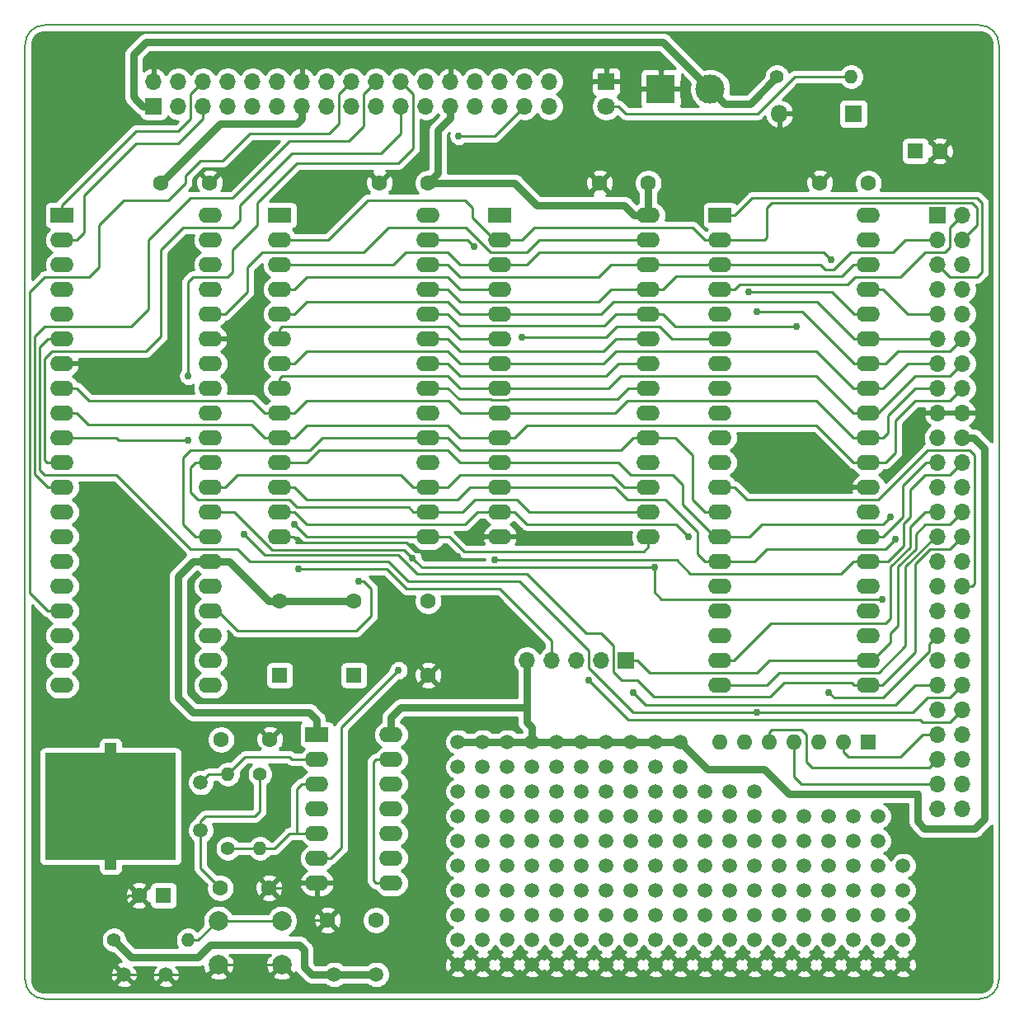
<source format=gbr>
%TF.GenerationSoftware,KiCad,Pcbnew,(5.1.5)-3*%
%TF.CreationDate,2020-10-20T23:15:22-07:00*%
%TF.ProjectId,mgh80,6d676838-302e-46b6-9963-61645f706362,rev?*%
%TF.SameCoordinates,Original*%
%TF.FileFunction,Copper,L1,Top*%
%TF.FilePolarity,Positive*%
%FSLAX46Y46*%
G04 Gerber Fmt 4.6, Leading zero omitted, Abs format (unit mm)*
G04 Created by KiCad (PCBNEW (5.1.5)-3) date 2020-10-20 23:15:22*
%MOMM*%
%LPD*%
G04 APERTURE LIST*
%ADD10C,0.150000*%
%ADD11C,1.500000*%
%ADD12R,1.600000X1.600000*%
%ADD13O,1.600000X1.600000*%
%ADD14R,1.200000X1.200000*%
%ADD15R,13.500000X11.000000*%
%ADD16O,2.400000X1.600000*%
%ADD17R,2.400000X1.600000*%
%ADD18R,1.700000X1.700000*%
%ADD19O,1.700000X1.700000*%
%ADD20C,1.600000*%
%ADD21R,1.800000X1.800000*%
%ADD22C,1.800000*%
%ADD23O,1.800000X1.800000*%
%ADD24C,6.000000*%
%ADD25C,0.800000*%
%ADD26R,3.000000X3.000000*%
%ADD27C,3.000000*%
%ADD28C,1.400000*%
%ADD29O,1.400000X1.400000*%
%ADD30C,2.000000*%
%ADD31C,0.762000*%
%ADD32C,0.254000*%
%ADD33C,0.762000*%
G04 APERTURE END LIST*
D10*
X184090000Y-43186000D02*
X184090000Y-139186000D01*
X184090000Y-43186000D02*
G75*
G03X182090000Y-41186000I-2000000J0D01*
G01*
X182090000Y-141186000D02*
G75*
G03X184090000Y-139186000I0J2000000D01*
G01*
X86090000Y-41186000D02*
G75*
G03X84090000Y-43186000I0J-2000000D01*
G01*
X86090000Y-41186000D02*
X182090000Y-41186000D01*
X84090000Y-139186000D02*
G75*
G03X86090000Y-141186000I2000000J0D01*
G01*
X182090000Y-141186000D02*
X86090000Y-141186000D01*
X84090000Y-139186000D02*
X84090000Y-43186000D01*
D11*
X171704000Y-137668000D03*
X169164000Y-137668000D03*
X166624000Y-137668000D03*
X164084000Y-137668000D03*
X161544000Y-137668000D03*
X159004000Y-137668000D03*
X156464000Y-137668000D03*
X153924000Y-137668000D03*
X151384000Y-137668000D03*
X148844000Y-137668000D03*
X146304000Y-137668000D03*
X143764000Y-137668000D03*
X141224000Y-137668000D03*
X138684000Y-137668000D03*
X136144000Y-137668000D03*
X133604000Y-137668000D03*
X131064000Y-137668000D03*
X128524000Y-137668000D03*
X169164000Y-124968000D03*
X171704000Y-122428000D03*
X169164000Y-122428000D03*
X169164000Y-127508000D03*
X171704000Y-127508000D03*
X171704000Y-124968000D03*
X166624000Y-122428000D03*
X166624000Y-127508000D03*
X161544000Y-124968000D03*
X166624000Y-124968000D03*
X164084000Y-122428000D03*
X161544000Y-122428000D03*
X161544000Y-127508000D03*
X164084000Y-127508000D03*
X164084000Y-124968000D03*
X174244000Y-130048000D03*
X174244000Y-135128000D03*
X169164000Y-132588000D03*
X174244000Y-132588000D03*
X171704000Y-130048000D03*
X169164000Y-130048000D03*
X169164000Y-135128000D03*
X171704000Y-135128000D03*
X171704000Y-132588000D03*
X166624000Y-135128000D03*
X161544000Y-130048000D03*
X164084000Y-130048000D03*
X161544000Y-132588000D03*
X161544000Y-135128000D03*
X166624000Y-132588000D03*
X166624000Y-130048000D03*
X164084000Y-135128000D03*
X164084000Y-132588000D03*
X159004000Y-130048000D03*
X156464000Y-135128000D03*
X153924000Y-130048000D03*
X159004000Y-135128000D03*
X156464000Y-130048000D03*
X159004000Y-132588000D03*
X153924000Y-132588000D03*
X153924000Y-135128000D03*
X156464000Y-132588000D03*
X159004000Y-119888000D03*
X153924000Y-119888000D03*
X156464000Y-119888000D03*
X159004000Y-122428000D03*
X153924000Y-122428000D03*
X159004000Y-127508000D03*
X153924000Y-127508000D03*
X156464000Y-124968000D03*
X156464000Y-127508000D03*
X153924000Y-124968000D03*
X156464000Y-122428000D03*
X159004000Y-124968000D03*
X151384000Y-135128000D03*
X148844000Y-135128000D03*
X146304000Y-135128000D03*
X143764000Y-135128000D03*
X141224000Y-135128000D03*
X138684000Y-135128000D03*
X136144000Y-135128000D03*
X133604000Y-135128000D03*
X131064000Y-135128000D03*
X128524000Y-135128000D03*
X151384000Y-132588000D03*
X148844000Y-132588000D03*
X146304000Y-132588000D03*
X143764000Y-132588000D03*
X141224000Y-132588000D03*
X138684000Y-132588000D03*
X136144000Y-132588000D03*
X133604000Y-132588000D03*
X131064000Y-132588000D03*
X128524000Y-132588000D03*
X151384000Y-130048000D03*
X148844000Y-130048000D03*
X146304000Y-130048000D03*
X143764000Y-130048000D03*
X141224000Y-130048000D03*
X138684000Y-130048000D03*
X136144000Y-130048000D03*
X133604000Y-130048000D03*
X131064000Y-130048000D03*
X128524000Y-130048000D03*
X151384000Y-127508000D03*
X148844000Y-127508000D03*
X146304000Y-127508000D03*
X143764000Y-127508000D03*
X141224000Y-127508000D03*
X138684000Y-127508000D03*
X136144000Y-127508000D03*
X133604000Y-127508000D03*
X131064000Y-127508000D03*
X128524000Y-127508000D03*
X151384000Y-124968000D03*
X148844000Y-124968000D03*
X146304000Y-124968000D03*
X143764000Y-124968000D03*
X141224000Y-124968000D03*
X138684000Y-124968000D03*
X136144000Y-124968000D03*
X133604000Y-124968000D03*
X131064000Y-124968000D03*
X128524000Y-124968000D03*
X151384000Y-122428000D03*
X148844000Y-122428000D03*
X146304000Y-122428000D03*
X143764000Y-122428000D03*
X141224000Y-122428000D03*
X138684000Y-122428000D03*
X136144000Y-122428000D03*
X133604000Y-122428000D03*
X131064000Y-122428000D03*
X128524000Y-122428000D03*
X151384000Y-119888000D03*
X148844000Y-119888000D03*
X146304000Y-119888000D03*
X143764000Y-119888000D03*
X141224000Y-119888000D03*
X138684000Y-119888000D03*
X136144000Y-119888000D03*
X133604000Y-119888000D03*
X131064000Y-119888000D03*
X128524000Y-119888000D03*
X151384000Y-117348000D03*
X148844000Y-117348000D03*
X146304000Y-117348000D03*
X143764000Y-117348000D03*
X141224000Y-117348000D03*
X138684000Y-117348000D03*
X136144000Y-117348000D03*
X133604000Y-117348000D03*
X131064000Y-117348000D03*
X136144000Y-114808000D03*
X133604000Y-114808000D03*
X141224000Y-114808000D03*
X138684000Y-114808000D03*
X131064000Y-114808000D03*
D12*
X170688000Y-114808000D03*
D13*
X168148000Y-114808000D03*
X165608000Y-114808000D03*
X163068000Y-114808000D03*
X160528000Y-114808000D03*
X157988000Y-114808000D03*
X155448000Y-114808000D03*
D11*
X174244000Y-127508000D03*
X174244000Y-137668000D03*
X128524000Y-117348000D03*
X151384000Y-114808000D03*
X148844000Y-114808000D03*
X146304000Y-114808000D03*
X143764000Y-114808000D03*
X128524000Y-114808000D03*
D14*
X92858000Y-127312000D03*
X92858000Y-115512000D03*
D15*
X92858000Y-121412000D03*
D11*
X102108000Y-123862000D03*
X102108000Y-118962000D03*
D16*
X103124000Y-60706000D03*
X87884000Y-108966000D03*
X103124000Y-63246000D03*
X87884000Y-106426000D03*
X103124000Y-65786000D03*
X87884000Y-103886000D03*
X103124000Y-68326000D03*
X87884000Y-101346000D03*
X103124000Y-70866000D03*
X87884000Y-98806000D03*
X103124000Y-73406000D03*
X87884000Y-96266000D03*
X103124000Y-75946000D03*
X87884000Y-93726000D03*
X103124000Y-78486000D03*
X87884000Y-91186000D03*
X103124000Y-81026000D03*
X87884000Y-88646000D03*
X103124000Y-83566000D03*
X87884000Y-86106000D03*
X103124000Y-86106000D03*
X87884000Y-83566000D03*
X103124000Y-88646000D03*
X87884000Y-81026000D03*
X103124000Y-91186000D03*
X87884000Y-78486000D03*
X103124000Y-93726000D03*
X87884000Y-75946000D03*
X103124000Y-96266000D03*
X87884000Y-73406000D03*
X103124000Y-98806000D03*
X87884000Y-70866000D03*
X103124000Y-101346000D03*
X87884000Y-68326000D03*
X103124000Y-103886000D03*
X87884000Y-65786000D03*
X103124000Y-106426000D03*
X87884000Y-63246000D03*
X103124000Y-108966000D03*
D17*
X87884000Y-60706000D03*
D18*
X177800000Y-60706000D03*
D19*
X180340000Y-60706000D03*
X177800000Y-63246000D03*
X180340000Y-63246000D03*
X177800000Y-65786000D03*
X180340000Y-65786000D03*
X177800000Y-68326000D03*
X180340000Y-68326000D03*
X177800000Y-70866000D03*
X180340000Y-70866000D03*
X177800000Y-73406000D03*
X180340000Y-73406000D03*
X177800000Y-75946000D03*
X180340000Y-75946000D03*
X177800000Y-78486000D03*
X180340000Y-78486000D03*
X177800000Y-81026000D03*
X180340000Y-81026000D03*
X177800000Y-83566000D03*
X180340000Y-83566000D03*
X177800000Y-86106000D03*
X180340000Y-86106000D03*
X177800000Y-88646000D03*
X180340000Y-88646000D03*
X177800000Y-91186000D03*
X180340000Y-91186000D03*
X177800000Y-93726000D03*
X180340000Y-93726000D03*
X177800000Y-96266000D03*
X180340000Y-96266000D03*
X177800000Y-98806000D03*
X180340000Y-98806000D03*
X177800000Y-101346000D03*
X180340000Y-101346000D03*
X177800000Y-103886000D03*
X180340000Y-103886000D03*
X177800000Y-106426000D03*
X180340000Y-106426000D03*
X177800000Y-108966000D03*
X180340000Y-108966000D03*
X177800000Y-111506000D03*
X180340000Y-111506000D03*
X177800000Y-114046000D03*
X180340000Y-114046000D03*
X177800000Y-116586000D03*
X180340000Y-116586000D03*
X177800000Y-119126000D03*
X180340000Y-119126000D03*
X177800000Y-121666000D03*
X180340000Y-121666000D03*
D16*
X148082000Y-60706000D03*
X132842000Y-93726000D03*
X148082000Y-63246000D03*
X132842000Y-91186000D03*
X148082000Y-65786000D03*
X132842000Y-88646000D03*
X148082000Y-68326000D03*
X132842000Y-86106000D03*
X148082000Y-70866000D03*
X132842000Y-83566000D03*
X148082000Y-73406000D03*
X132842000Y-81026000D03*
X148082000Y-75946000D03*
X132842000Y-78486000D03*
X148082000Y-78486000D03*
X132842000Y-75946000D03*
X148082000Y-81026000D03*
X132842000Y-73406000D03*
X148082000Y-83566000D03*
X132842000Y-70866000D03*
X148082000Y-86106000D03*
X132842000Y-68326000D03*
X148082000Y-88646000D03*
X132842000Y-65786000D03*
X148082000Y-91186000D03*
X132842000Y-63246000D03*
X148082000Y-93726000D03*
D17*
X132842000Y-60706000D03*
X110236000Y-60706000D03*
D16*
X125476000Y-93726000D03*
X110236000Y-63246000D03*
X125476000Y-91186000D03*
X110236000Y-65786000D03*
X125476000Y-88646000D03*
X110236000Y-68326000D03*
X125476000Y-86106000D03*
X110236000Y-70866000D03*
X125476000Y-83566000D03*
X110236000Y-73406000D03*
X125476000Y-81026000D03*
X110236000Y-75946000D03*
X125476000Y-78486000D03*
X110236000Y-78486000D03*
X125476000Y-75946000D03*
X110236000Y-81026000D03*
X125476000Y-73406000D03*
X110236000Y-83566000D03*
X125476000Y-70866000D03*
X110236000Y-86106000D03*
X125476000Y-68326000D03*
X110236000Y-88646000D03*
X125476000Y-65786000D03*
X110236000Y-91186000D03*
X125476000Y-63246000D03*
X110236000Y-93726000D03*
X125476000Y-60706000D03*
D20*
X109220000Y-114554000D03*
X104220000Y-114554000D03*
X109140000Y-129794000D03*
X104140000Y-129794000D03*
D12*
X175514000Y-54102000D03*
D20*
X178014000Y-54102000D03*
X125476000Y-57404000D03*
X120476000Y-57404000D03*
D12*
X98298000Y-130556000D03*
D20*
X95798000Y-130556000D03*
X165688000Y-57404000D03*
X170688000Y-57404000D03*
X148082000Y-57404000D03*
X143082000Y-57404000D03*
X98044000Y-57404000D03*
X103044000Y-57404000D03*
X115142000Y-133096000D03*
X120142000Y-133096000D03*
D21*
X143764000Y-46990000D03*
D22*
X143764000Y-49530000D03*
D21*
X169164000Y-50292000D03*
D23*
X161544000Y-50292000D03*
D24*
X180086000Y-135636000D03*
D25*
X182336000Y-135636000D03*
X181676990Y-137226990D03*
X180086000Y-137886000D03*
X178495010Y-137226990D03*
X177836000Y-135636000D03*
X178495010Y-134045010D03*
X180086000Y-133386000D03*
X181676990Y-134045010D03*
D24*
X88138000Y-137160000D03*
D25*
X90388000Y-137160000D03*
X89728990Y-138750990D03*
X88138000Y-139410000D03*
X86547010Y-138750990D03*
X85888000Y-137160000D03*
X86547010Y-135569010D03*
X88138000Y-134910000D03*
X89728990Y-135569010D03*
X89728990Y-43621010D03*
X88138000Y-42962000D03*
X86547010Y-43621010D03*
X85888000Y-45212000D03*
X86547010Y-46802990D03*
X88138000Y-47462000D03*
X89728990Y-46802990D03*
X90388000Y-45212000D03*
D24*
X88138000Y-45212000D03*
D25*
X181676990Y-45145010D03*
X180086000Y-44486000D03*
X178495010Y-45145010D03*
X177836000Y-46736000D03*
X178495010Y-48326990D03*
X180086000Y-48986000D03*
X181676990Y-48326990D03*
X182336000Y-46736000D03*
D24*
X180086000Y-46736000D03*
D26*
X149352000Y-47752000D03*
D27*
X154432000Y-47752000D03*
D18*
X145796000Y-106426000D03*
D19*
X143256000Y-106426000D03*
X140716000Y-106426000D03*
X138176000Y-106426000D03*
X135636000Y-106426000D03*
D18*
X97282000Y-49530000D03*
D19*
X97282000Y-46990000D03*
X99822000Y-49530000D03*
X99822000Y-46990000D03*
X102362000Y-49530000D03*
X102362000Y-46990000D03*
X104902000Y-49530000D03*
X104902000Y-46990000D03*
X107442000Y-49530000D03*
X107442000Y-46990000D03*
X109982000Y-49530000D03*
X109982000Y-46990000D03*
X112522000Y-49530000D03*
X112522000Y-46990000D03*
X115062000Y-49530000D03*
X115062000Y-46990000D03*
X117602000Y-49530000D03*
X117602000Y-46990000D03*
X120142000Y-49530000D03*
X120142000Y-46990000D03*
X122682000Y-49530000D03*
X122682000Y-46990000D03*
X125222000Y-49530000D03*
X125222000Y-46990000D03*
X127762000Y-49530000D03*
X127762000Y-46990000D03*
X130302000Y-49530000D03*
X130302000Y-46990000D03*
X132842000Y-49530000D03*
X132842000Y-46990000D03*
X135382000Y-49530000D03*
X135382000Y-46990000D03*
X137922000Y-49530000D03*
X137922000Y-46990000D03*
D28*
X104902000Y-125730000D03*
D29*
X104902000Y-118110000D03*
X108204000Y-125730000D03*
D28*
X108204000Y-118110000D03*
X161290000Y-46482000D03*
D29*
X168910000Y-46482000D03*
X100838000Y-135128000D03*
D28*
X93218000Y-135128000D03*
D30*
X110438000Y-133168000D03*
X110438000Y-137668000D03*
X103938000Y-133168000D03*
X103938000Y-137668000D03*
D17*
X114046000Y-114046000D03*
D16*
X121666000Y-129286000D03*
X114046000Y-116586000D03*
X121666000Y-126746000D03*
X114046000Y-119126000D03*
X121666000Y-124206000D03*
X114046000Y-121666000D03*
X121666000Y-121666000D03*
X114046000Y-124206000D03*
X121666000Y-119126000D03*
X114046000Y-126746000D03*
X121666000Y-116586000D03*
X114046000Y-129286000D03*
X121666000Y-114046000D03*
D17*
X155448000Y-60706000D03*
D16*
X170688000Y-108966000D03*
X155448000Y-63246000D03*
X170688000Y-106426000D03*
X155448000Y-65786000D03*
X170688000Y-103886000D03*
X155448000Y-68326000D03*
X170688000Y-101346000D03*
X155448000Y-70866000D03*
X170688000Y-98806000D03*
X155448000Y-73406000D03*
X170688000Y-96266000D03*
X155448000Y-75946000D03*
X170688000Y-93726000D03*
X155448000Y-78486000D03*
X170688000Y-91186000D03*
X155448000Y-81026000D03*
X170688000Y-88646000D03*
X155448000Y-83566000D03*
X170688000Y-86106000D03*
X155448000Y-86106000D03*
X170688000Y-83566000D03*
X155448000Y-88646000D03*
X170688000Y-81026000D03*
X155448000Y-91186000D03*
X170688000Y-78486000D03*
X155448000Y-93726000D03*
X170688000Y-75946000D03*
X155448000Y-96266000D03*
X170688000Y-73406000D03*
X155448000Y-98806000D03*
X170688000Y-70866000D03*
X155448000Y-101346000D03*
X170688000Y-68326000D03*
X155448000Y-103886000D03*
X170688000Y-65786000D03*
X155448000Y-106426000D03*
X170688000Y-63246000D03*
X155448000Y-108966000D03*
X170688000Y-60706000D03*
D12*
X110236000Y-107950000D03*
D20*
X110236000Y-100330000D03*
X125476000Y-100330000D03*
X125476000Y-107950000D03*
D12*
X117856000Y-107950000D03*
D20*
X117856000Y-100330000D03*
X125476000Y-100330000D03*
X125476000Y-107950000D03*
D11*
X120142000Y-138679000D03*
X94239000Y-138683000D03*
X115825000Y-138679000D03*
X98552000Y-138683000D03*
D31*
X128524000Y-95758000D03*
X175768000Y-120142000D03*
X174968012Y-120142000D03*
X132279400Y-96124600D03*
X163322000Y-72136000D03*
X166818010Y-65278000D03*
X158410515Y-68580010D03*
X159258000Y-70612000D03*
X135135200Y-73248000D03*
X106573400Y-93502900D03*
X173482000Y-93980000D03*
X172974014Y-91694000D03*
X111759899Y-92456000D03*
X152210334Y-93720483D03*
X166624000Y-109728000D03*
X172105200Y-100121400D03*
X148696500Y-96887400D03*
X123863469Y-95930685D03*
X146558000Y-109727994D03*
X159258000Y-111760010D03*
X141986000Y-108458000D03*
X130172993Y-63918190D03*
X112174727Y-97025790D03*
X100838000Y-83820000D03*
X100838000Y-77216000D03*
X128623010Y-52578000D03*
X118364000Y-98298000D03*
X122428000Y-107442000D03*
D32*
X90431000Y-46101000D02*
X89729000Y-46803000D01*
X90431000Y-46101000D02*
X90431000Y-45255000D01*
X90431000Y-45255000D02*
X90388000Y-45212000D01*
X88933500Y-44416500D02*
X89263000Y-44087000D01*
X88138000Y-45212000D02*
X88933500Y-44416500D01*
X87808500Y-43291500D02*
X88933500Y-44416500D01*
X87808500Y-43291500D02*
X88138000Y-42962000D01*
X86547000Y-43621000D02*
X87479000Y-43621000D01*
X87479000Y-43621000D02*
X87808500Y-43291500D01*
X89263000Y-44087000D02*
X89729000Y-43621000D01*
X90388000Y-45212000D02*
X89263000Y-44087000D01*
X181677000Y-45145000D02*
X182336000Y-45804000D01*
X182336000Y-45804000D02*
X182336000Y-46736000D01*
X180086000Y-44486000D02*
X181018000Y-44486000D01*
X181018000Y-44486000D02*
X181677000Y-45145000D01*
X88632300Y-135733700D02*
X88138000Y-136228000D01*
X88138000Y-136228000D02*
X88138000Y-137160000D01*
X89729000Y-135569000D02*
X88797000Y-135569000D01*
X88797000Y-135569000D02*
X88632300Y-135733700D01*
X88632300Y-135733700D02*
X88138000Y-135239500D01*
X88138000Y-135239500D02*
X86876500Y-135239500D01*
X86876500Y-135239500D02*
X86547000Y-135569000D01*
X88138000Y-134910000D02*
X88138000Y-135239500D01*
X178495000Y-45145000D02*
X179154000Y-44486000D01*
X179154000Y-44486000D02*
X180086000Y-44486000D01*
X103938000Y-137668000D02*
X110438000Y-137668000D01*
X98552000Y-138683000D02*
X102923000Y-138683000D01*
X102923000Y-138683000D02*
X103938000Y-137668000D01*
X180340000Y-81026000D02*
X180340000Y-80456200D01*
X89729000Y-135569000D02*
X94742000Y-130556000D01*
X94742000Y-130556000D02*
X95798000Y-130556000D01*
X178495000Y-137227000D02*
X179427000Y-137227000D01*
X179427000Y-137227000D02*
X180086000Y-137886000D01*
X178495000Y-135636000D02*
X178495000Y-137227000D01*
X177356400Y-54759600D02*
X176153400Y-55962600D01*
X176153400Y-55962600D02*
X167129400Y-55962600D01*
X167129400Y-55962600D02*
X165688000Y-57404000D01*
X178014000Y-54102000D02*
X177356400Y-54759600D01*
X178495000Y-135636000D02*
X178824500Y-135636000D01*
X177836000Y-135636000D02*
X178495000Y-135636000D01*
X178824500Y-134045000D02*
X178824500Y-135636000D01*
X180086000Y-133386000D02*
X179483500Y-133386000D01*
X179483500Y-133386000D02*
X178824500Y-134045000D01*
X178824500Y-134045000D02*
X178495000Y-134045000D01*
X178824500Y-135636000D02*
X180086000Y-135636000D01*
X94239000Y-138683000D02*
X98552000Y-138683000D01*
X89729000Y-46803000D02*
X88797000Y-46803000D01*
X88797000Y-46803000D02*
X88138000Y-47462000D01*
X90558500Y-137921500D02*
X89729000Y-138751000D01*
X94239000Y-138683000D02*
X91320000Y-138683000D01*
X91320000Y-138683000D02*
X90558500Y-137921500D01*
X90558500Y-137921500D02*
X90558500Y-137330500D01*
X90558500Y-137330500D02*
X90388000Y-137160000D01*
X88138000Y-139410000D02*
X87206000Y-139410000D01*
X87206000Y-139410000D02*
X86547000Y-138751000D01*
X180086000Y-48986000D02*
X181018000Y-48986000D01*
X181018000Y-48986000D02*
X181677000Y-48327000D01*
X97282000Y-45212000D02*
X97282000Y-46990000D01*
X98298000Y-44196000D02*
X97282000Y-45212000D01*
X112522000Y-44196000D02*
X112522000Y-46990000D01*
X112522000Y-44196000D02*
X98298000Y-44196000D01*
X140970000Y-46990000D02*
X140970000Y-47244000D01*
X143764000Y-46990000D02*
X140970000Y-46990000D01*
X127762000Y-46990000D02*
X127762000Y-44196000D01*
X140462000Y-44196000D02*
X112522000Y-44196000D01*
X140970000Y-44704000D02*
X140462000Y-44196000D01*
X143082000Y-57404000D02*
X140970000Y-55292000D01*
X140970000Y-55292000D02*
X140970000Y-44704000D01*
X112014000Y-129286000D02*
X114046000Y-129286000D01*
X110490000Y-129794000D02*
X109140000Y-129794000D01*
X112014000Y-129286000D02*
X110998000Y-129286000D01*
X110998000Y-129286000D02*
X110490000Y-129794000D01*
X112014000Y-131318000D02*
X112014000Y-129286000D01*
X115142000Y-133096000D02*
X113792000Y-133096000D01*
X113792000Y-133096000D02*
X112014000Y-131318000D01*
X111690000Y-93726000D02*
X112268000Y-94304000D01*
X110236000Y-93726000D02*
X111690000Y-93726000D01*
X112268000Y-94304000D02*
X123260000Y-94304000D01*
X123260000Y-94304000D02*
X124206000Y-95250000D01*
X124206000Y-95250000D02*
X128016000Y-95250000D01*
X128016000Y-95250000D02*
X128524000Y-95758000D01*
X181581461Y-81026000D02*
X177800000Y-81026000D01*
X183388000Y-79219461D02*
X181581461Y-81026000D01*
X177356400Y-54759600D02*
X178711600Y-54759600D01*
X181864000Y-56388000D02*
X183388000Y-57912000D01*
X178711600Y-54759600D02*
X180340000Y-56388000D01*
X180340000Y-56388000D02*
X181864000Y-56388000D01*
X183388000Y-57912000D02*
X183388000Y-79219461D01*
X104902000Y-118110000D02*
X102960000Y-118110000D01*
X102960000Y-118110000D02*
X102108000Y-118962000D01*
X106680000Y-116332000D02*
X104902000Y-118110000D01*
X111252000Y-116332000D02*
X106680000Y-116332000D01*
X114046000Y-116586000D02*
X111506000Y-116586000D01*
X111506000Y-116586000D02*
X111252000Y-116332000D01*
X102706000Y-123862000D02*
X102108000Y-123862000D01*
X102108000Y-127762000D02*
X104140000Y-129794000D01*
X102108000Y-123862000D02*
X102108000Y-127762000D01*
X102108000Y-122936000D02*
X102108000Y-123862000D01*
X102616000Y-122428000D02*
X102108000Y-122936000D01*
X108204000Y-118110000D02*
X108204000Y-121920000D01*
X107696000Y-122428000D02*
X102616000Y-122428000D01*
X108204000Y-121920000D02*
X107696000Y-122428000D01*
D33*
X141224000Y-114808000D02*
X151384000Y-114808000D01*
X148082000Y-57404000D02*
X148082000Y-60706000D01*
X120142000Y-138679000D02*
X115825000Y-138679000D01*
X117856000Y-100330000D02*
X110236000Y-100330000D01*
X112522000Y-50800000D02*
X112522000Y-49530000D01*
X112014000Y-51308000D02*
X112522000Y-50800000D01*
X98044000Y-57404000D02*
X104140000Y-51308000D01*
X104140000Y-51308000D02*
X112014000Y-51308000D01*
X122682000Y-111252000D02*
X135636000Y-111252000D01*
X121666000Y-114046000D02*
X121666000Y-112268000D01*
X121666000Y-112268000D02*
X122682000Y-111252000D01*
X135636000Y-111252000D02*
X135636000Y-106426000D01*
X112776000Y-137922000D02*
X113533000Y-138679000D01*
X112776000Y-136141000D02*
X112776000Y-137922000D01*
X94996000Y-136906000D02*
X101854000Y-136906000D01*
X113533000Y-138679000D02*
X115825000Y-138679000D01*
X93218000Y-135128000D02*
X94996000Y-136906000D01*
X101854000Y-136906000D02*
X103124000Y-135636000D01*
X103124000Y-135636000D02*
X112271000Y-135636000D01*
X112271000Y-135636000D02*
X112776000Y-136141000D01*
X128524000Y-114808000D02*
X141224000Y-114808000D01*
X135636000Y-111252000D02*
X135636000Y-112776000D01*
X136144000Y-113284000D02*
X136144000Y-114808000D01*
X135636000Y-112776000D02*
X136144000Y-113284000D01*
X101346000Y-96266000D02*
X103124000Y-96266000D01*
X99822000Y-97790000D02*
X101346000Y-96266000D01*
X114046000Y-112522000D02*
X113284000Y-111760000D01*
X101346000Y-111760000D02*
X99822000Y-110236000D01*
X113284000Y-111760000D02*
X101346000Y-111760000D01*
X114046000Y-114046000D02*
X114046000Y-112522000D01*
X99822000Y-110236000D02*
X99822000Y-97790000D01*
X105029000Y-96266000D02*
X103124000Y-96266000D01*
X110236000Y-100330000D02*
X109093000Y-100330000D01*
X109093000Y-100330000D02*
X105029000Y-96266000D01*
X155931999Y-49251999D02*
X154432000Y-47752000D01*
X161290000Y-46482000D02*
X158520001Y-49251999D01*
X158520001Y-49251999D02*
X155931999Y-49251999D01*
X96520000Y-42926000D02*
X149606000Y-42926000D01*
X95250000Y-44196000D02*
X96520000Y-42926000D01*
X96178000Y-49530000D02*
X95416000Y-48768000D01*
X95416000Y-48768000D02*
X95416000Y-48680000D01*
X97282000Y-49530000D02*
X96178000Y-49530000D01*
X95416000Y-48680000D02*
X95250000Y-48514000D01*
X149606000Y-42926000D02*
X154432000Y-47752000D01*
X95250000Y-48514000D02*
X95250000Y-44196000D01*
X126492000Y-51975300D02*
X126492000Y-56388000D01*
X127762000Y-49530000D02*
X127762000Y-50705300D01*
X126492000Y-56388000D02*
X125476000Y-57404000D01*
X127762000Y-50705300D02*
X126492000Y-51975300D01*
X146628000Y-60706000D02*
X145612000Y-59690000D01*
X148082000Y-60706000D02*
X146628000Y-60706000D01*
X145612000Y-59690000D02*
X136652000Y-59690000D01*
X134366000Y-57404000D02*
X125476000Y-57404000D01*
X136652000Y-59690000D02*
X134366000Y-57404000D01*
X175768000Y-121412000D02*
X175768000Y-120142000D01*
X175768000Y-122936000D02*
X175768000Y-121412000D01*
X176403000Y-123698000D02*
X175768000Y-122936000D01*
X181542081Y-83566000D02*
X182626000Y-84649919D01*
X180340000Y-83566000D02*
X181542081Y-83566000D01*
X182626000Y-84649919D02*
X182626000Y-122682000D01*
X181610000Y-123698000D02*
X176403000Y-123698000D01*
X182626000Y-122682000D02*
X181610000Y-123698000D01*
X175768000Y-120142000D02*
X174968012Y-120142000D01*
X174429197Y-120142000D02*
X174968012Y-120142000D01*
X154178000Y-117602000D02*
X160020000Y-117602000D01*
X160020000Y-117602000D02*
X162560000Y-120142000D01*
X151384000Y-114808000D02*
X154178000Y-117602000D01*
X162560000Y-120142000D02*
X174429197Y-120142000D01*
D32*
X152391300Y-97536000D02*
X150979900Y-96124600D01*
X150979900Y-96124600D02*
X132279400Y-96124600D01*
X171450700Y-96266000D02*
X172720000Y-96266000D01*
X171450700Y-96266000D02*
X170688000Y-96266000D01*
X100838000Y-135128000D02*
X101863300Y-135128000D01*
X103938000Y-133168000D02*
X103823300Y-133168000D01*
X103823300Y-133168000D02*
X101863300Y-135128000D01*
X110438000Y-133168000D02*
X103938000Y-133168000D01*
X174344100Y-92355900D02*
X174344100Y-94641900D01*
X179070000Y-87376000D02*
X176530000Y-87376000D01*
X180340000Y-86106000D02*
X179070000Y-87376000D01*
X176530000Y-87376000D02*
X175006000Y-88900000D01*
X175006000Y-88900000D02*
X175006000Y-91694000D01*
X175006000Y-91694000D02*
X174344100Y-92355900D01*
X168035100Y-97394900D02*
X168033800Y-97394900D01*
X170688000Y-96266000D02*
X169164000Y-96266000D01*
X169164000Y-96266000D02*
X168035100Y-97394900D01*
X168033800Y-97394900D02*
X167892700Y-97536000D01*
X167892700Y-97536000D02*
X152391300Y-97536000D01*
X172720000Y-96266000D02*
X174344100Y-94641900D01*
X145036792Y-49530000D02*
X143764000Y-49530000D01*
X145798792Y-50292000D02*
X145036792Y-49530000D01*
X159295941Y-50292000D02*
X145798792Y-50292000D01*
X168910000Y-46482000D02*
X163105941Y-46482000D01*
X163105941Y-46482000D02*
X159295941Y-50292000D01*
X169287050Y-67056000D02*
X173990000Y-67056000D01*
X178562000Y-64516000D02*
X179070000Y-64008000D01*
X179070000Y-61976000D02*
X180340000Y-60706000D01*
X155448000Y-68326000D02*
X156973300Y-68326000D01*
X157481300Y-67818000D02*
X168525050Y-67818000D01*
X156973300Y-68326000D02*
X157481300Y-67818000D01*
X168525050Y-67818000D02*
X169287050Y-67056000D01*
X173990000Y-67056000D02*
X176530000Y-64516000D01*
X176530000Y-64516000D02*
X178562000Y-64516000D01*
X179070000Y-64008000D02*
X179070000Y-61976000D01*
X155448000Y-65786000D02*
X148082000Y-65786000D01*
X125476000Y-65786000D02*
X126492000Y-65786000D01*
X174498000Y-63246000D02*
X177800000Y-63246000D01*
X173228000Y-64516000D02*
X174498000Y-63246000D01*
X165792298Y-65786000D02*
X166300298Y-66294000D01*
X167132000Y-66294000D02*
X168910000Y-64516000D01*
X155448000Y-65786000D02*
X165792298Y-65786000D01*
X166300298Y-66294000D02*
X167132000Y-66294000D01*
X168910000Y-64516000D02*
X173228000Y-64516000D01*
X143002000Y-67056000D02*
X144272000Y-65786000D01*
X128778000Y-67056000D02*
X143002000Y-67056000D01*
X144272000Y-65786000D02*
X148082000Y-65786000D01*
X125476000Y-65786000D02*
X127508000Y-65786000D01*
X127508000Y-65786000D02*
X128778000Y-67056000D01*
X110236000Y-63246000D02*
X115190411Y-63246000D01*
X132334000Y-63246000D02*
X132842000Y-63246000D01*
X130048000Y-60960000D02*
X132334000Y-63246000D01*
X130048000Y-59944000D02*
X130048000Y-60960000D01*
X115190411Y-63246000D02*
X119254411Y-59182000D01*
X129286000Y-59182000D02*
X130048000Y-59944000D01*
X119254411Y-59182000D02*
X129286000Y-59182000D01*
X160274000Y-59945300D02*
X160700000Y-59519300D01*
X160274000Y-62992000D02*
X160274000Y-59945300D01*
X160700000Y-59519300D02*
X160700000Y-59572910D01*
X155448000Y-63246000D02*
X160020000Y-63246000D01*
X160020000Y-63246000D02*
X160274000Y-62992000D01*
X181864000Y-61722000D02*
X180340000Y-63246000D01*
X181864000Y-59944000D02*
X181864000Y-61722000D01*
X160700000Y-59519300D02*
X160783300Y-59436000D01*
X181356000Y-59436000D02*
X181864000Y-59944000D01*
X160783300Y-59436000D02*
X181356000Y-59436000D01*
X152652700Y-61976000D02*
X153922700Y-63246000D01*
X136398000Y-61976000D02*
X152652700Y-61976000D01*
X153922700Y-63246000D02*
X155448000Y-63246000D01*
X132842000Y-63246000D02*
X135128000Y-63246000D01*
X135128000Y-63246000D02*
X136398000Y-61976000D01*
X144780000Y-73406000D02*
X148082000Y-73406000D01*
X143510000Y-74676000D02*
X144780000Y-73406000D01*
X128778000Y-74676000D02*
X143510000Y-74676000D01*
X125476000Y-73406000D02*
X127508000Y-73406000D01*
X127508000Y-73406000D02*
X128778000Y-74676000D01*
X179070000Y-67056000D02*
X177800000Y-65786000D01*
X181864000Y-67056000D02*
X179070000Y-67056000D01*
X182372000Y-66548000D02*
X181864000Y-67056000D01*
X156973300Y-60706000D02*
X158751300Y-58928000D01*
X158751300Y-58928000D02*
X181864000Y-58928000D01*
X155448000Y-60706000D02*
X156973300Y-60706000D01*
X181864000Y-58928000D02*
X182372000Y-59436000D01*
X182372000Y-59436000D02*
X182372000Y-66548000D01*
X144923550Y-79611800D02*
X146049350Y-78486000D01*
X133786400Y-79611800D02*
X144923550Y-79611800D01*
X133731190Y-79667010D02*
X133786400Y-79611800D01*
X127508000Y-78486000D02*
X128633800Y-79611800D01*
X125476000Y-78486000D02*
X127508000Y-78486000D01*
X128633800Y-79611800D02*
X131897600Y-79611800D01*
X131897600Y-79611800D02*
X131952810Y-79667010D01*
X146049350Y-78486000D02*
X148082000Y-78486000D01*
X131952810Y-79667010D02*
X133731190Y-79667010D01*
X148082000Y-70866000D02*
X149607300Y-70866000D01*
X149607300Y-70866000D02*
X150877300Y-72136000D01*
X150877300Y-72136000D02*
X163322000Y-72136000D01*
X143600990Y-72045010D02*
X144780000Y-70866000D01*
X133733190Y-72045010D02*
X143600990Y-72045010D01*
X127508000Y-70866000D02*
X128687010Y-72045010D01*
X144780000Y-70866000D02*
X148082000Y-70866000D01*
X131952810Y-72047010D02*
X133731190Y-72047010D01*
X133731190Y-72047010D02*
X133733190Y-72045010D01*
X125476000Y-70866000D02*
X127508000Y-70866000D01*
X131950810Y-72045010D02*
X131952810Y-72047010D01*
X128687010Y-72045010D02*
X131950810Y-72045010D01*
X149607300Y-68326000D02*
X150928000Y-67005300D01*
X150928000Y-67005300D02*
X167943400Y-67005300D01*
X167943400Y-67005300D02*
X169162700Y-65786000D01*
X148515500Y-68326000D02*
X148082000Y-68326000D01*
X148515500Y-68326000D02*
X149607300Y-68326000D01*
X170688000Y-65786000D02*
X169162700Y-65786000D01*
X144208800Y-68326000D02*
X148082000Y-68326000D01*
X142938800Y-69596000D02*
X144208800Y-68326000D01*
X125476000Y-68326000D02*
X127508000Y-68326000D01*
X128778000Y-69596000D02*
X142938800Y-69596000D01*
X127508000Y-68326000D02*
X128778000Y-69596000D01*
X170688000Y-68326000D02*
X172213300Y-68326000D01*
X172213300Y-68326000D02*
X174753300Y-70866000D01*
X174753300Y-70866000D02*
X177800000Y-70866000D01*
X135640900Y-65786000D02*
X136910900Y-64516000D01*
X166056010Y-64516000D02*
X166818010Y-65278000D01*
X132842000Y-65786000D02*
X135640900Y-65786000D01*
X136910900Y-64516000D02*
X166056010Y-64516000D01*
X127508000Y-64516000D02*
X123190000Y-64516000D01*
X121920000Y-65786000D02*
X110236000Y-65786000D01*
X132842000Y-65786000D02*
X128778000Y-65786000D01*
X123190000Y-64516000D02*
X121920000Y-65786000D01*
X128778000Y-65786000D02*
X127508000Y-64516000D01*
X166948010Y-68580010D02*
X158410515Y-68580010D01*
X170688000Y-70866000D02*
X169234000Y-70866000D01*
X169234000Y-70866000D02*
X166948010Y-68580010D01*
X132079400Y-68326000D02*
X132842000Y-68326000D01*
X111761300Y-68326000D02*
X113031300Y-67056000D01*
X127508000Y-67056000D02*
X128778000Y-68326000D01*
X110236000Y-68326000D02*
X111761300Y-68326000D01*
X113031300Y-67056000D02*
X127508000Y-67056000D01*
X128778000Y-68326000D02*
X132079400Y-68326000D01*
X177800000Y-73406000D02*
X170688000Y-73406000D01*
X128778000Y-70866000D02*
X132842000Y-70866000D01*
X127508000Y-69596000D02*
X128778000Y-70866000D01*
X113031300Y-69596000D02*
X127508000Y-69596000D01*
X110236000Y-70866000D02*
X111761300Y-70866000D01*
X111761300Y-70866000D02*
X113031300Y-69596000D01*
X169234000Y-73406000D02*
X170688000Y-73406000D01*
X144526000Y-69596000D02*
X165424000Y-69596000D01*
X132842000Y-70866000D02*
X143256000Y-70866000D01*
X165424000Y-69596000D02*
X169234000Y-73406000D01*
X143256000Y-70866000D02*
X144526000Y-69596000D01*
X179070000Y-74676000D02*
X180340000Y-73406000D01*
X170688000Y-75946000D02*
X172466000Y-75946000D01*
X173736000Y-74676000D02*
X179070000Y-74676000D01*
X172466000Y-75946000D02*
X173736000Y-74676000D01*
X163900000Y-70612000D02*
X159258000Y-70612000D01*
X170688000Y-75946000D02*
X169234000Y-75946000D01*
X169234000Y-75946000D02*
X163900000Y-70612000D01*
X110236000Y-73406000D02*
X110236000Y-72352000D01*
X127508000Y-72136000D02*
X128778000Y-73406000D01*
X128778000Y-73406000D02*
X132842000Y-73406000D01*
X110236000Y-72352000D02*
X110452000Y-72136000D01*
X110452000Y-72136000D02*
X127508000Y-72136000D01*
X170688000Y-78486000D02*
X172213300Y-78486000D01*
X172213300Y-78486000D02*
X174753300Y-75946000D01*
X174753300Y-75946000D02*
X177800000Y-75946000D01*
X128778000Y-75946000D02*
X132842000Y-75946000D01*
X127508000Y-74676000D02*
X128778000Y-75946000D01*
X113031300Y-74676000D02*
X127508000Y-74676000D01*
X110236000Y-75946000D02*
X111761300Y-75946000D01*
X111761300Y-75946000D02*
X113031300Y-74676000D01*
X169162700Y-78486000D02*
X170688000Y-78486000D01*
X165352700Y-74676000D02*
X169162700Y-78486000D01*
X144780000Y-74676000D02*
X165352700Y-74676000D01*
X132842000Y-75946000D02*
X143510000Y-75946000D01*
X143510000Y-75946000D02*
X144780000Y-74676000D01*
X175514000Y-77216000D02*
X179070000Y-77216000D01*
X170688000Y-81026000D02*
X171704000Y-81026000D01*
X179070000Y-77216000D02*
X180340000Y-75946000D01*
X171704000Y-81026000D02*
X175514000Y-77216000D01*
X110236000Y-77432000D02*
X110236000Y-78486000D01*
X110452000Y-77216000D02*
X110236000Y-77432000D01*
X127473965Y-77216000D02*
X110452000Y-77216000D01*
X132842000Y-78486000D02*
X128743965Y-78486000D01*
X128743965Y-78486000D02*
X127473965Y-77216000D01*
X165352700Y-77216000D02*
X169162700Y-81026000D01*
X169162700Y-81026000D02*
X170688000Y-81026000D01*
X145288000Y-77216000D02*
X165352700Y-77216000D01*
X132842000Y-78486000D02*
X144018000Y-78486000D01*
X144018000Y-78486000D02*
X145288000Y-77216000D01*
X170688000Y-83566000D02*
X169162700Y-83566000D01*
X165352700Y-79756000D02*
X169162700Y-83566000D01*
X132842000Y-81026000D02*
X144634500Y-81026000D01*
X145904500Y-79756000D02*
X165352700Y-79756000D01*
X144634500Y-81026000D02*
X145904500Y-79756000D01*
X107440700Y-79756000D02*
X108710700Y-81026000D01*
X90679300Y-79756000D02*
X107440700Y-79756000D01*
X108710700Y-81026000D02*
X110236000Y-81026000D01*
X87884000Y-78486000D02*
X89409300Y-78486000D01*
X89409300Y-78486000D02*
X90679300Y-79756000D01*
X175514000Y-78486000D02*
X177800000Y-78486000D01*
X172720000Y-81280000D02*
X175514000Y-78486000D01*
X172720000Y-83058000D02*
X172720000Y-81280000D01*
X170688000Y-83566000D02*
X172212000Y-83566000D01*
X172212000Y-83566000D02*
X172720000Y-83058000D01*
X128828800Y-81026000D02*
X132842000Y-81026000D01*
X127558800Y-79756000D02*
X128828800Y-81026000D01*
X113031300Y-79756000D02*
X127558800Y-79756000D01*
X110236000Y-81026000D02*
X111761300Y-81026000D01*
X111761300Y-81026000D02*
X113031300Y-79756000D01*
X170688000Y-86106000D02*
X169162700Y-86106000D01*
X132842000Y-83566000D02*
X134367300Y-83566000D01*
X134367300Y-83566000D02*
X135637300Y-82296000D01*
X165352700Y-82296000D02*
X169162700Y-86106000D01*
X108710700Y-83566000D02*
X107368600Y-82223900D01*
X107368600Y-82223900D02*
X90607200Y-82223900D01*
X90607200Y-82223900D02*
X89409300Y-81026000D01*
X110236000Y-83566000D02*
X108710700Y-83566000D01*
X87884000Y-81026000D02*
X89409300Y-81026000D01*
X172466000Y-86106000D02*
X170688000Y-86106000D01*
X179070000Y-79756000D02*
X175514000Y-79756000D01*
X173482000Y-85090000D02*
X172466000Y-86106000D01*
X180340000Y-78486000D02*
X179070000Y-79756000D01*
X173482000Y-81788000D02*
X173482000Y-85090000D01*
X175514000Y-79756000D02*
X173482000Y-81788000D01*
X135637300Y-82296000D02*
X165352700Y-82296000D01*
X132079400Y-83566000D02*
X132842000Y-83566000D01*
X111761300Y-83566000D02*
X113031300Y-82296000D01*
X113031300Y-82296000D02*
X127508000Y-82296000D01*
X110236000Y-83566000D02*
X111761300Y-83566000D01*
X127508000Y-82296000D02*
X128778000Y-83566000D01*
X128778000Y-83566000D02*
X132079400Y-83566000D01*
X172219655Y-93726000D02*
X174244000Y-91701655D01*
X170688000Y-93726000D02*
X172219655Y-93726000D01*
X176597919Y-86106000D02*
X177800000Y-86106000D01*
X174244000Y-88459919D02*
X176597919Y-86106000D01*
X174244000Y-91701655D02*
X174244000Y-88459919D01*
X149283800Y-72136000D02*
X144823564Y-72136000D01*
X144823564Y-72136000D02*
X143711564Y-73248000D01*
X155448000Y-73406000D02*
X150553800Y-73406000D01*
X143711564Y-73248000D02*
X135135200Y-73248000D01*
X150553800Y-73406000D02*
X149283800Y-72136000D01*
X156902000Y-106426000D02*
X155448000Y-106426000D01*
X160712000Y-102616000D02*
X156902000Y-106426000D01*
X172466000Y-102616000D02*
X160712000Y-102616000D01*
X176530000Y-91186000D02*
X175002790Y-92713210D01*
X177800000Y-91186000D02*
X176530000Y-91186000D01*
X175002790Y-92713210D02*
X175002790Y-94788774D01*
X175002790Y-94788774D02*
X172974000Y-96817564D01*
X172974000Y-102108000D02*
X172466000Y-102616000D01*
X172974000Y-96817564D02*
X172974000Y-102108000D01*
X127508000Y-75946000D02*
X125476000Y-75946000D01*
X128778000Y-77216000D02*
X127508000Y-75946000D01*
X148082000Y-75946000D02*
X145034000Y-75946000D01*
X143764000Y-77216000D02*
X128778000Y-77216000D01*
X145034000Y-75946000D02*
X143764000Y-77216000D01*
X145796000Y-106426000D02*
X146971300Y-106426000D01*
X146971300Y-106426000D02*
X148241300Y-107696000D01*
X176530000Y-92456000D02*
X175536710Y-93449290D01*
X180340000Y-91186000D02*
X179070000Y-92456000D01*
X179070000Y-92456000D02*
X176530000Y-92456000D01*
X175536710Y-93449290D02*
X175536710Y-94973290D01*
X175536710Y-94973290D02*
X173736000Y-96774000D01*
X173736000Y-96774000D02*
X173736000Y-102870000D01*
X173736000Y-102870000D02*
X172974000Y-103632000D01*
X172974000Y-104540000D02*
X171088000Y-106426000D01*
X171088000Y-106426000D02*
X170688000Y-106426000D01*
X172974000Y-103632000D02*
X172974000Y-104540000D01*
X160528000Y-106426000D02*
X170688000Y-106426000D01*
X148241300Y-107696000D02*
X159258000Y-107696000D01*
X159258000Y-107696000D02*
X160528000Y-106426000D01*
X108476810Y-64516000D02*
X106934000Y-66058810D01*
X104649300Y-70866000D02*
X103124000Y-70866000D01*
X118872000Y-64516000D02*
X108476810Y-64516000D01*
X121412000Y-61976000D02*
X118872000Y-64516000D01*
X148082000Y-63246000D02*
X136922450Y-63246000D01*
X131869566Y-64516000D02*
X129329566Y-61976000D01*
X106934000Y-68581300D02*
X104649300Y-70866000D01*
X106934000Y-66058810D02*
X106934000Y-68581300D01*
X135652450Y-64516000D02*
X131869566Y-64516000D01*
X136922450Y-63246000D02*
X135652450Y-64516000D01*
X129329566Y-61976000D02*
X121412000Y-61976000D01*
X177589564Y-93726000D02*
X177800000Y-93726000D01*
X174498000Y-104921100D02*
X174498000Y-96817564D01*
X155448000Y-108966000D02*
X160274000Y-108966000D01*
X174498000Y-96817564D02*
X177589564Y-93726000D01*
X160274000Y-108966000D02*
X161544000Y-107696000D01*
X161544000Y-107696000D02*
X171723100Y-107696000D01*
X171723100Y-107696000D02*
X174498000Y-104921100D01*
X180340000Y-93726000D02*
X179070000Y-94996000D01*
X179070000Y-94996000D02*
X177038000Y-94996000D01*
X177038000Y-94996000D02*
X175514000Y-96520000D01*
X172142000Y-108966000D02*
X170688000Y-108966000D01*
X175514000Y-96520000D02*
X175514000Y-105594000D01*
X175514000Y-105594000D02*
X172142000Y-108966000D01*
X108671500Y-95601000D02*
X106573400Y-93502900D01*
X122398000Y-95601000D02*
X108671500Y-95601000D01*
X124350189Y-97553189D02*
X122398000Y-95601000D01*
X141732000Y-103632000D02*
X135653189Y-97553189D01*
X160616990Y-110147010D02*
X148646510Y-110147010D01*
X135653189Y-97553189D02*
X124350189Y-97553189D01*
X162052000Y-108712000D02*
X160616990Y-110147010D01*
X144526000Y-107626000D02*
X144526000Y-104902000D01*
X143256000Y-103632000D02*
X141732000Y-103632000D01*
X168980000Y-108712000D02*
X162052000Y-108712000D01*
X170688000Y-108966000D02*
X169234000Y-108966000D01*
X169234000Y-108966000D02*
X168980000Y-108712000D01*
X148646510Y-110147010D02*
X146957500Y-108458000D01*
X144526000Y-104902000D02*
X143256000Y-103632000D01*
X146957500Y-108458000D02*
X145358000Y-108458000D01*
X145358000Y-108458000D02*
X144526000Y-107626000D01*
X153924000Y-96266000D02*
X155448000Y-96266000D01*
X153162000Y-95504000D02*
X153924000Y-96266000D01*
X132842000Y-88646000D02*
X144653600Y-88646000D01*
X149860000Y-89916000D02*
X153162000Y-93218000D01*
X145923600Y-89916000D02*
X149860000Y-89916000D01*
X144653600Y-88646000D02*
X145923600Y-89916000D01*
X153162000Y-93218000D02*
X153162000Y-95504000D01*
X113031300Y-89916000D02*
X111761300Y-88646000D01*
X128523675Y-89916000D02*
X113031300Y-89916000D01*
X111761300Y-88646000D02*
X110236000Y-88646000D01*
X132842000Y-88646000D02*
X129793675Y-88646000D01*
X129793675Y-88646000D02*
X128523675Y-89916000D01*
X172466000Y-94996000D02*
X173482000Y-93980000D01*
X160274000Y-94996000D02*
X172466000Y-94996000D01*
X155448000Y-96266000D02*
X159004000Y-96266000D01*
X159004000Y-96266000D02*
X160274000Y-94996000D01*
X127508000Y-84836000D02*
X128778000Y-86106000D01*
X128778000Y-86106000D02*
X132842000Y-86106000D01*
X114304900Y-84836000D02*
X127508000Y-84836000D01*
X110236000Y-86106000D02*
X113034900Y-86106000D01*
X113034900Y-86106000D02*
X114304900Y-84836000D01*
X145034000Y-86106000D02*
X132842000Y-86106000D01*
X146304000Y-87376000D02*
X145034000Y-86106000D01*
X154940000Y-93726000D02*
X151638000Y-90424000D01*
X155448000Y-93726000D02*
X154940000Y-93726000D01*
X151638000Y-88392000D02*
X150622000Y-87376000D01*
X151638000Y-90424000D02*
X151638000Y-88392000D01*
X150622000Y-87376000D02*
X146304000Y-87376000D01*
X172212014Y-92456000D02*
X172974014Y-91694000D01*
X159766000Y-92456000D02*
X172212014Y-92456000D01*
X155448000Y-93726000D02*
X158496000Y-93726000D01*
X158496000Y-93726000D02*
X159766000Y-92456000D01*
X125476000Y-93726000D02*
X113029899Y-93726000D01*
X113029899Y-93726000D02*
X111759899Y-92456000D01*
X127619762Y-93726000D02*
X129143762Y-95250000D01*
X147612000Y-95250000D02*
X148082000Y-94780000D01*
X125476000Y-93726000D02*
X127619762Y-93726000D01*
X148082000Y-94780000D02*
X148082000Y-93726000D01*
X129143762Y-95250000D02*
X147612000Y-95250000D01*
X150945851Y-92456000D02*
X152210334Y-93720483D01*
X135636000Y-92456000D02*
X150945851Y-92456000D01*
X132842000Y-91186000D02*
X134366000Y-91186000D01*
X134366000Y-91186000D02*
X135636000Y-92456000D01*
X130556000Y-91186000D02*
X132842000Y-91186000D01*
X110236000Y-91186000D02*
X111761300Y-91186000D01*
X129286000Y-92456000D02*
X130556000Y-91186000D01*
X113031300Y-92456000D02*
X129286000Y-92456000D01*
X111761300Y-91186000D02*
X113031300Y-92456000D01*
X181610000Y-98552000D02*
X181356000Y-98806000D01*
X181610000Y-85344000D02*
X181610000Y-98552000D01*
X156973300Y-88646000D02*
X158243300Y-89916000D01*
X181102000Y-84836000D02*
X181610000Y-85344000D01*
X155448000Y-88646000D02*
X156973300Y-88646000D01*
X176784000Y-84836000D02*
X181102000Y-84836000D01*
X181356000Y-98806000D02*
X180340000Y-98806000D01*
X158243300Y-89916000D02*
X171704000Y-89916000D01*
X171704000Y-89916000D02*
X176784000Y-84836000D01*
X125476000Y-88646000D02*
X123950700Y-88646000D01*
X103124000Y-88646000D02*
X104649300Y-88646000D01*
X104649300Y-88646000D02*
X105919300Y-87376000D01*
X122680700Y-87376000D02*
X123950700Y-88646000D01*
X105919300Y-87376000D02*
X122680700Y-87376000D01*
X144341800Y-87376000D02*
X145611800Y-88646000D01*
X128778000Y-87376000D02*
X144341800Y-87376000D01*
X145611800Y-88646000D02*
X148082000Y-88646000D01*
X125476000Y-88646000D02*
X127508000Y-88646000D01*
X127508000Y-88646000D02*
X128778000Y-87376000D01*
X124713400Y-91186000D02*
X123950700Y-91186000D01*
X124713400Y-91186000D02*
X125476000Y-91186000D01*
X123484400Y-90719700D02*
X123950700Y-91186000D01*
X111204077Y-89916000D02*
X112007777Y-90719700D01*
X101600000Y-86106000D02*
X101092000Y-86614000D01*
X101854000Y-89916000D02*
X111204077Y-89916000D01*
X103124000Y-86106000D02*
X101600000Y-86106000D01*
X101092000Y-86614000D02*
X101092000Y-89154000D01*
X112007777Y-90719700D02*
X123484400Y-90719700D01*
X101092000Y-89154000D02*
X101854000Y-89916000D01*
X129032000Y-91186000D02*
X125476000Y-91186000D01*
X130302000Y-89916000D02*
X129032000Y-91186000D01*
X134620000Y-89916000D02*
X130302000Y-89916000D01*
X148082000Y-91186000D02*
X135890000Y-91186000D01*
X135890000Y-91186000D02*
X134620000Y-89916000D01*
X103124000Y-93726000D02*
X101598700Y-93726000D01*
X101598700Y-93726000D02*
X100330000Y-92457300D01*
X113349800Y-84836000D02*
X114619800Y-83566000D01*
X114619800Y-83566000D02*
X125476000Y-83566000D01*
X148082000Y-83566000D02*
X147648500Y-83566000D01*
X101092000Y-84836000D02*
X113349800Y-84836000D01*
X100330000Y-85598000D02*
X101092000Y-84836000D01*
X100330000Y-92457300D02*
X100330000Y-85598000D01*
X146556700Y-83566000D02*
X147648500Y-83566000D01*
X145286700Y-84836000D02*
X146556700Y-83566000D01*
X128778325Y-84836000D02*
X145286700Y-84836000D01*
X125476000Y-83566000D02*
X127508325Y-83566000D01*
X127508325Y-83566000D02*
X128778325Y-84836000D01*
X152654000Y-85344000D02*
X150876000Y-83566000D01*
X152654000Y-89916000D02*
X152654000Y-85344000D01*
X150876000Y-83566000D02*
X147648500Y-83566000D01*
X155448000Y-91186000D02*
X153924000Y-91186000D01*
X153924000Y-91186000D02*
X152654000Y-89916000D01*
X167004999Y-110108999D02*
X166624000Y-109728000D01*
X172171078Y-110236000D02*
X167132000Y-110236000D01*
X176950001Y-105457077D02*
X172171078Y-110236000D01*
X177800000Y-103886000D02*
X176950001Y-104735999D01*
X167132000Y-110236000D02*
X167004999Y-110108999D01*
X176950001Y-104735999D02*
X176950001Y-105457077D01*
X124244468Y-96311684D02*
X123863469Y-95930685D01*
X123482470Y-95549686D02*
X123863469Y-95930685D01*
X148696500Y-96887400D02*
X124820184Y-96887400D01*
X103124000Y-91186000D02*
X105530400Y-91186000D01*
X109437389Y-95092989D02*
X123025773Y-95092989D01*
X123025773Y-95092989D02*
X123482470Y-95549686D01*
X124820184Y-96887400D02*
X124244468Y-96311684D01*
X105530400Y-91186000D02*
X109437389Y-95092989D01*
X149397400Y-100121400D02*
X172105200Y-100121400D01*
X148696500Y-96887400D02*
X148696500Y-99420500D01*
X148696500Y-99420500D02*
X149397400Y-100121400D01*
X147828006Y-110998000D02*
X146558000Y-109727994D01*
X173482000Y-110998000D02*
X147828006Y-110998000D01*
X177800000Y-108966000D02*
X175514000Y-108966000D01*
X175514000Y-108966000D02*
X173482000Y-110998000D01*
X86430000Y-73406000D02*
X87884000Y-73406000D01*
X85590022Y-86860022D02*
X85590022Y-74245978D01*
X93472000Y-87376000D02*
X86106000Y-87376000D01*
X86106000Y-87376000D02*
X85590022Y-86860022D01*
X101092000Y-94996000D02*
X93472000Y-87376000D01*
X146556010Y-111758010D02*
X141986000Y-107188000D01*
X85590022Y-74245978D02*
X86430000Y-73406000D01*
X176784000Y-110236000D02*
X175261990Y-111758010D01*
X105918000Y-94996000D02*
X101092000Y-94996000D01*
X180340000Y-108966000D02*
X179070000Y-110236000D01*
X175261990Y-111758010D02*
X146556010Y-111758010D01*
X179070000Y-110236000D02*
X176784000Y-110236000D01*
X141986000Y-105410000D02*
X134874000Y-98298000D01*
X141986000Y-107188000D02*
X141986000Y-105410000D01*
X123444000Y-98298000D02*
X121409789Y-96263789D01*
X134874000Y-98298000D02*
X123444000Y-98298000D01*
X121409789Y-96263789D02*
X107185789Y-96263789D01*
X107185789Y-96263789D02*
X105918000Y-94996000D01*
X176022000Y-112522000D02*
X159623772Y-112522000D01*
X159623761Y-112522011D02*
X146050011Y-112522011D01*
X159623772Y-112522000D02*
X159623761Y-112522011D01*
X146050011Y-112522011D02*
X141986000Y-108458000D01*
X176276000Y-112776000D02*
X176022000Y-112522000D01*
X179070000Y-112776000D02*
X176276000Y-112776000D01*
X180340000Y-111506000D02*
X179070000Y-112776000D01*
X176276000Y-114046000D02*
X177800000Y-114046000D01*
X173990000Y-116332000D02*
X176276000Y-114046000D01*
X168656000Y-116332000D02*
X173990000Y-116332000D01*
X168148000Y-114808000D02*
X168148000Y-115824000D01*
X168148000Y-115824000D02*
X168656000Y-116332000D01*
X160528000Y-113792000D02*
X160528000Y-114808000D01*
X176950001Y-117435999D02*
X164933999Y-117435999D01*
X177800000Y-116586000D02*
X176950001Y-117435999D01*
X164933999Y-117435999D02*
X164338000Y-116840000D01*
X160779998Y-113540002D02*
X160528000Y-113792000D01*
X163832002Y-113540002D02*
X160779998Y-113540002D01*
X164338000Y-116840000D02*
X164338000Y-114046000D01*
X164338000Y-114046000D02*
X163832002Y-113540002D01*
X163830000Y-119126000D02*
X177800000Y-119126000D01*
X163068000Y-114808000D02*
X163068000Y-118364000D01*
X163068000Y-118364000D02*
X163830000Y-119126000D01*
X125476000Y-63246000D02*
X129500803Y-63246000D01*
X129500803Y-63246000D02*
X130172993Y-63918190D01*
X121187790Y-97025790D02*
X112174727Y-97025790D01*
X132842000Y-99060000D02*
X123222000Y-99060000D01*
X138176000Y-106426000D02*
X138176000Y-104394000D01*
X123222000Y-99060000D02*
X121187790Y-97025790D01*
X138176000Y-104394000D02*
X132842000Y-99060000D01*
X102108000Y-49784000D02*
X102362000Y-49530000D01*
X102362000Y-50038000D02*
X102108000Y-49784000D01*
X102362000Y-50800000D02*
X102362000Y-50038000D01*
X102362000Y-50800000D02*
X102362000Y-49530000D01*
X99822000Y-53340000D02*
X102362000Y-50800000D01*
X89408000Y-63246000D02*
X90170000Y-62484000D01*
X87884000Y-63246000D02*
X89408000Y-63246000D01*
X90170000Y-58674000D02*
X95504000Y-53340000D01*
X90170000Y-62484000D02*
X90170000Y-58674000D01*
X95504000Y-53340000D02*
X99822000Y-53340000D01*
X101092000Y-48260000D02*
X102362000Y-46990000D01*
X87884000Y-59652000D02*
X95466000Y-52070000D01*
X87884000Y-60706000D02*
X87884000Y-59652000D01*
X95466000Y-52070000D02*
X99822000Y-52070000D01*
X99822000Y-52070000D02*
X101092000Y-50800000D01*
X101092000Y-50800000D02*
X101092000Y-48260000D01*
X86430000Y-101346000D02*
X87884000Y-101346000D01*
X84547400Y-99463400D02*
X86430000Y-101346000D01*
X84547400Y-68614600D02*
X84547400Y-99463400D01*
X86106000Y-67056000D02*
X84547400Y-68614600D01*
X90678000Y-67056000D02*
X86106000Y-67056000D01*
X91694000Y-66040000D02*
X90678000Y-67056000D01*
X116332000Y-51308000D02*
X115316000Y-52324000D01*
X102108000Y-55118000D02*
X100584000Y-56642000D01*
X115316000Y-52324000D02*
X107188000Y-52324000D01*
X100584000Y-57404000D02*
X98806000Y-59182000D01*
X107188000Y-52324000D02*
X104394000Y-55118000D01*
X116332000Y-48260000D02*
X116332000Y-51308000D01*
X104394000Y-55118000D02*
X102108000Y-55118000D01*
X91694000Y-61722000D02*
X91694000Y-66040000D01*
X94234000Y-59182000D02*
X91694000Y-61722000D01*
X100584000Y-56642000D02*
X100584000Y-57404000D01*
X117602000Y-46990000D02*
X116332000Y-48260000D01*
X98806000Y-59182000D02*
X94234000Y-59182000D01*
X86430000Y-88646000D02*
X87884000Y-88646000D01*
X85082011Y-87298011D02*
X86430000Y-88646000D01*
X85082011Y-73159989D02*
X85082011Y-87298011D01*
X120142000Y-46990000D02*
X118872000Y-48260000D01*
X117348000Y-53086000D02*
X111252000Y-53086000D01*
X118872000Y-51562000D02*
X117348000Y-53086000D01*
X105410000Y-58928000D02*
X101092000Y-58928000D01*
X118872000Y-48260000D02*
X118872000Y-51562000D01*
X96774000Y-63246000D02*
X96774000Y-70358000D01*
X101092000Y-58928000D02*
X96774000Y-63246000D01*
X111252000Y-53086000D02*
X105410000Y-58928000D01*
X94996000Y-72136000D02*
X86106000Y-72136000D01*
X96774000Y-70358000D02*
X94996000Y-72136000D01*
X86106000Y-72136000D02*
X85082011Y-73159989D01*
X122682000Y-52324000D02*
X122682000Y-49530000D01*
X120650000Y-54356000D02*
X122682000Y-52324000D01*
X111506000Y-54356000D02*
X120650000Y-54356000D01*
X106172000Y-59690000D02*
X111506000Y-54356000D01*
X86848900Y-74676000D02*
X96520000Y-74676000D01*
X86106000Y-75418900D02*
X86848900Y-74676000D01*
X86106000Y-85852000D02*
X86106000Y-75418900D01*
X86360000Y-86106000D02*
X86106000Y-85852000D01*
X96520000Y-74676000D02*
X98044000Y-73152000D01*
X98044000Y-73152000D02*
X98044000Y-64262000D01*
X98044000Y-64262000D02*
X100330000Y-61976000D01*
X87884000Y-86106000D02*
X86360000Y-86106000D01*
X100330000Y-61976000D02*
X105410000Y-61976000D01*
X105410000Y-61976000D02*
X106172000Y-61214000D01*
X106172000Y-61214000D02*
X106172000Y-59690000D01*
X93472000Y-83566000D02*
X87884000Y-83566000D01*
X100838000Y-83820000D02*
X93726000Y-83820000D01*
X93726000Y-83820000D02*
X93472000Y-83566000D01*
X100838000Y-67564000D02*
X100838000Y-77216000D01*
X123952000Y-53848000D02*
X122428000Y-55372000D01*
X122682000Y-46990000D02*
X123952000Y-48260000D01*
X112014000Y-55372000D02*
X107950000Y-59436000D01*
X122428000Y-55372000D02*
X112014000Y-55372000D01*
X123952000Y-48260000D02*
X123952000Y-53848000D01*
X104902000Y-67056000D02*
X101346000Y-67056000D01*
X101346000Y-67056000D02*
X100838000Y-67564000D01*
X107950000Y-61722000D02*
X105410000Y-64262000D01*
X107950000Y-59436000D02*
X107950000Y-61722000D01*
X105410000Y-64262000D02*
X105410000Y-66548000D01*
X105410000Y-66548000D02*
X104902000Y-67056000D01*
X129161825Y-52578000D02*
X128623010Y-52578000D01*
X132334000Y-52578000D02*
X129161825Y-52578000D01*
X135382000Y-49530000D02*
X132334000Y-52578000D01*
X118872000Y-98298000D02*
X118364000Y-98298000D01*
X119634000Y-99060000D02*
X118872000Y-98298000D01*
X103124000Y-101346000D02*
X103886000Y-101346000D01*
X105918000Y-103378000D02*
X118110000Y-103378000D01*
X118110000Y-103378000D02*
X119634000Y-101854000D01*
X103886000Y-101346000D02*
X105918000Y-103378000D01*
X119634000Y-101854000D02*
X119634000Y-99060000D01*
X114046000Y-126746000D02*
X115500000Y-126746000D01*
X122047001Y-107822999D02*
X122428000Y-107442000D01*
X116586000Y-113284000D02*
X122047001Y-107822999D01*
X115500000Y-126746000D02*
X116586000Y-125660000D01*
X116586000Y-125660000D02*
X116586000Y-113284000D01*
X121666000Y-129286000D02*
X120140700Y-129286000D01*
X121666000Y-116586000D02*
X120140700Y-116586000D01*
X119888000Y-129033300D02*
X120140700Y-129286000D01*
X120140700Y-116586000D02*
X119888000Y-116838700D01*
X119888000Y-116838700D02*
X119888000Y-129033300D01*
X114046000Y-119126000D02*
X112520700Y-119126000D01*
X108204000Y-125730000D02*
X104902000Y-125730000D01*
X114046000Y-124206000D02*
X112014000Y-124206000D01*
X112014000Y-119632700D02*
X112014000Y-124206000D01*
X112520700Y-119126000D02*
X112014000Y-119632700D01*
X109728000Y-125730000D02*
X108204000Y-125730000D01*
X112014000Y-124206000D02*
X111252000Y-124206000D01*
X111252000Y-124206000D02*
X109728000Y-125730000D01*
G36*
X100526720Y-95508351D02*
G01*
X100550578Y-95537422D01*
X100597790Y-95576168D01*
X100592292Y-95582867D01*
X99138868Y-97036292D01*
X99100105Y-97068104D01*
X98973141Y-97222810D01*
X98890155Y-97378068D01*
X98878799Y-97399313D01*
X98820702Y-97590830D01*
X98801085Y-97790000D01*
X98806001Y-97839912D01*
X98806000Y-110186098D01*
X98801085Y-110236000D01*
X98806000Y-110285901D01*
X98820702Y-110435170D01*
X98878798Y-110626686D01*
X98973140Y-110803190D01*
X99100104Y-110957896D01*
X99138872Y-110989712D01*
X100592292Y-112443133D01*
X100624104Y-112481896D01*
X100778810Y-112608860D01*
X100955313Y-112703202D01*
X101085118Y-112742578D01*
X101146828Y-112761298D01*
X101166177Y-112763204D01*
X101296098Y-112776000D01*
X101296105Y-112776000D01*
X101345999Y-112780914D01*
X101395893Y-112776000D01*
X112417741Y-112776000D01*
X112394815Y-112794815D01*
X112315463Y-112891506D01*
X112256498Y-113001820D01*
X112220188Y-113121518D01*
X112207928Y-113246000D01*
X112207928Y-114846000D01*
X112220188Y-114970482D01*
X112256498Y-115090180D01*
X112315463Y-115200494D01*
X112394815Y-115297185D01*
X112491506Y-115376537D01*
X112601820Y-115435502D01*
X112721518Y-115471812D01*
X112739482Y-115473581D01*
X112626392Y-115566392D01*
X112447068Y-115784899D01*
X112426168Y-115824000D01*
X111821630Y-115824000D01*
X111817284Y-115819654D01*
X111793422Y-115790578D01*
X111677392Y-115695355D01*
X111545015Y-115624598D01*
X111401378Y-115581026D01*
X111289426Y-115570000D01*
X111289423Y-115570000D01*
X111252000Y-115566314D01*
X111214577Y-115570000D01*
X110242347Y-115570000D01*
X110328977Y-115483370D01*
X110212704Y-115367097D01*
X110456671Y-115295514D01*
X110577571Y-115040004D01*
X110646300Y-114765816D01*
X110660217Y-114483488D01*
X110618787Y-114203870D01*
X110523603Y-113937708D01*
X110456671Y-113812486D01*
X110212702Y-113740903D01*
X109399605Y-114554000D01*
X109413748Y-114568143D01*
X109234143Y-114747748D01*
X109220000Y-114733605D01*
X109205858Y-114747748D01*
X109026253Y-114568143D01*
X109040395Y-114554000D01*
X108227298Y-113740903D01*
X107983329Y-113812486D01*
X107862429Y-114067996D01*
X107793700Y-114342184D01*
X107779783Y-114624512D01*
X107821213Y-114904130D01*
X107916397Y-115170292D01*
X107983329Y-115295514D01*
X108227296Y-115367097D01*
X108111023Y-115483370D01*
X108197653Y-115570000D01*
X106717423Y-115570000D01*
X106680000Y-115566314D01*
X106642577Y-115570000D01*
X106642574Y-115570000D01*
X106530622Y-115581026D01*
X106386985Y-115624598D01*
X106326627Y-115656860D01*
X106254607Y-115695355D01*
X106221216Y-115722759D01*
X106138578Y-115790578D01*
X106114716Y-115819654D01*
X105138484Y-116795886D01*
X105033486Y-116775000D01*
X104770514Y-116775000D01*
X104512595Y-116826304D01*
X104269641Y-116926939D01*
X104050987Y-117073038D01*
X103865038Y-117258987D01*
X103805562Y-117348000D01*
X102997423Y-117348000D01*
X102960000Y-117344314D01*
X102922577Y-117348000D01*
X102922574Y-117348000D01*
X102810622Y-117359026D01*
X102666985Y-117402598D01*
X102605364Y-117435535D01*
X102534607Y-117473355D01*
X102462378Y-117532632D01*
X102418578Y-117568578D01*
X102394720Y-117597649D01*
X102387005Y-117605364D01*
X102244411Y-117577000D01*
X101971589Y-117577000D01*
X101704011Y-117630225D01*
X101451957Y-117734629D01*
X101225114Y-117886201D01*
X101032201Y-118079114D01*
X100880629Y-118305957D01*
X100776225Y-118558011D01*
X100723000Y-118825589D01*
X100723000Y-119098411D01*
X100776225Y-119365989D01*
X100880629Y-119618043D01*
X101032201Y-119844886D01*
X101225114Y-120037799D01*
X101451957Y-120189371D01*
X101704011Y-120293775D01*
X101971589Y-120347000D01*
X102244411Y-120347000D01*
X102511989Y-120293775D01*
X102764043Y-120189371D01*
X102990886Y-120037799D01*
X103183799Y-119844886D01*
X103335371Y-119618043D01*
X103439775Y-119365989D01*
X103493000Y-119098411D01*
X103493000Y-118872000D01*
X103805562Y-118872000D01*
X103865038Y-118961013D01*
X104050987Y-119146962D01*
X104269641Y-119293061D01*
X104512595Y-119393696D01*
X104770514Y-119445000D01*
X105033486Y-119445000D01*
X105291405Y-119393696D01*
X105534359Y-119293061D01*
X105753013Y-119146962D01*
X105938962Y-118961013D01*
X106085061Y-118742359D01*
X106185696Y-118499405D01*
X106237000Y-118241486D01*
X106237000Y-117978514D01*
X106216114Y-117873516D01*
X106995630Y-117094000D01*
X107332025Y-117094000D01*
X107167038Y-117258987D01*
X107020939Y-117477641D01*
X106920304Y-117720595D01*
X106869000Y-117978514D01*
X106869000Y-118241486D01*
X106920304Y-118499405D01*
X107020939Y-118742359D01*
X107167038Y-118961013D01*
X107352987Y-119146962D01*
X107442000Y-119206438D01*
X107442001Y-121604369D01*
X107380370Y-121666000D01*
X102653415Y-121666000D01*
X102615999Y-121662315D01*
X102578583Y-121666000D01*
X102578574Y-121666000D01*
X102466622Y-121677026D01*
X102322985Y-121720598D01*
X102190608Y-121791355D01*
X102074578Y-121886578D01*
X102050716Y-121915654D01*
X101595654Y-122370716D01*
X101566578Y-122394578D01*
X101511721Y-122461422D01*
X101471355Y-122510608D01*
X101460870Y-122530225D01*
X101400598Y-122642986D01*
X101390721Y-122675546D01*
X101225114Y-122786201D01*
X101032201Y-122979114D01*
X100880629Y-123205957D01*
X100776225Y-123458011D01*
X100723000Y-123725589D01*
X100723000Y-123998411D01*
X100776225Y-124265989D01*
X100880629Y-124518043D01*
X101032201Y-124744886D01*
X101225114Y-124937799D01*
X101346000Y-125018573D01*
X101346001Y-127724567D01*
X101342314Y-127762000D01*
X101357027Y-127911378D01*
X101400599Y-128055015D01*
X101471355Y-128187392D01*
X101536189Y-128266392D01*
X101566579Y-128303422D01*
X101595649Y-128327279D01*
X102740843Y-129472473D01*
X102705000Y-129652665D01*
X102705000Y-129935335D01*
X102760147Y-130212574D01*
X102868320Y-130473727D01*
X103025363Y-130708759D01*
X103225241Y-130908637D01*
X103460273Y-131065680D01*
X103721426Y-131173853D01*
X103998665Y-131229000D01*
X104281335Y-131229000D01*
X104558574Y-131173853D01*
X104819727Y-131065680D01*
X105054759Y-130908637D01*
X105176694Y-130786702D01*
X108326903Y-130786702D01*
X108398486Y-131030671D01*
X108653996Y-131151571D01*
X108928184Y-131220300D01*
X109210512Y-131234217D01*
X109490130Y-131192787D01*
X109756292Y-131097603D01*
X109881514Y-131030671D01*
X109953097Y-130786702D01*
X109140000Y-129973605D01*
X108326903Y-130786702D01*
X105176694Y-130786702D01*
X105254637Y-130708759D01*
X105411680Y-130473727D01*
X105519853Y-130212574D01*
X105575000Y-129935335D01*
X105575000Y-129864512D01*
X107699783Y-129864512D01*
X107741213Y-130144130D01*
X107836397Y-130410292D01*
X107903329Y-130535514D01*
X108147298Y-130607097D01*
X108960395Y-129794000D01*
X109319605Y-129794000D01*
X110132702Y-130607097D01*
X110376671Y-130535514D01*
X110497571Y-130280004D01*
X110566300Y-130005816D01*
X110580217Y-129723488D01*
X110567112Y-129635039D01*
X112254096Y-129635039D01*
X112271633Y-129717818D01*
X112382285Y-129977646D01*
X112541500Y-130210895D01*
X112743161Y-130408601D01*
X112979517Y-130563166D01*
X113241486Y-130668650D01*
X113519000Y-130721000D01*
X113919000Y-130721000D01*
X113919000Y-129413000D01*
X114173000Y-129413000D01*
X114173000Y-130721000D01*
X114573000Y-130721000D01*
X114850514Y-130668650D01*
X115112483Y-130563166D01*
X115348839Y-130408601D01*
X115550500Y-130210895D01*
X115709715Y-129977646D01*
X115820367Y-129717818D01*
X115837904Y-129635039D01*
X115715915Y-129413000D01*
X114173000Y-129413000D01*
X113919000Y-129413000D01*
X112376085Y-129413000D01*
X112254096Y-129635039D01*
X110567112Y-129635039D01*
X110538787Y-129443870D01*
X110443603Y-129177708D01*
X110376671Y-129052486D01*
X110132702Y-128980903D01*
X109319605Y-129794000D01*
X108960395Y-129794000D01*
X108147298Y-128980903D01*
X107903329Y-129052486D01*
X107782429Y-129307996D01*
X107713700Y-129582184D01*
X107699783Y-129864512D01*
X105575000Y-129864512D01*
X105575000Y-129652665D01*
X105519853Y-129375426D01*
X105411680Y-129114273D01*
X105254637Y-128879241D01*
X105176694Y-128801298D01*
X108326903Y-128801298D01*
X109140000Y-129614395D01*
X109953097Y-128801298D01*
X109881514Y-128557329D01*
X109626004Y-128436429D01*
X109351816Y-128367700D01*
X109069488Y-128353783D01*
X108789870Y-128395213D01*
X108523708Y-128490397D01*
X108398486Y-128557329D01*
X108326903Y-128801298D01*
X105176694Y-128801298D01*
X105054759Y-128679363D01*
X104819727Y-128522320D01*
X104558574Y-128414147D01*
X104281335Y-128359000D01*
X103998665Y-128359000D01*
X103818473Y-128394843D01*
X102870000Y-127446370D01*
X102870000Y-125018573D01*
X102990886Y-124937799D01*
X103183799Y-124744886D01*
X103335371Y-124518043D01*
X103439775Y-124265989D01*
X103493000Y-123998411D01*
X103493000Y-123725589D01*
X103439775Y-123458011D01*
X103335371Y-123205957D01*
X103324709Y-123190000D01*
X107658577Y-123190000D01*
X107696000Y-123193686D01*
X107733423Y-123190000D01*
X107733426Y-123190000D01*
X107845378Y-123178974D01*
X107989015Y-123135402D01*
X108121392Y-123064645D01*
X108237422Y-122969422D01*
X108261284Y-122940346D01*
X108716346Y-122485284D01*
X108745422Y-122461422D01*
X108840645Y-122345392D01*
X108911402Y-122213015D01*
X108954974Y-122069378D01*
X108966000Y-121957426D01*
X108966000Y-121957417D01*
X108969685Y-121920001D01*
X108966000Y-121882585D01*
X108966000Y-119206438D01*
X109055013Y-119146962D01*
X109240962Y-118961013D01*
X109387061Y-118742359D01*
X109487696Y-118499405D01*
X109539000Y-118241486D01*
X109539000Y-117978514D01*
X109487696Y-117720595D01*
X109387061Y-117477641D01*
X109240962Y-117258987D01*
X109075975Y-117094000D01*
X110936370Y-117094000D01*
X110940716Y-117098346D01*
X110964578Y-117127422D01*
X111080608Y-117222645D01*
X111212985Y-117293402D01*
X111356622Y-117336974D01*
X111468574Y-117348000D01*
X111468576Y-117348000D01*
X111505999Y-117351686D01*
X111543422Y-117348000D01*
X112426168Y-117348000D01*
X112447068Y-117387101D01*
X112626392Y-117605608D01*
X112844899Y-117784932D01*
X112977858Y-117856000D01*
X112844899Y-117927068D01*
X112626392Y-118106392D01*
X112447068Y-118324899D01*
X112422995Y-118369937D01*
X112371322Y-118375026D01*
X112227685Y-118418598D01*
X112095308Y-118489355D01*
X111979278Y-118584578D01*
X111955416Y-118613654D01*
X111501654Y-119067416D01*
X111472578Y-119091278D01*
X111426880Y-119146962D01*
X111377355Y-119207308D01*
X111342638Y-119272260D01*
X111306598Y-119339686D01*
X111263026Y-119483323D01*
X111254016Y-119574810D01*
X111248314Y-119632700D01*
X111252000Y-119670123D01*
X111252001Y-123440314D01*
X111251999Y-123440314D01*
X111214576Y-123444000D01*
X111214574Y-123444000D01*
X111102622Y-123455026D01*
X110958985Y-123498598D01*
X110826608Y-123569355D01*
X110710578Y-123664578D01*
X110686721Y-123693648D01*
X109412370Y-124968000D01*
X109300438Y-124968000D01*
X109240962Y-124878987D01*
X109055013Y-124693038D01*
X108836359Y-124546939D01*
X108593405Y-124446304D01*
X108335486Y-124395000D01*
X108072514Y-124395000D01*
X107814595Y-124446304D01*
X107571641Y-124546939D01*
X107352987Y-124693038D01*
X107167038Y-124878987D01*
X107107562Y-124968000D01*
X105998438Y-124968000D01*
X105938962Y-124878987D01*
X105753013Y-124693038D01*
X105534359Y-124546939D01*
X105291405Y-124446304D01*
X105033486Y-124395000D01*
X104770514Y-124395000D01*
X104512595Y-124446304D01*
X104269641Y-124546939D01*
X104050987Y-124693038D01*
X103865038Y-124878987D01*
X103718939Y-125097641D01*
X103618304Y-125340595D01*
X103567000Y-125598514D01*
X103567000Y-125861486D01*
X103618304Y-126119405D01*
X103718939Y-126362359D01*
X103865038Y-126581013D01*
X104050987Y-126766962D01*
X104269641Y-126913061D01*
X104512595Y-127013696D01*
X104770514Y-127065000D01*
X105033486Y-127065000D01*
X105291405Y-127013696D01*
X105534359Y-126913061D01*
X105753013Y-126766962D01*
X105938962Y-126581013D01*
X105998438Y-126492000D01*
X107107562Y-126492000D01*
X107167038Y-126581013D01*
X107352987Y-126766962D01*
X107571641Y-126913061D01*
X107814595Y-127013696D01*
X108072514Y-127065000D01*
X108335486Y-127065000D01*
X108593405Y-127013696D01*
X108836359Y-126913061D01*
X109055013Y-126766962D01*
X109240962Y-126581013D01*
X109300438Y-126492000D01*
X109690577Y-126492000D01*
X109728000Y-126495686D01*
X109765423Y-126492000D01*
X109765426Y-126492000D01*
X109877378Y-126480974D01*
X110021015Y-126437402D01*
X110153392Y-126366645D01*
X110269422Y-126271422D01*
X110293284Y-126242346D01*
X111567631Y-124968000D01*
X111976575Y-124968000D01*
X112014000Y-124971686D01*
X112051426Y-124968000D01*
X112426168Y-124968000D01*
X112447068Y-125007101D01*
X112626392Y-125225608D01*
X112844899Y-125404932D01*
X112977858Y-125476000D01*
X112844899Y-125547068D01*
X112626392Y-125726392D01*
X112447068Y-125944899D01*
X112313818Y-126194192D01*
X112231764Y-126464691D01*
X112204057Y-126746000D01*
X112231764Y-127027309D01*
X112313818Y-127297808D01*
X112447068Y-127547101D01*
X112626392Y-127765608D01*
X112844899Y-127944932D01*
X112972741Y-128013265D01*
X112743161Y-128163399D01*
X112541500Y-128361105D01*
X112382285Y-128594354D01*
X112271633Y-128854182D01*
X112254096Y-128936961D01*
X112376085Y-129159000D01*
X113919000Y-129159000D01*
X113919000Y-129139000D01*
X114173000Y-129139000D01*
X114173000Y-129159000D01*
X115715915Y-129159000D01*
X115837904Y-128936961D01*
X115820367Y-128854182D01*
X115709715Y-128594354D01*
X115550500Y-128361105D01*
X115348839Y-128163399D01*
X115119259Y-128013265D01*
X115247101Y-127944932D01*
X115465608Y-127765608D01*
X115644932Y-127547101D01*
X115676050Y-127488883D01*
X115793015Y-127453402D01*
X115925392Y-127382645D01*
X116041422Y-127287422D01*
X116065284Y-127258346D01*
X117098353Y-126225278D01*
X117127422Y-126201422D01*
X117192193Y-126122498D01*
X117222645Y-126085393D01*
X117260465Y-126014636D01*
X117293402Y-125953015D01*
X117336974Y-125809378D01*
X117348000Y-125697426D01*
X117348000Y-125697423D01*
X117351686Y-125660000D01*
X117348000Y-125622577D01*
X117348000Y-113599630D01*
X122004928Y-108942702D01*
X124662903Y-108942702D01*
X124734486Y-109186671D01*
X124989996Y-109307571D01*
X125264184Y-109376300D01*
X125546512Y-109390217D01*
X125826130Y-109348787D01*
X126092292Y-109253603D01*
X126217514Y-109186671D01*
X126289097Y-108942702D01*
X125476000Y-108129605D01*
X124662903Y-108942702D01*
X122004928Y-108942702D01*
X122489630Y-108458000D01*
X122528067Y-108458000D01*
X122724356Y-108418956D01*
X122909256Y-108342368D01*
X123075662Y-108231179D01*
X123217179Y-108089662D01*
X123263383Y-108020512D01*
X124035783Y-108020512D01*
X124077213Y-108300130D01*
X124172397Y-108566292D01*
X124239329Y-108691514D01*
X124483298Y-108763097D01*
X125296395Y-107950000D01*
X125655605Y-107950000D01*
X126468702Y-108763097D01*
X126712671Y-108691514D01*
X126833571Y-108436004D01*
X126902300Y-108161816D01*
X126916217Y-107879488D01*
X126874787Y-107599870D01*
X126779603Y-107333708D01*
X126712671Y-107208486D01*
X126468702Y-107136903D01*
X125655605Y-107950000D01*
X125296395Y-107950000D01*
X124483298Y-107136903D01*
X124239329Y-107208486D01*
X124118429Y-107463996D01*
X124049700Y-107738184D01*
X124035783Y-108020512D01*
X123263383Y-108020512D01*
X123328368Y-107923256D01*
X123404956Y-107738356D01*
X123444000Y-107542067D01*
X123444000Y-107341933D01*
X123404956Y-107145644D01*
X123328368Y-106960744D01*
X123326066Y-106957298D01*
X124662903Y-106957298D01*
X125476000Y-107770395D01*
X126289097Y-106957298D01*
X126217514Y-106713329D01*
X125962004Y-106592429D01*
X125687816Y-106523700D01*
X125405488Y-106509783D01*
X125125870Y-106551213D01*
X124859708Y-106646397D01*
X124734486Y-106713329D01*
X124662903Y-106957298D01*
X123326066Y-106957298D01*
X123217179Y-106794338D01*
X123075662Y-106652821D01*
X122909256Y-106541632D01*
X122724356Y-106465044D01*
X122528067Y-106426000D01*
X122327933Y-106426000D01*
X122131644Y-106465044D01*
X121946744Y-106541632D01*
X121780338Y-106652821D01*
X121638821Y-106794338D01*
X121527632Y-106960744D01*
X121451044Y-107145644D01*
X121412000Y-107341933D01*
X121412000Y-107380370D01*
X116073649Y-112718721D01*
X116044579Y-112742578D01*
X116020722Y-112771648D01*
X116020721Y-112771649D01*
X115949355Y-112858608D01*
X115878599Y-112990985D01*
X115855407Y-113067438D01*
X115835502Y-113001820D01*
X115776537Y-112891506D01*
X115697185Y-112794815D01*
X115600494Y-112715463D01*
X115490180Y-112656498D01*
X115370482Y-112620188D01*
X115246000Y-112607928D01*
X115062000Y-112607928D01*
X115062000Y-112571902D01*
X115066915Y-112522000D01*
X115047298Y-112322829D01*
X114989202Y-112131313D01*
X114949142Y-112056366D01*
X114894860Y-111954810D01*
X114767896Y-111800104D01*
X114729133Y-111768292D01*
X114037712Y-111076872D01*
X114005896Y-111038104D01*
X113851190Y-110911140D01*
X113674687Y-110816798D01*
X113483171Y-110758702D01*
X113333902Y-110744000D01*
X113284000Y-110739085D01*
X113234098Y-110744000D01*
X101766841Y-110744000D01*
X100838000Y-109815160D01*
X100838000Y-98210840D01*
X101736710Y-97312131D01*
X101922899Y-97464932D01*
X102055858Y-97536000D01*
X101922899Y-97607068D01*
X101704392Y-97786392D01*
X101525068Y-98004899D01*
X101391818Y-98254192D01*
X101309764Y-98524691D01*
X101282057Y-98806000D01*
X101309764Y-99087309D01*
X101391818Y-99357808D01*
X101525068Y-99607101D01*
X101704392Y-99825608D01*
X101922899Y-100004932D01*
X102055858Y-100076000D01*
X101922899Y-100147068D01*
X101704392Y-100326392D01*
X101525068Y-100544899D01*
X101391818Y-100794192D01*
X101309764Y-101064691D01*
X101282057Y-101346000D01*
X101309764Y-101627309D01*
X101391818Y-101897808D01*
X101525068Y-102147101D01*
X101704392Y-102365608D01*
X101922899Y-102544932D01*
X102055858Y-102616000D01*
X101922899Y-102687068D01*
X101704392Y-102866392D01*
X101525068Y-103084899D01*
X101391818Y-103334192D01*
X101309764Y-103604691D01*
X101282057Y-103886000D01*
X101309764Y-104167309D01*
X101391818Y-104437808D01*
X101525068Y-104687101D01*
X101704392Y-104905608D01*
X101922899Y-105084932D01*
X102055858Y-105156000D01*
X101922899Y-105227068D01*
X101704392Y-105406392D01*
X101525068Y-105624899D01*
X101391818Y-105874192D01*
X101309764Y-106144691D01*
X101282057Y-106426000D01*
X101309764Y-106707309D01*
X101391818Y-106977808D01*
X101525068Y-107227101D01*
X101704392Y-107445608D01*
X101922899Y-107624932D01*
X102055858Y-107696000D01*
X101922899Y-107767068D01*
X101704392Y-107946392D01*
X101525068Y-108164899D01*
X101391818Y-108414192D01*
X101309764Y-108684691D01*
X101282057Y-108966000D01*
X101309764Y-109247309D01*
X101391818Y-109517808D01*
X101525068Y-109767101D01*
X101704392Y-109985608D01*
X101922899Y-110164932D01*
X102172192Y-110298182D01*
X102442691Y-110380236D01*
X102653508Y-110401000D01*
X103594492Y-110401000D01*
X103805309Y-110380236D01*
X104075808Y-110298182D01*
X104325101Y-110164932D01*
X104543608Y-109985608D01*
X104722932Y-109767101D01*
X104856182Y-109517808D01*
X104938236Y-109247309D01*
X104965943Y-108966000D01*
X104938236Y-108684691D01*
X104856182Y-108414192D01*
X104722932Y-108164899D01*
X104543608Y-107946392D01*
X104325101Y-107767068D01*
X104192142Y-107696000D01*
X104325101Y-107624932D01*
X104543608Y-107445608D01*
X104722932Y-107227101D01*
X104764143Y-107150000D01*
X108797928Y-107150000D01*
X108797928Y-108750000D01*
X108810188Y-108874482D01*
X108846498Y-108994180D01*
X108905463Y-109104494D01*
X108984815Y-109201185D01*
X109081506Y-109280537D01*
X109191820Y-109339502D01*
X109311518Y-109375812D01*
X109436000Y-109388072D01*
X111036000Y-109388072D01*
X111160482Y-109375812D01*
X111280180Y-109339502D01*
X111390494Y-109280537D01*
X111487185Y-109201185D01*
X111566537Y-109104494D01*
X111625502Y-108994180D01*
X111661812Y-108874482D01*
X111674072Y-108750000D01*
X111674072Y-107150000D01*
X116417928Y-107150000D01*
X116417928Y-108750000D01*
X116430188Y-108874482D01*
X116466498Y-108994180D01*
X116525463Y-109104494D01*
X116604815Y-109201185D01*
X116701506Y-109280537D01*
X116811820Y-109339502D01*
X116931518Y-109375812D01*
X117056000Y-109388072D01*
X118656000Y-109388072D01*
X118780482Y-109375812D01*
X118900180Y-109339502D01*
X119010494Y-109280537D01*
X119107185Y-109201185D01*
X119186537Y-109104494D01*
X119245502Y-108994180D01*
X119281812Y-108874482D01*
X119294072Y-108750000D01*
X119294072Y-107150000D01*
X119281812Y-107025518D01*
X119245502Y-106905820D01*
X119186537Y-106795506D01*
X119107185Y-106698815D01*
X119010494Y-106619463D01*
X118900180Y-106560498D01*
X118780482Y-106524188D01*
X118656000Y-106511928D01*
X117056000Y-106511928D01*
X116931518Y-106524188D01*
X116811820Y-106560498D01*
X116701506Y-106619463D01*
X116604815Y-106698815D01*
X116525463Y-106795506D01*
X116466498Y-106905820D01*
X116430188Y-107025518D01*
X116417928Y-107150000D01*
X111674072Y-107150000D01*
X111661812Y-107025518D01*
X111625502Y-106905820D01*
X111566537Y-106795506D01*
X111487185Y-106698815D01*
X111390494Y-106619463D01*
X111280180Y-106560498D01*
X111160482Y-106524188D01*
X111036000Y-106511928D01*
X109436000Y-106511928D01*
X109311518Y-106524188D01*
X109191820Y-106560498D01*
X109081506Y-106619463D01*
X108984815Y-106698815D01*
X108905463Y-106795506D01*
X108846498Y-106905820D01*
X108810188Y-107025518D01*
X108797928Y-107150000D01*
X104764143Y-107150000D01*
X104856182Y-106977808D01*
X104938236Y-106707309D01*
X104965943Y-106426000D01*
X104938236Y-106144691D01*
X104856182Y-105874192D01*
X104722932Y-105624899D01*
X104543608Y-105406392D01*
X104325101Y-105227068D01*
X104192142Y-105156000D01*
X104325101Y-105084932D01*
X104543608Y-104905608D01*
X104722932Y-104687101D01*
X104856182Y-104437808D01*
X104938236Y-104167309D01*
X104965943Y-103886000D01*
X104938236Y-103604691D01*
X104882142Y-103419773D01*
X105352721Y-103890352D01*
X105376578Y-103919422D01*
X105405648Y-103943279D01*
X105492607Y-104014645D01*
X105563364Y-104052465D01*
X105624985Y-104085402D01*
X105768622Y-104128974D01*
X105880574Y-104140000D01*
X105880577Y-104140000D01*
X105918000Y-104143686D01*
X105955423Y-104140000D01*
X118072577Y-104140000D01*
X118110000Y-104143686D01*
X118147423Y-104140000D01*
X118147426Y-104140000D01*
X118259378Y-104128974D01*
X118403015Y-104085402D01*
X118535392Y-104014645D01*
X118651422Y-103919422D01*
X118675284Y-103890346D01*
X120146353Y-102419278D01*
X120175422Y-102395422D01*
X120270645Y-102279392D01*
X120341402Y-102147015D01*
X120384974Y-102003378D01*
X120396000Y-101891426D01*
X120396000Y-101891424D01*
X120399686Y-101854001D01*
X120396000Y-101816578D01*
X120396000Y-99097423D01*
X120399686Y-99060000D01*
X120396000Y-99022574D01*
X120384974Y-98910622D01*
X120341402Y-98766985D01*
X120289310Y-98669527D01*
X120270645Y-98634607D01*
X120199279Y-98547648D01*
X120175422Y-98518578D01*
X120146351Y-98494720D01*
X119439420Y-97787790D01*
X120872160Y-97787790D01*
X122656720Y-99572351D01*
X122680578Y-99601422D01*
X122796608Y-99696645D01*
X122928985Y-99767402D01*
X123072622Y-99810974D01*
X123184574Y-99822000D01*
X123184576Y-99822000D01*
X123221999Y-99825686D01*
X123259422Y-99822000D01*
X124133188Y-99822000D01*
X124096147Y-99911426D01*
X124041000Y-100188665D01*
X124041000Y-100471335D01*
X124096147Y-100748574D01*
X124204320Y-101009727D01*
X124361363Y-101244759D01*
X124561241Y-101444637D01*
X124796273Y-101601680D01*
X125057426Y-101709853D01*
X125334665Y-101765000D01*
X125617335Y-101765000D01*
X125894574Y-101709853D01*
X126155727Y-101601680D01*
X126390759Y-101444637D01*
X126590637Y-101244759D01*
X126747680Y-101009727D01*
X126855853Y-100748574D01*
X126911000Y-100471335D01*
X126911000Y-100188665D01*
X126855853Y-99911426D01*
X126818812Y-99822000D01*
X132526370Y-99822000D01*
X137414001Y-104709632D01*
X137414001Y-105149157D01*
X137229368Y-105272525D01*
X137022525Y-105479368D01*
X136906000Y-105653760D01*
X136789475Y-105479368D01*
X136582632Y-105272525D01*
X136339411Y-105110010D01*
X136069158Y-104998068D01*
X135782260Y-104941000D01*
X135489740Y-104941000D01*
X135202842Y-104998068D01*
X134932589Y-105110010D01*
X134689368Y-105272525D01*
X134482525Y-105479368D01*
X134320010Y-105722589D01*
X134208068Y-105992842D01*
X134151000Y-106279740D01*
X134151000Y-106572260D01*
X134208068Y-106859158D01*
X134320010Y-107129411D01*
X134482525Y-107372632D01*
X134620001Y-107510108D01*
X134620000Y-110236000D01*
X122731902Y-110236000D01*
X122682000Y-110231085D01*
X122632098Y-110236000D01*
X122482829Y-110250702D01*
X122291313Y-110308798D01*
X122114810Y-110403140D01*
X121960104Y-110530104D01*
X121928292Y-110568867D01*
X120982868Y-111514292D01*
X120944105Y-111546104D01*
X120817141Y-111700810D01*
X120764649Y-111799017D01*
X120722799Y-111877313D01*
X120664702Y-112068830D01*
X120645085Y-112268000D01*
X120650001Y-112317911D01*
X120650001Y-112748129D01*
X120464899Y-112847068D01*
X120246392Y-113026392D01*
X120067068Y-113244899D01*
X119933818Y-113494192D01*
X119851764Y-113764691D01*
X119824057Y-114046000D01*
X119851764Y-114327309D01*
X119933818Y-114597808D01*
X120067068Y-114847101D01*
X120246392Y-115065608D01*
X120464899Y-115244932D01*
X120597858Y-115316000D01*
X120464899Y-115387068D01*
X120246392Y-115566392D01*
X120067068Y-115784899D01*
X120042995Y-115829937D01*
X119991322Y-115835026D01*
X119847685Y-115878598D01*
X119715308Y-115949355D01*
X119599278Y-116044578D01*
X119575416Y-116073654D01*
X119375654Y-116273416D01*
X119346578Y-116297278D01*
X119298239Y-116356180D01*
X119251355Y-116413308D01*
X119222927Y-116466494D01*
X119180598Y-116545686D01*
X119137026Y-116689323D01*
X119131043Y-116750072D01*
X119122314Y-116838700D01*
X119126000Y-116876123D01*
X119126001Y-128995867D01*
X119122314Y-129033300D01*
X119137027Y-129182678D01*
X119180599Y-129326315D01*
X119251355Y-129458692D01*
X119322721Y-129545651D01*
X119346579Y-129574722D01*
X119375649Y-129598579D01*
X119575416Y-129798346D01*
X119599278Y-129827422D01*
X119715308Y-129922645D01*
X119847685Y-129993402D01*
X119991322Y-130036974D01*
X120042995Y-130042063D01*
X120067068Y-130087101D01*
X120246392Y-130305608D01*
X120464899Y-130484932D01*
X120714192Y-130618182D01*
X120984691Y-130700236D01*
X121195508Y-130721000D01*
X122136492Y-130721000D01*
X122347309Y-130700236D01*
X122617808Y-130618182D01*
X122867101Y-130484932D01*
X123085608Y-130305608D01*
X123264932Y-130087101D01*
X123398182Y-129837808D01*
X123480236Y-129567309D01*
X123507943Y-129286000D01*
X123480236Y-129004691D01*
X123398182Y-128734192D01*
X123264932Y-128484899D01*
X123085608Y-128266392D01*
X122867101Y-128087068D01*
X122734142Y-128016000D01*
X122867101Y-127944932D01*
X123085608Y-127765608D01*
X123264932Y-127547101D01*
X123398182Y-127297808D01*
X123480236Y-127027309D01*
X123507943Y-126746000D01*
X123480236Y-126464691D01*
X123398182Y-126194192D01*
X123264932Y-125944899D01*
X123085608Y-125726392D01*
X122867101Y-125547068D01*
X122734142Y-125476000D01*
X122867101Y-125404932D01*
X123085608Y-125225608D01*
X123264932Y-125007101D01*
X123398182Y-124757808D01*
X123480236Y-124487309D01*
X123507943Y-124206000D01*
X123480236Y-123924691D01*
X123398182Y-123654192D01*
X123264932Y-123404899D01*
X123085608Y-123186392D01*
X122867101Y-123007068D01*
X122734142Y-122936000D01*
X122867101Y-122864932D01*
X123085608Y-122685608D01*
X123264932Y-122467101D01*
X123398182Y-122217808D01*
X123480236Y-121947309D01*
X123507943Y-121666000D01*
X123480236Y-121384691D01*
X123398182Y-121114192D01*
X123264932Y-120864899D01*
X123085608Y-120646392D01*
X122867101Y-120467068D01*
X122734142Y-120396000D01*
X122867101Y-120324932D01*
X123085608Y-120145608D01*
X123264932Y-119927101D01*
X123398182Y-119677808D01*
X123480236Y-119407309D01*
X123507943Y-119126000D01*
X123480236Y-118844691D01*
X123398182Y-118574192D01*
X123264932Y-118324899D01*
X123085608Y-118106392D01*
X122867101Y-117927068D01*
X122734142Y-117856000D01*
X122867101Y-117784932D01*
X123085608Y-117605608D01*
X123264932Y-117387101D01*
X123398182Y-117137808D01*
X123480236Y-116867309D01*
X123507943Y-116586000D01*
X123480236Y-116304691D01*
X123398182Y-116034192D01*
X123264932Y-115784899D01*
X123085608Y-115566392D01*
X122867101Y-115387068D01*
X122734142Y-115316000D01*
X122867101Y-115244932D01*
X123085608Y-115065608D01*
X123264932Y-114847101D01*
X123398182Y-114597808D01*
X123480236Y-114327309D01*
X123507943Y-114046000D01*
X123480236Y-113764691D01*
X123398182Y-113494192D01*
X123264932Y-113244899D01*
X123085608Y-113026392D01*
X122867101Y-112847068D01*
X122682000Y-112748129D01*
X122682000Y-112688840D01*
X123102841Y-112268000D01*
X134620001Y-112268000D01*
X134620001Y-112726089D01*
X134615085Y-112776000D01*
X134634702Y-112975170D01*
X134690363Y-113158656D01*
X134692799Y-113166687D01*
X134787141Y-113343190D01*
X134914105Y-113497896D01*
X134952868Y-113529708D01*
X135128000Y-113704840D01*
X135128000Y-113792000D01*
X134546685Y-113792000D01*
X134486886Y-113732201D01*
X134260043Y-113580629D01*
X134007989Y-113476225D01*
X133740411Y-113423000D01*
X133467589Y-113423000D01*
X133200011Y-113476225D01*
X132947957Y-113580629D01*
X132721114Y-113732201D01*
X132661315Y-113792000D01*
X132006685Y-113792000D01*
X131946886Y-113732201D01*
X131720043Y-113580629D01*
X131467989Y-113476225D01*
X131200411Y-113423000D01*
X130927589Y-113423000D01*
X130660011Y-113476225D01*
X130407957Y-113580629D01*
X130181114Y-113732201D01*
X130121315Y-113792000D01*
X129466685Y-113792000D01*
X129406886Y-113732201D01*
X129180043Y-113580629D01*
X128927989Y-113476225D01*
X128660411Y-113423000D01*
X128387589Y-113423000D01*
X128120011Y-113476225D01*
X127867957Y-113580629D01*
X127641114Y-113732201D01*
X127448201Y-113925114D01*
X127296629Y-114151957D01*
X127192225Y-114404011D01*
X127139000Y-114671589D01*
X127139000Y-114944411D01*
X127192225Y-115211989D01*
X127296629Y-115464043D01*
X127448201Y-115690886D01*
X127641114Y-115883799D01*
X127867957Y-116035371D01*
X127970873Y-116078000D01*
X127867957Y-116120629D01*
X127641114Y-116272201D01*
X127448201Y-116465114D01*
X127296629Y-116691957D01*
X127192225Y-116944011D01*
X127139000Y-117211589D01*
X127139000Y-117484411D01*
X127192225Y-117751989D01*
X127296629Y-118004043D01*
X127448201Y-118230886D01*
X127641114Y-118423799D01*
X127867957Y-118575371D01*
X127970873Y-118618000D01*
X127867957Y-118660629D01*
X127641114Y-118812201D01*
X127448201Y-119005114D01*
X127296629Y-119231957D01*
X127192225Y-119484011D01*
X127139000Y-119751589D01*
X127139000Y-120024411D01*
X127192225Y-120291989D01*
X127296629Y-120544043D01*
X127448201Y-120770886D01*
X127641114Y-120963799D01*
X127867957Y-121115371D01*
X127970873Y-121158000D01*
X127867957Y-121200629D01*
X127641114Y-121352201D01*
X127448201Y-121545114D01*
X127296629Y-121771957D01*
X127192225Y-122024011D01*
X127139000Y-122291589D01*
X127139000Y-122564411D01*
X127192225Y-122831989D01*
X127296629Y-123084043D01*
X127448201Y-123310886D01*
X127641114Y-123503799D01*
X127867957Y-123655371D01*
X127970873Y-123698000D01*
X127867957Y-123740629D01*
X127641114Y-123892201D01*
X127448201Y-124085114D01*
X127296629Y-124311957D01*
X127192225Y-124564011D01*
X127139000Y-124831589D01*
X127139000Y-125104411D01*
X127192225Y-125371989D01*
X127296629Y-125624043D01*
X127448201Y-125850886D01*
X127641114Y-126043799D01*
X127867957Y-126195371D01*
X127970873Y-126238000D01*
X127867957Y-126280629D01*
X127641114Y-126432201D01*
X127448201Y-126625114D01*
X127296629Y-126851957D01*
X127192225Y-127104011D01*
X127139000Y-127371589D01*
X127139000Y-127644411D01*
X127192225Y-127911989D01*
X127296629Y-128164043D01*
X127448201Y-128390886D01*
X127641114Y-128583799D01*
X127867957Y-128735371D01*
X127970873Y-128778000D01*
X127867957Y-128820629D01*
X127641114Y-128972201D01*
X127448201Y-129165114D01*
X127296629Y-129391957D01*
X127192225Y-129644011D01*
X127139000Y-129911589D01*
X127139000Y-130184411D01*
X127192225Y-130451989D01*
X127296629Y-130704043D01*
X127448201Y-130930886D01*
X127641114Y-131123799D01*
X127867957Y-131275371D01*
X127970873Y-131318000D01*
X127867957Y-131360629D01*
X127641114Y-131512201D01*
X127448201Y-131705114D01*
X127296629Y-131931957D01*
X127192225Y-132184011D01*
X127139000Y-132451589D01*
X127139000Y-132724411D01*
X127192225Y-132991989D01*
X127296629Y-133244043D01*
X127448201Y-133470886D01*
X127641114Y-133663799D01*
X127867957Y-133815371D01*
X127970873Y-133858000D01*
X127867957Y-133900629D01*
X127641114Y-134052201D01*
X127448201Y-134245114D01*
X127296629Y-134471957D01*
X127192225Y-134724011D01*
X127139000Y-134991589D01*
X127139000Y-135264411D01*
X127192225Y-135531989D01*
X127296629Y-135784043D01*
X127448201Y-136010886D01*
X127641114Y-136203799D01*
X127867957Y-136355371D01*
X127967279Y-136396511D01*
X127925168Y-136411723D01*
X127812137Y-136472140D01*
X127746612Y-136711007D01*
X128524000Y-137488395D01*
X129301388Y-136711007D01*
X129235863Y-136472140D01*
X129077523Y-136397836D01*
X129180043Y-136355371D01*
X129406886Y-136203799D01*
X129599799Y-136010886D01*
X129751371Y-135784043D01*
X129794000Y-135681127D01*
X129836629Y-135784043D01*
X129988201Y-136010886D01*
X130181114Y-136203799D01*
X130407957Y-136355371D01*
X130507279Y-136396511D01*
X130465168Y-136411723D01*
X130352137Y-136472140D01*
X130286612Y-136711007D01*
X131064000Y-137488395D01*
X131841388Y-136711007D01*
X131775863Y-136472140D01*
X131617523Y-136397836D01*
X131720043Y-136355371D01*
X131946886Y-136203799D01*
X132139799Y-136010886D01*
X132291371Y-135784043D01*
X132334000Y-135681127D01*
X132376629Y-135784043D01*
X132528201Y-136010886D01*
X132721114Y-136203799D01*
X132947957Y-136355371D01*
X133047279Y-136396511D01*
X133005168Y-136411723D01*
X132892137Y-136472140D01*
X132826612Y-136711007D01*
X133604000Y-137488395D01*
X134381388Y-136711007D01*
X134315863Y-136472140D01*
X134157523Y-136397836D01*
X134260043Y-136355371D01*
X134486886Y-136203799D01*
X134679799Y-136010886D01*
X134831371Y-135784043D01*
X134874000Y-135681127D01*
X134916629Y-135784043D01*
X135068201Y-136010886D01*
X135261114Y-136203799D01*
X135487957Y-136355371D01*
X135587279Y-136396511D01*
X135545168Y-136411723D01*
X135432137Y-136472140D01*
X135366612Y-136711007D01*
X136144000Y-137488395D01*
X136921388Y-136711007D01*
X136855863Y-136472140D01*
X136697523Y-136397836D01*
X136800043Y-136355371D01*
X137026886Y-136203799D01*
X137219799Y-136010886D01*
X137371371Y-135784043D01*
X137414000Y-135681127D01*
X137456629Y-135784043D01*
X137608201Y-136010886D01*
X137801114Y-136203799D01*
X138027957Y-136355371D01*
X138127279Y-136396511D01*
X138085168Y-136411723D01*
X137972137Y-136472140D01*
X137906612Y-136711007D01*
X138684000Y-137488395D01*
X139461388Y-136711007D01*
X139395863Y-136472140D01*
X139237523Y-136397836D01*
X139340043Y-136355371D01*
X139566886Y-136203799D01*
X139759799Y-136010886D01*
X139911371Y-135784043D01*
X139954000Y-135681127D01*
X139996629Y-135784043D01*
X140148201Y-136010886D01*
X140341114Y-136203799D01*
X140567957Y-136355371D01*
X140667279Y-136396511D01*
X140625168Y-136411723D01*
X140512137Y-136472140D01*
X140446612Y-136711007D01*
X141224000Y-137488395D01*
X142001388Y-136711007D01*
X141935863Y-136472140D01*
X141777523Y-136397836D01*
X141880043Y-136355371D01*
X142106886Y-136203799D01*
X142299799Y-136010886D01*
X142451371Y-135784043D01*
X142494000Y-135681127D01*
X142536629Y-135784043D01*
X142688201Y-136010886D01*
X142881114Y-136203799D01*
X143107957Y-136355371D01*
X143207279Y-136396511D01*
X143165168Y-136411723D01*
X143052137Y-136472140D01*
X142986612Y-136711007D01*
X143764000Y-137488395D01*
X144541388Y-136711007D01*
X144475863Y-136472140D01*
X144317523Y-136397836D01*
X144420043Y-136355371D01*
X144646886Y-136203799D01*
X144839799Y-136010886D01*
X144991371Y-135784043D01*
X145034000Y-135681127D01*
X145076629Y-135784043D01*
X145228201Y-136010886D01*
X145421114Y-136203799D01*
X145647957Y-136355371D01*
X145747279Y-136396511D01*
X145705168Y-136411723D01*
X145592137Y-136472140D01*
X145526612Y-136711007D01*
X146304000Y-137488395D01*
X147081388Y-136711007D01*
X147015863Y-136472140D01*
X146857523Y-136397836D01*
X146960043Y-136355371D01*
X147186886Y-136203799D01*
X147379799Y-136010886D01*
X147531371Y-135784043D01*
X147574000Y-135681127D01*
X147616629Y-135784043D01*
X147768201Y-136010886D01*
X147961114Y-136203799D01*
X148187957Y-136355371D01*
X148287279Y-136396511D01*
X148245168Y-136411723D01*
X148132137Y-136472140D01*
X148066612Y-136711007D01*
X148844000Y-137488395D01*
X149621388Y-136711007D01*
X149555863Y-136472140D01*
X149397523Y-136397836D01*
X149500043Y-136355371D01*
X149726886Y-136203799D01*
X149919799Y-136010886D01*
X150071371Y-135784043D01*
X150114000Y-135681127D01*
X150156629Y-135784043D01*
X150308201Y-136010886D01*
X150501114Y-136203799D01*
X150727957Y-136355371D01*
X150827279Y-136396511D01*
X150785168Y-136411723D01*
X150672137Y-136472140D01*
X150606612Y-136711007D01*
X151384000Y-137488395D01*
X152161388Y-136711007D01*
X152095863Y-136472140D01*
X151937523Y-136397836D01*
X152040043Y-136355371D01*
X152266886Y-136203799D01*
X152459799Y-136010886D01*
X152611371Y-135784043D01*
X152654000Y-135681127D01*
X152696629Y-135784043D01*
X152848201Y-136010886D01*
X153041114Y-136203799D01*
X153267957Y-136355371D01*
X153367279Y-136396511D01*
X153325168Y-136411723D01*
X153212137Y-136472140D01*
X153146612Y-136711007D01*
X153924000Y-137488395D01*
X154701388Y-136711007D01*
X154635863Y-136472140D01*
X154477523Y-136397836D01*
X154580043Y-136355371D01*
X154806886Y-136203799D01*
X154999799Y-136010886D01*
X155151371Y-135784043D01*
X155194000Y-135681127D01*
X155236629Y-135784043D01*
X155388201Y-136010886D01*
X155581114Y-136203799D01*
X155807957Y-136355371D01*
X155907279Y-136396511D01*
X155865168Y-136411723D01*
X155752137Y-136472140D01*
X155686612Y-136711007D01*
X156464000Y-137488395D01*
X157241388Y-136711007D01*
X157175863Y-136472140D01*
X157017523Y-136397836D01*
X157120043Y-136355371D01*
X157346886Y-136203799D01*
X157539799Y-136010886D01*
X157691371Y-135784043D01*
X157734000Y-135681127D01*
X157776629Y-135784043D01*
X157928201Y-136010886D01*
X158121114Y-136203799D01*
X158347957Y-136355371D01*
X158447279Y-136396511D01*
X158405168Y-136411723D01*
X158292137Y-136472140D01*
X158226612Y-136711007D01*
X159004000Y-137488395D01*
X159781388Y-136711007D01*
X159715863Y-136472140D01*
X159557523Y-136397836D01*
X159660043Y-136355371D01*
X159886886Y-136203799D01*
X160079799Y-136010886D01*
X160231371Y-135784043D01*
X160274000Y-135681127D01*
X160316629Y-135784043D01*
X160468201Y-136010886D01*
X160661114Y-136203799D01*
X160887957Y-136355371D01*
X160987279Y-136396511D01*
X160945168Y-136411723D01*
X160832137Y-136472140D01*
X160766612Y-136711007D01*
X161544000Y-137488395D01*
X162321388Y-136711007D01*
X162255863Y-136472140D01*
X162097523Y-136397836D01*
X162200043Y-136355371D01*
X162426886Y-136203799D01*
X162619799Y-136010886D01*
X162771371Y-135784043D01*
X162814000Y-135681127D01*
X162856629Y-135784043D01*
X163008201Y-136010886D01*
X163201114Y-136203799D01*
X163427957Y-136355371D01*
X163527279Y-136396511D01*
X163485168Y-136411723D01*
X163372137Y-136472140D01*
X163306612Y-136711007D01*
X164084000Y-137488395D01*
X164861388Y-136711007D01*
X164795863Y-136472140D01*
X164637523Y-136397836D01*
X164740043Y-136355371D01*
X164966886Y-136203799D01*
X165159799Y-136010886D01*
X165311371Y-135784043D01*
X165354000Y-135681127D01*
X165396629Y-135784043D01*
X165548201Y-136010886D01*
X165741114Y-136203799D01*
X165967957Y-136355371D01*
X166067279Y-136396511D01*
X166025168Y-136411723D01*
X165912137Y-136472140D01*
X165846612Y-136711007D01*
X166624000Y-137488395D01*
X167401388Y-136711007D01*
X167335863Y-136472140D01*
X167177523Y-136397836D01*
X167280043Y-136355371D01*
X167506886Y-136203799D01*
X167699799Y-136010886D01*
X167851371Y-135784043D01*
X167894000Y-135681127D01*
X167936629Y-135784043D01*
X168088201Y-136010886D01*
X168281114Y-136203799D01*
X168507957Y-136355371D01*
X168607279Y-136396511D01*
X168565168Y-136411723D01*
X168452137Y-136472140D01*
X168386612Y-136711007D01*
X169164000Y-137488395D01*
X169941388Y-136711007D01*
X169875863Y-136472140D01*
X169717523Y-136397836D01*
X169820043Y-136355371D01*
X170046886Y-136203799D01*
X170239799Y-136010886D01*
X170391371Y-135784043D01*
X170434000Y-135681127D01*
X170476629Y-135784043D01*
X170628201Y-136010886D01*
X170821114Y-136203799D01*
X171047957Y-136355371D01*
X171147279Y-136396511D01*
X171105168Y-136411723D01*
X170992137Y-136472140D01*
X170926612Y-136711007D01*
X171704000Y-137488395D01*
X172481388Y-136711007D01*
X172415863Y-136472140D01*
X172257523Y-136397836D01*
X172360043Y-136355371D01*
X172586886Y-136203799D01*
X172779799Y-136010886D01*
X172931371Y-135784043D01*
X172974000Y-135681127D01*
X173016629Y-135784043D01*
X173168201Y-136010886D01*
X173361114Y-136203799D01*
X173587957Y-136355371D01*
X173687279Y-136396511D01*
X173645168Y-136411723D01*
X173532137Y-136472140D01*
X173466612Y-136711007D01*
X174244000Y-137488395D01*
X175021388Y-136711007D01*
X174955863Y-136472140D01*
X174797523Y-136397836D01*
X174900043Y-136355371D01*
X175126886Y-136203799D01*
X175319799Y-136010886D01*
X175471371Y-135784043D01*
X175575775Y-135531989D01*
X175629000Y-135264411D01*
X175629000Y-134991589D01*
X175575775Y-134724011D01*
X175471371Y-134471957D01*
X175319799Y-134245114D01*
X175126886Y-134052201D01*
X174900043Y-133900629D01*
X174797127Y-133858000D01*
X174900043Y-133815371D01*
X175126886Y-133663799D01*
X175319799Y-133470886D01*
X175471371Y-133244043D01*
X175575775Y-132991989D01*
X175629000Y-132724411D01*
X175629000Y-132451589D01*
X175575775Y-132184011D01*
X175471371Y-131931957D01*
X175319799Y-131705114D01*
X175126886Y-131512201D01*
X174900043Y-131360629D01*
X174797127Y-131318000D01*
X174900043Y-131275371D01*
X175126886Y-131123799D01*
X175319799Y-130930886D01*
X175471371Y-130704043D01*
X175575775Y-130451989D01*
X175629000Y-130184411D01*
X175629000Y-129911589D01*
X175575775Y-129644011D01*
X175471371Y-129391957D01*
X175319799Y-129165114D01*
X175126886Y-128972201D01*
X174900043Y-128820629D01*
X174797127Y-128778000D01*
X174900043Y-128735371D01*
X175126886Y-128583799D01*
X175319799Y-128390886D01*
X175471371Y-128164043D01*
X175575775Y-127911989D01*
X175629000Y-127644411D01*
X175629000Y-127371589D01*
X175575775Y-127104011D01*
X175471371Y-126851957D01*
X175319799Y-126625114D01*
X175126886Y-126432201D01*
X174900043Y-126280629D01*
X174647989Y-126176225D01*
X174380411Y-126123000D01*
X174107589Y-126123000D01*
X173840011Y-126176225D01*
X173587957Y-126280629D01*
X173361114Y-126432201D01*
X173168201Y-126625114D01*
X173016629Y-126851957D01*
X172974000Y-126954873D01*
X172931371Y-126851957D01*
X172779799Y-126625114D01*
X172586886Y-126432201D01*
X172360043Y-126280629D01*
X172257127Y-126238000D01*
X172360043Y-126195371D01*
X172586886Y-126043799D01*
X172779799Y-125850886D01*
X172931371Y-125624043D01*
X173035775Y-125371989D01*
X173089000Y-125104411D01*
X173089000Y-124831589D01*
X173035775Y-124564011D01*
X172931371Y-124311957D01*
X172779799Y-124085114D01*
X172586886Y-123892201D01*
X172360043Y-123740629D01*
X172257127Y-123698000D01*
X172360043Y-123655371D01*
X172586886Y-123503799D01*
X172779799Y-123310886D01*
X172931371Y-123084043D01*
X173035775Y-122831989D01*
X173089000Y-122564411D01*
X173089000Y-122291589D01*
X173035775Y-122024011D01*
X172931371Y-121771957D01*
X172779799Y-121545114D01*
X172586886Y-121352201D01*
X172360043Y-121200629D01*
X172257127Y-121158000D01*
X174752000Y-121158000D01*
X174752000Y-121461901D01*
X174752001Y-121461911D01*
X174752000Y-122839793D01*
X174751278Y-122843571D01*
X174752000Y-122939647D01*
X174752000Y-122985901D01*
X174752376Y-122989722D01*
X174752782Y-123043699D01*
X174762161Y-123089065D01*
X174766702Y-123135170D01*
X174782373Y-123186830D01*
X174793301Y-123239689D01*
X174811349Y-123282352D01*
X174824798Y-123326686D01*
X174850247Y-123374298D01*
X174871276Y-123424007D01*
X174897297Y-123462324D01*
X174919140Y-123503190D01*
X174953391Y-123544925D01*
X174955541Y-123548091D01*
X174985066Y-123583521D01*
X175046104Y-123657896D01*
X175049081Y-123660339D01*
X175620085Y-124345545D01*
X175681104Y-124419896D01*
X175722840Y-124454148D01*
X175761288Y-124492022D01*
X175799990Y-124517464D01*
X175835810Y-124546860D01*
X175883425Y-124572311D01*
X175928524Y-124601957D01*
X175971454Y-124619362D01*
X176012313Y-124641202D01*
X176063968Y-124656871D01*
X176113994Y-124677154D01*
X176159499Y-124685850D01*
X176203829Y-124699298D01*
X176257549Y-124704589D01*
X176310570Y-124714722D01*
X176406643Y-124714000D01*
X181560098Y-124714000D01*
X181610000Y-124718915D01*
X181659902Y-124714000D01*
X181809171Y-124699298D01*
X182000687Y-124641202D01*
X182177190Y-124546860D01*
X182331896Y-124419896D01*
X182363712Y-124381128D01*
X183309133Y-123435708D01*
X183347896Y-123403896D01*
X183380001Y-123364776D01*
X183380001Y-139151269D01*
X183352093Y-139435899D01*
X183279517Y-139676282D01*
X183161633Y-139897989D01*
X183002929Y-140092580D01*
X182809455Y-140252635D01*
X182588576Y-140372064D01*
X182348701Y-140446317D01*
X182066291Y-140476000D01*
X86124721Y-140476000D01*
X85840101Y-140448093D01*
X85599718Y-140375517D01*
X85378011Y-140257633D01*
X85183420Y-140098929D01*
X85023365Y-139905455D01*
X84903936Y-139684576D01*
X84890136Y-139639993D01*
X93461612Y-139639993D01*
X93527137Y-139878860D01*
X93774116Y-139994760D01*
X94038960Y-140060250D01*
X94311492Y-140072812D01*
X94581238Y-140031965D01*
X94837832Y-139939277D01*
X94950863Y-139878860D01*
X95016388Y-139639993D01*
X97774612Y-139639993D01*
X97840137Y-139878860D01*
X98087116Y-139994760D01*
X98351960Y-140060250D01*
X98624492Y-140072812D01*
X98894238Y-140031965D01*
X99150832Y-139939277D01*
X99263863Y-139878860D01*
X99329388Y-139639993D01*
X98552000Y-138862605D01*
X97774612Y-139639993D01*
X95016388Y-139639993D01*
X94239000Y-138862605D01*
X93461612Y-139639993D01*
X84890136Y-139639993D01*
X84829683Y-139444701D01*
X84800000Y-139162291D01*
X84800000Y-138755492D01*
X92849188Y-138755492D01*
X92890035Y-139025238D01*
X92982723Y-139281832D01*
X93043140Y-139394863D01*
X93282007Y-139460388D01*
X94059395Y-138683000D01*
X93282007Y-137905612D01*
X93043140Y-137971137D01*
X92927240Y-138218116D01*
X92861750Y-138482960D01*
X92849188Y-138755492D01*
X84800000Y-138755492D01*
X84800000Y-134996514D01*
X91883000Y-134996514D01*
X91883000Y-135259486D01*
X91934304Y-135517405D01*
X92034939Y-135760359D01*
X92181038Y-135979013D01*
X92366987Y-136164962D01*
X92585641Y-136311061D01*
X92828595Y-136411696D01*
X93086514Y-136463000D01*
X93116160Y-136463000D01*
X93975301Y-137322142D01*
X93896762Y-137334035D01*
X93640168Y-137426723D01*
X93527137Y-137487140D01*
X93461612Y-137726007D01*
X94239000Y-138503395D01*
X94253143Y-138489253D01*
X94432748Y-138668858D01*
X94418605Y-138683000D01*
X95195993Y-139460388D01*
X95434860Y-139394863D01*
X95550760Y-139147884D01*
X95616250Y-138883040D01*
X95628812Y-138610508D01*
X95587965Y-138340762D01*
X95495277Y-138084168D01*
X95434860Y-137971137D01*
X95255734Y-137922000D01*
X97535266Y-137922000D01*
X97356140Y-137971137D01*
X97240240Y-138218116D01*
X97174750Y-138482960D01*
X97162188Y-138755492D01*
X97203035Y-139025238D01*
X97295723Y-139281832D01*
X97356140Y-139394863D01*
X97595007Y-139460388D01*
X98372395Y-138683000D01*
X98358253Y-138668858D01*
X98537858Y-138489253D01*
X98552000Y-138503395D01*
X98566143Y-138489253D01*
X98745748Y-138668858D01*
X98731605Y-138683000D01*
X99508993Y-139460388D01*
X99747860Y-139394863D01*
X99863760Y-139147884D01*
X99929250Y-138883040D01*
X99932920Y-138803413D01*
X102982192Y-138803413D01*
X103077956Y-139067814D01*
X103367571Y-139208704D01*
X103679108Y-139290384D01*
X104000595Y-139309718D01*
X104319675Y-139265961D01*
X104624088Y-139160795D01*
X104798044Y-139067814D01*
X104893808Y-138803413D01*
X109482192Y-138803413D01*
X109577956Y-139067814D01*
X109867571Y-139208704D01*
X110179108Y-139290384D01*
X110500595Y-139309718D01*
X110819675Y-139265961D01*
X111124088Y-139160795D01*
X111298044Y-139067814D01*
X111393808Y-138803413D01*
X110438000Y-137847605D01*
X109482192Y-138803413D01*
X104893808Y-138803413D01*
X103938000Y-137847605D01*
X102982192Y-138803413D01*
X99932920Y-138803413D01*
X99941812Y-138610508D01*
X99900965Y-138340762D01*
X99808277Y-138084168D01*
X99747860Y-137971137D01*
X99568734Y-137922000D01*
X101804098Y-137922000D01*
X101854000Y-137926915D01*
X101903902Y-137922000D01*
X102053171Y-137907298D01*
X102244687Y-137849202D01*
X102307913Y-137815407D01*
X102340039Y-138049675D01*
X102445205Y-138354088D01*
X102538186Y-138528044D01*
X102802587Y-138623808D01*
X103758395Y-137668000D01*
X103744253Y-137653858D01*
X103923858Y-137474253D01*
X103938000Y-137488395D01*
X103952143Y-137474253D01*
X104131748Y-137653858D01*
X104117605Y-137668000D01*
X105073413Y-138623808D01*
X105337814Y-138528044D01*
X105478704Y-138238429D01*
X105560384Y-137926892D01*
X105579718Y-137605405D01*
X105535961Y-137286325D01*
X105430795Y-136981912D01*
X105337814Y-136807956D01*
X105073415Y-136712193D01*
X105133608Y-136652000D01*
X109242392Y-136652000D01*
X109302585Y-136712193D01*
X109038186Y-136807956D01*
X108897296Y-137097571D01*
X108815616Y-137409108D01*
X108796282Y-137730595D01*
X108840039Y-138049675D01*
X108945205Y-138354088D01*
X109038186Y-138528044D01*
X109302587Y-138623808D01*
X110258395Y-137668000D01*
X110244253Y-137653858D01*
X110423858Y-137474253D01*
X110438000Y-137488395D01*
X110452143Y-137474253D01*
X110631748Y-137653858D01*
X110617605Y-137668000D01*
X111573413Y-138623808D01*
X111837814Y-138528044D01*
X111890272Y-138420212D01*
X111927141Y-138489190D01*
X112054105Y-138643896D01*
X112092867Y-138675708D01*
X112779292Y-139362133D01*
X112811104Y-139400896D01*
X112960870Y-139523806D01*
X112965810Y-139527860D01*
X113142313Y-139622202D01*
X113333829Y-139680298D01*
X113533000Y-139699915D01*
X113582902Y-139695000D01*
X114882315Y-139695000D01*
X114942114Y-139754799D01*
X115168957Y-139906371D01*
X115421011Y-140010775D01*
X115688589Y-140064000D01*
X115961411Y-140064000D01*
X116228989Y-140010775D01*
X116481043Y-139906371D01*
X116707886Y-139754799D01*
X116767685Y-139695000D01*
X119199315Y-139695000D01*
X119259114Y-139754799D01*
X119485957Y-139906371D01*
X119738011Y-140010775D01*
X120005589Y-140064000D01*
X120278411Y-140064000D01*
X120545989Y-140010775D01*
X120798043Y-139906371D01*
X121024886Y-139754799D01*
X121217799Y-139561886D01*
X121369371Y-139335043D01*
X121473775Y-139082989D01*
X121527000Y-138815411D01*
X121527000Y-138624993D01*
X127746612Y-138624993D01*
X127812137Y-138863860D01*
X128059116Y-138979760D01*
X128323960Y-139045250D01*
X128596492Y-139057812D01*
X128866238Y-139016965D01*
X129122832Y-138924277D01*
X129235863Y-138863860D01*
X129301388Y-138624993D01*
X130286612Y-138624993D01*
X130352137Y-138863860D01*
X130599116Y-138979760D01*
X130863960Y-139045250D01*
X131136492Y-139057812D01*
X131406238Y-139016965D01*
X131662832Y-138924277D01*
X131775863Y-138863860D01*
X131841388Y-138624993D01*
X132826612Y-138624993D01*
X132892137Y-138863860D01*
X133139116Y-138979760D01*
X133403960Y-139045250D01*
X133676492Y-139057812D01*
X133946238Y-139016965D01*
X134202832Y-138924277D01*
X134315863Y-138863860D01*
X134381388Y-138624993D01*
X135366612Y-138624993D01*
X135432137Y-138863860D01*
X135679116Y-138979760D01*
X135943960Y-139045250D01*
X136216492Y-139057812D01*
X136486238Y-139016965D01*
X136742832Y-138924277D01*
X136855863Y-138863860D01*
X136921388Y-138624993D01*
X137906612Y-138624993D01*
X137972137Y-138863860D01*
X138219116Y-138979760D01*
X138483960Y-139045250D01*
X138756492Y-139057812D01*
X139026238Y-139016965D01*
X139282832Y-138924277D01*
X139395863Y-138863860D01*
X139461388Y-138624993D01*
X140446612Y-138624993D01*
X140512137Y-138863860D01*
X140759116Y-138979760D01*
X141023960Y-139045250D01*
X141296492Y-139057812D01*
X141566238Y-139016965D01*
X141822832Y-138924277D01*
X141935863Y-138863860D01*
X142001388Y-138624993D01*
X142986612Y-138624993D01*
X143052137Y-138863860D01*
X143299116Y-138979760D01*
X143563960Y-139045250D01*
X143836492Y-139057812D01*
X144106238Y-139016965D01*
X144362832Y-138924277D01*
X144475863Y-138863860D01*
X144541388Y-138624993D01*
X145526612Y-138624993D01*
X145592137Y-138863860D01*
X145839116Y-138979760D01*
X146103960Y-139045250D01*
X146376492Y-139057812D01*
X146646238Y-139016965D01*
X146902832Y-138924277D01*
X147015863Y-138863860D01*
X147081388Y-138624993D01*
X148066612Y-138624993D01*
X148132137Y-138863860D01*
X148379116Y-138979760D01*
X148643960Y-139045250D01*
X148916492Y-139057812D01*
X149186238Y-139016965D01*
X149442832Y-138924277D01*
X149555863Y-138863860D01*
X149621388Y-138624993D01*
X150606612Y-138624993D01*
X150672137Y-138863860D01*
X150919116Y-138979760D01*
X151183960Y-139045250D01*
X151456492Y-139057812D01*
X151726238Y-139016965D01*
X151982832Y-138924277D01*
X152095863Y-138863860D01*
X152161388Y-138624993D01*
X153146612Y-138624993D01*
X153212137Y-138863860D01*
X153459116Y-138979760D01*
X153723960Y-139045250D01*
X153996492Y-139057812D01*
X154266238Y-139016965D01*
X154522832Y-138924277D01*
X154635863Y-138863860D01*
X154701388Y-138624993D01*
X155686612Y-138624993D01*
X155752137Y-138863860D01*
X155999116Y-138979760D01*
X156263960Y-139045250D01*
X156536492Y-139057812D01*
X156806238Y-139016965D01*
X157062832Y-138924277D01*
X157175863Y-138863860D01*
X157241388Y-138624993D01*
X158226612Y-138624993D01*
X158292137Y-138863860D01*
X158539116Y-138979760D01*
X158803960Y-139045250D01*
X159076492Y-139057812D01*
X159346238Y-139016965D01*
X159602832Y-138924277D01*
X159715863Y-138863860D01*
X159781388Y-138624993D01*
X160766612Y-138624993D01*
X160832137Y-138863860D01*
X161079116Y-138979760D01*
X161343960Y-139045250D01*
X161616492Y-139057812D01*
X161886238Y-139016965D01*
X162142832Y-138924277D01*
X162255863Y-138863860D01*
X162321388Y-138624993D01*
X163306612Y-138624993D01*
X163372137Y-138863860D01*
X163619116Y-138979760D01*
X163883960Y-139045250D01*
X164156492Y-139057812D01*
X164426238Y-139016965D01*
X164682832Y-138924277D01*
X164795863Y-138863860D01*
X164861388Y-138624993D01*
X165846612Y-138624993D01*
X165912137Y-138863860D01*
X166159116Y-138979760D01*
X166423960Y-139045250D01*
X166696492Y-139057812D01*
X166966238Y-139016965D01*
X167222832Y-138924277D01*
X167335863Y-138863860D01*
X167401388Y-138624993D01*
X168386612Y-138624993D01*
X168452137Y-138863860D01*
X168699116Y-138979760D01*
X168963960Y-139045250D01*
X169236492Y-139057812D01*
X169506238Y-139016965D01*
X169762832Y-138924277D01*
X169875863Y-138863860D01*
X169941388Y-138624993D01*
X170926612Y-138624993D01*
X170992137Y-138863860D01*
X171239116Y-138979760D01*
X171503960Y-139045250D01*
X171776492Y-139057812D01*
X172046238Y-139016965D01*
X172302832Y-138924277D01*
X172415863Y-138863860D01*
X172481388Y-138624993D01*
X173466612Y-138624993D01*
X173532137Y-138863860D01*
X173779116Y-138979760D01*
X174043960Y-139045250D01*
X174316492Y-139057812D01*
X174586238Y-139016965D01*
X174842832Y-138924277D01*
X174955863Y-138863860D01*
X175021388Y-138624993D01*
X174244000Y-137847605D01*
X173466612Y-138624993D01*
X172481388Y-138624993D01*
X171704000Y-137847605D01*
X170926612Y-138624993D01*
X169941388Y-138624993D01*
X169164000Y-137847605D01*
X168386612Y-138624993D01*
X167401388Y-138624993D01*
X166624000Y-137847605D01*
X165846612Y-138624993D01*
X164861388Y-138624993D01*
X164084000Y-137847605D01*
X163306612Y-138624993D01*
X162321388Y-138624993D01*
X161544000Y-137847605D01*
X160766612Y-138624993D01*
X159781388Y-138624993D01*
X159004000Y-137847605D01*
X158226612Y-138624993D01*
X157241388Y-138624993D01*
X156464000Y-137847605D01*
X155686612Y-138624993D01*
X154701388Y-138624993D01*
X153924000Y-137847605D01*
X153146612Y-138624993D01*
X152161388Y-138624993D01*
X151384000Y-137847605D01*
X150606612Y-138624993D01*
X149621388Y-138624993D01*
X148844000Y-137847605D01*
X148066612Y-138624993D01*
X147081388Y-138624993D01*
X146304000Y-137847605D01*
X145526612Y-138624993D01*
X144541388Y-138624993D01*
X143764000Y-137847605D01*
X142986612Y-138624993D01*
X142001388Y-138624993D01*
X141224000Y-137847605D01*
X140446612Y-138624993D01*
X139461388Y-138624993D01*
X138684000Y-137847605D01*
X137906612Y-138624993D01*
X136921388Y-138624993D01*
X136144000Y-137847605D01*
X135366612Y-138624993D01*
X134381388Y-138624993D01*
X133604000Y-137847605D01*
X132826612Y-138624993D01*
X131841388Y-138624993D01*
X131064000Y-137847605D01*
X130286612Y-138624993D01*
X129301388Y-138624993D01*
X128524000Y-137847605D01*
X127746612Y-138624993D01*
X121527000Y-138624993D01*
X121527000Y-138542589D01*
X121473775Y-138275011D01*
X121369371Y-138022957D01*
X121217799Y-137796114D01*
X121162177Y-137740492D01*
X127134188Y-137740492D01*
X127175035Y-138010238D01*
X127267723Y-138266832D01*
X127328140Y-138379863D01*
X127567007Y-138445388D01*
X128344395Y-137668000D01*
X128703605Y-137668000D01*
X129480993Y-138445388D01*
X129719860Y-138379863D01*
X129792578Y-138224904D01*
X129807723Y-138266832D01*
X129868140Y-138379863D01*
X130107007Y-138445388D01*
X130884395Y-137668000D01*
X131243605Y-137668000D01*
X132020993Y-138445388D01*
X132259860Y-138379863D01*
X132332578Y-138224904D01*
X132347723Y-138266832D01*
X132408140Y-138379863D01*
X132647007Y-138445388D01*
X133424395Y-137668000D01*
X133783605Y-137668000D01*
X134560993Y-138445388D01*
X134799860Y-138379863D01*
X134872578Y-138224904D01*
X134887723Y-138266832D01*
X134948140Y-138379863D01*
X135187007Y-138445388D01*
X135964395Y-137668000D01*
X136323605Y-137668000D01*
X137100993Y-138445388D01*
X137339860Y-138379863D01*
X137412578Y-138224904D01*
X137427723Y-138266832D01*
X137488140Y-138379863D01*
X137727007Y-138445388D01*
X138504395Y-137668000D01*
X138863605Y-137668000D01*
X139640993Y-138445388D01*
X139879860Y-138379863D01*
X139952578Y-138224904D01*
X139967723Y-138266832D01*
X140028140Y-138379863D01*
X140267007Y-138445388D01*
X141044395Y-137668000D01*
X141403605Y-137668000D01*
X142180993Y-138445388D01*
X142419860Y-138379863D01*
X142492578Y-138224904D01*
X142507723Y-138266832D01*
X142568140Y-138379863D01*
X142807007Y-138445388D01*
X143584395Y-137668000D01*
X143943605Y-137668000D01*
X144720993Y-138445388D01*
X144959860Y-138379863D01*
X145032578Y-138224904D01*
X145047723Y-138266832D01*
X145108140Y-138379863D01*
X145347007Y-138445388D01*
X146124395Y-137668000D01*
X146483605Y-137668000D01*
X147260993Y-138445388D01*
X147499860Y-138379863D01*
X147572578Y-138224904D01*
X147587723Y-138266832D01*
X147648140Y-138379863D01*
X147887007Y-138445388D01*
X148664395Y-137668000D01*
X149023605Y-137668000D01*
X149800993Y-138445388D01*
X150039860Y-138379863D01*
X150112578Y-138224904D01*
X150127723Y-138266832D01*
X150188140Y-138379863D01*
X150427007Y-138445388D01*
X151204395Y-137668000D01*
X151563605Y-137668000D01*
X152340993Y-138445388D01*
X152579860Y-138379863D01*
X152652578Y-138224904D01*
X152667723Y-138266832D01*
X152728140Y-138379863D01*
X152967007Y-138445388D01*
X153744395Y-137668000D01*
X154103605Y-137668000D01*
X154880993Y-138445388D01*
X155119860Y-138379863D01*
X155192578Y-138224904D01*
X155207723Y-138266832D01*
X155268140Y-138379863D01*
X155507007Y-138445388D01*
X156284395Y-137668000D01*
X156643605Y-137668000D01*
X157420993Y-138445388D01*
X157659860Y-138379863D01*
X157732578Y-138224904D01*
X157747723Y-138266832D01*
X157808140Y-138379863D01*
X158047007Y-138445388D01*
X158824395Y-137668000D01*
X159183605Y-137668000D01*
X159960993Y-138445388D01*
X160199860Y-138379863D01*
X160272578Y-138224904D01*
X160287723Y-138266832D01*
X160348140Y-138379863D01*
X160587007Y-138445388D01*
X161364395Y-137668000D01*
X161723605Y-137668000D01*
X162500993Y-138445388D01*
X162739860Y-138379863D01*
X162812578Y-138224904D01*
X162827723Y-138266832D01*
X162888140Y-138379863D01*
X163127007Y-138445388D01*
X163904395Y-137668000D01*
X164263605Y-137668000D01*
X165040993Y-138445388D01*
X165279860Y-138379863D01*
X165352578Y-138224904D01*
X165367723Y-138266832D01*
X165428140Y-138379863D01*
X165667007Y-138445388D01*
X166444395Y-137668000D01*
X166803605Y-137668000D01*
X167580993Y-138445388D01*
X167819860Y-138379863D01*
X167892578Y-138224904D01*
X167907723Y-138266832D01*
X167968140Y-138379863D01*
X168207007Y-138445388D01*
X168984395Y-137668000D01*
X169343605Y-137668000D01*
X170120993Y-138445388D01*
X170359860Y-138379863D01*
X170432578Y-138224904D01*
X170447723Y-138266832D01*
X170508140Y-138379863D01*
X170747007Y-138445388D01*
X171524395Y-137668000D01*
X171883605Y-137668000D01*
X172660993Y-138445388D01*
X172899860Y-138379863D01*
X172972578Y-138224904D01*
X172987723Y-138266832D01*
X173048140Y-138379863D01*
X173287007Y-138445388D01*
X174064395Y-137668000D01*
X174423605Y-137668000D01*
X175200993Y-138445388D01*
X175439860Y-138379863D01*
X175555760Y-138132884D01*
X175621250Y-137868040D01*
X175633812Y-137595508D01*
X175592965Y-137325762D01*
X175500277Y-137069168D01*
X175439860Y-136956137D01*
X175200993Y-136890612D01*
X174423605Y-137668000D01*
X174064395Y-137668000D01*
X173287007Y-136890612D01*
X173048140Y-136956137D01*
X172975422Y-137111096D01*
X172960277Y-137069168D01*
X172899860Y-136956137D01*
X172660993Y-136890612D01*
X171883605Y-137668000D01*
X171524395Y-137668000D01*
X170747007Y-136890612D01*
X170508140Y-136956137D01*
X170435422Y-137111096D01*
X170420277Y-137069168D01*
X170359860Y-136956137D01*
X170120993Y-136890612D01*
X169343605Y-137668000D01*
X168984395Y-137668000D01*
X168207007Y-136890612D01*
X167968140Y-136956137D01*
X167895422Y-137111096D01*
X167880277Y-137069168D01*
X167819860Y-136956137D01*
X167580993Y-136890612D01*
X166803605Y-137668000D01*
X166444395Y-137668000D01*
X165667007Y-136890612D01*
X165428140Y-136956137D01*
X165355422Y-137111096D01*
X165340277Y-137069168D01*
X165279860Y-136956137D01*
X165040993Y-136890612D01*
X164263605Y-137668000D01*
X163904395Y-137668000D01*
X163127007Y-136890612D01*
X162888140Y-136956137D01*
X162815422Y-137111096D01*
X162800277Y-137069168D01*
X162739860Y-136956137D01*
X162500993Y-136890612D01*
X161723605Y-137668000D01*
X161364395Y-137668000D01*
X160587007Y-136890612D01*
X160348140Y-136956137D01*
X160275422Y-137111096D01*
X160260277Y-137069168D01*
X160199860Y-136956137D01*
X159960993Y-136890612D01*
X159183605Y-137668000D01*
X158824395Y-137668000D01*
X158047007Y-136890612D01*
X157808140Y-136956137D01*
X157735422Y-137111096D01*
X157720277Y-137069168D01*
X157659860Y-136956137D01*
X157420993Y-136890612D01*
X156643605Y-137668000D01*
X156284395Y-137668000D01*
X155507007Y-136890612D01*
X155268140Y-136956137D01*
X155195422Y-137111096D01*
X155180277Y-137069168D01*
X155119860Y-136956137D01*
X154880993Y-136890612D01*
X154103605Y-137668000D01*
X153744395Y-137668000D01*
X152967007Y-136890612D01*
X152728140Y-136956137D01*
X152655422Y-137111096D01*
X152640277Y-137069168D01*
X152579860Y-136956137D01*
X152340993Y-136890612D01*
X151563605Y-137668000D01*
X151204395Y-137668000D01*
X150427007Y-136890612D01*
X150188140Y-136956137D01*
X150115422Y-137111096D01*
X150100277Y-137069168D01*
X150039860Y-136956137D01*
X149800993Y-136890612D01*
X149023605Y-137668000D01*
X148664395Y-137668000D01*
X147887007Y-136890612D01*
X147648140Y-136956137D01*
X147575422Y-137111096D01*
X147560277Y-137069168D01*
X147499860Y-136956137D01*
X147260993Y-136890612D01*
X146483605Y-137668000D01*
X146124395Y-137668000D01*
X145347007Y-136890612D01*
X145108140Y-136956137D01*
X145035422Y-137111096D01*
X145020277Y-137069168D01*
X144959860Y-136956137D01*
X144720993Y-136890612D01*
X143943605Y-137668000D01*
X143584395Y-137668000D01*
X142807007Y-136890612D01*
X142568140Y-136956137D01*
X142495422Y-137111096D01*
X142480277Y-137069168D01*
X142419860Y-136956137D01*
X142180993Y-136890612D01*
X141403605Y-137668000D01*
X141044395Y-137668000D01*
X140267007Y-136890612D01*
X140028140Y-136956137D01*
X139955422Y-137111096D01*
X139940277Y-137069168D01*
X139879860Y-136956137D01*
X139640993Y-136890612D01*
X138863605Y-137668000D01*
X138504395Y-137668000D01*
X137727007Y-136890612D01*
X137488140Y-136956137D01*
X137415422Y-137111096D01*
X137400277Y-137069168D01*
X137339860Y-136956137D01*
X137100993Y-136890612D01*
X136323605Y-137668000D01*
X135964395Y-137668000D01*
X135187007Y-136890612D01*
X134948140Y-136956137D01*
X134875422Y-137111096D01*
X134860277Y-137069168D01*
X134799860Y-136956137D01*
X134560993Y-136890612D01*
X133783605Y-137668000D01*
X133424395Y-137668000D01*
X132647007Y-136890612D01*
X132408140Y-136956137D01*
X132335422Y-137111096D01*
X132320277Y-137069168D01*
X132259860Y-136956137D01*
X132020993Y-136890612D01*
X131243605Y-137668000D01*
X130884395Y-137668000D01*
X130107007Y-136890612D01*
X129868140Y-136956137D01*
X129795422Y-137111096D01*
X129780277Y-137069168D01*
X129719860Y-136956137D01*
X129480993Y-136890612D01*
X128703605Y-137668000D01*
X128344395Y-137668000D01*
X127567007Y-136890612D01*
X127328140Y-136956137D01*
X127212240Y-137203116D01*
X127146750Y-137467960D01*
X127134188Y-137740492D01*
X121162177Y-137740492D01*
X121024886Y-137603201D01*
X120798043Y-137451629D01*
X120545989Y-137347225D01*
X120278411Y-137294000D01*
X120005589Y-137294000D01*
X119738011Y-137347225D01*
X119485957Y-137451629D01*
X119259114Y-137603201D01*
X119199315Y-137663000D01*
X116767685Y-137663000D01*
X116707886Y-137603201D01*
X116481043Y-137451629D01*
X116228989Y-137347225D01*
X115961411Y-137294000D01*
X115688589Y-137294000D01*
X115421011Y-137347225D01*
X115168957Y-137451629D01*
X114942114Y-137603201D01*
X114882315Y-137663000D01*
X113953841Y-137663000D01*
X113792000Y-137501160D01*
X113792000Y-136190902D01*
X113796915Y-136141000D01*
X113777298Y-135941829D01*
X113719202Y-135750313D01*
X113624860Y-135573810D01*
X113497896Y-135419104D01*
X113459127Y-135387287D01*
X113024713Y-134952873D01*
X112992896Y-134914104D01*
X112838190Y-134787140D01*
X112661687Y-134692798D01*
X112470171Y-134634702D01*
X112320902Y-134620000D01*
X112271000Y-134615085D01*
X112221098Y-134620000D01*
X111205022Y-134620000D01*
X111212463Y-134616918D01*
X111480252Y-134437987D01*
X111707987Y-134210252D01*
X111789204Y-134088702D01*
X114328903Y-134088702D01*
X114400486Y-134332671D01*
X114655996Y-134453571D01*
X114930184Y-134522300D01*
X115212512Y-134536217D01*
X115492130Y-134494787D01*
X115758292Y-134399603D01*
X115883514Y-134332671D01*
X115955097Y-134088702D01*
X115142000Y-133275605D01*
X114328903Y-134088702D01*
X111789204Y-134088702D01*
X111886918Y-133942463D01*
X112010168Y-133644912D01*
X112073000Y-133329033D01*
X112073000Y-133166512D01*
X113701783Y-133166512D01*
X113743213Y-133446130D01*
X113838397Y-133712292D01*
X113905329Y-133837514D01*
X114149298Y-133909097D01*
X114962395Y-133096000D01*
X115321605Y-133096000D01*
X116134702Y-133909097D01*
X116378671Y-133837514D01*
X116499571Y-133582004D01*
X116568300Y-133307816D01*
X116582217Y-133025488D01*
X116571724Y-132954665D01*
X118707000Y-132954665D01*
X118707000Y-133237335D01*
X118762147Y-133514574D01*
X118870320Y-133775727D01*
X119027363Y-134010759D01*
X119227241Y-134210637D01*
X119462273Y-134367680D01*
X119723426Y-134475853D01*
X120000665Y-134531000D01*
X120283335Y-134531000D01*
X120560574Y-134475853D01*
X120821727Y-134367680D01*
X121056759Y-134210637D01*
X121256637Y-134010759D01*
X121413680Y-133775727D01*
X121521853Y-133514574D01*
X121577000Y-133237335D01*
X121577000Y-132954665D01*
X121521853Y-132677426D01*
X121413680Y-132416273D01*
X121256637Y-132181241D01*
X121056759Y-131981363D01*
X120821727Y-131824320D01*
X120560574Y-131716147D01*
X120283335Y-131661000D01*
X120000665Y-131661000D01*
X119723426Y-131716147D01*
X119462273Y-131824320D01*
X119227241Y-131981363D01*
X119027363Y-132181241D01*
X118870320Y-132416273D01*
X118762147Y-132677426D01*
X118707000Y-132954665D01*
X116571724Y-132954665D01*
X116540787Y-132745870D01*
X116445603Y-132479708D01*
X116378671Y-132354486D01*
X116134702Y-132282903D01*
X115321605Y-133096000D01*
X114962395Y-133096000D01*
X114149298Y-132282903D01*
X113905329Y-132354486D01*
X113784429Y-132609996D01*
X113715700Y-132884184D01*
X113701783Y-133166512D01*
X112073000Y-133166512D01*
X112073000Y-133006967D01*
X112010168Y-132691088D01*
X111886918Y-132393537D01*
X111707987Y-132125748D01*
X111685537Y-132103298D01*
X114328903Y-132103298D01*
X115142000Y-132916395D01*
X115955097Y-132103298D01*
X115883514Y-131859329D01*
X115628004Y-131738429D01*
X115353816Y-131669700D01*
X115071488Y-131655783D01*
X114791870Y-131697213D01*
X114525708Y-131792397D01*
X114400486Y-131859329D01*
X114328903Y-132103298D01*
X111685537Y-132103298D01*
X111480252Y-131898013D01*
X111212463Y-131719082D01*
X110914912Y-131595832D01*
X110599033Y-131533000D01*
X110276967Y-131533000D01*
X109961088Y-131595832D01*
X109663537Y-131719082D01*
X109395748Y-131898013D01*
X109168013Y-132125748D01*
X108989082Y-132393537D01*
X108983920Y-132406000D01*
X105392080Y-132406000D01*
X105386918Y-132393537D01*
X105207987Y-132125748D01*
X104980252Y-131898013D01*
X104712463Y-131719082D01*
X104414912Y-131595832D01*
X104099033Y-131533000D01*
X103776967Y-131533000D01*
X103461088Y-131595832D01*
X103163537Y-131719082D01*
X102895748Y-131898013D01*
X102668013Y-132125748D01*
X102489082Y-132393537D01*
X102365832Y-132691088D01*
X102303000Y-133006967D01*
X102303000Y-133329033D01*
X102349726Y-133563944D01*
X101755823Y-134157848D01*
X101689013Y-134091038D01*
X101470359Y-133944939D01*
X101227405Y-133844304D01*
X100969486Y-133793000D01*
X100706514Y-133793000D01*
X100448595Y-133844304D01*
X100205641Y-133944939D01*
X99986987Y-134091038D01*
X99801038Y-134276987D01*
X99654939Y-134495641D01*
X99554304Y-134738595D01*
X99503000Y-134996514D01*
X99503000Y-135259486D01*
X99554304Y-135517405D01*
X99654939Y-135760359D01*
X99741562Y-135890000D01*
X95416841Y-135890000D01*
X94553000Y-135026160D01*
X94553000Y-134996514D01*
X94501696Y-134738595D01*
X94401061Y-134495641D01*
X94254962Y-134276987D01*
X94069013Y-134091038D01*
X93850359Y-133944939D01*
X93607405Y-133844304D01*
X93349486Y-133793000D01*
X93086514Y-133793000D01*
X92828595Y-133844304D01*
X92585641Y-133944939D01*
X92366987Y-134091038D01*
X92181038Y-134276987D01*
X92034939Y-134495641D01*
X91934304Y-134738595D01*
X91883000Y-134996514D01*
X84800000Y-134996514D01*
X84800000Y-131548702D01*
X94984903Y-131548702D01*
X95056486Y-131792671D01*
X95311996Y-131913571D01*
X95586184Y-131982300D01*
X95868512Y-131996217D01*
X96148130Y-131954787D01*
X96414292Y-131859603D01*
X96539514Y-131792671D01*
X96611097Y-131548702D01*
X95798000Y-130735605D01*
X94984903Y-131548702D01*
X84800000Y-131548702D01*
X84800000Y-130626512D01*
X94357783Y-130626512D01*
X94399213Y-130906130D01*
X94494397Y-131172292D01*
X94561329Y-131297514D01*
X94805298Y-131369097D01*
X95618395Y-130556000D01*
X95977605Y-130556000D01*
X96790702Y-131369097D01*
X96859928Y-131348785D01*
X96859928Y-131356000D01*
X96872188Y-131480482D01*
X96908498Y-131600180D01*
X96967463Y-131710494D01*
X97046815Y-131807185D01*
X97143506Y-131886537D01*
X97253820Y-131945502D01*
X97373518Y-131981812D01*
X97498000Y-131994072D01*
X99098000Y-131994072D01*
X99222482Y-131981812D01*
X99342180Y-131945502D01*
X99452494Y-131886537D01*
X99549185Y-131807185D01*
X99628537Y-131710494D01*
X99687502Y-131600180D01*
X99723812Y-131480482D01*
X99736072Y-131356000D01*
X99736072Y-129756000D01*
X99723812Y-129631518D01*
X99687502Y-129511820D01*
X99628537Y-129401506D01*
X99549185Y-129304815D01*
X99452494Y-129225463D01*
X99342180Y-129166498D01*
X99222482Y-129130188D01*
X99098000Y-129117928D01*
X97498000Y-129117928D01*
X97373518Y-129130188D01*
X97253820Y-129166498D01*
X97143506Y-129225463D01*
X97046815Y-129304815D01*
X96967463Y-129401506D01*
X96908498Y-129511820D01*
X96872188Y-129631518D01*
X96859928Y-129756000D01*
X96859928Y-129763215D01*
X96790702Y-129742903D01*
X95977605Y-130556000D01*
X95618395Y-130556000D01*
X94805298Y-129742903D01*
X94561329Y-129814486D01*
X94440429Y-130069996D01*
X94371700Y-130344184D01*
X94357783Y-130626512D01*
X84800000Y-130626512D01*
X84800000Y-129563298D01*
X94984903Y-129563298D01*
X95798000Y-130376395D01*
X96611097Y-129563298D01*
X96539514Y-129319329D01*
X96284004Y-129198429D01*
X96009816Y-129129700D01*
X95727488Y-129115783D01*
X95447870Y-129157213D01*
X95181708Y-129252397D01*
X95056486Y-129319329D01*
X94984903Y-129563298D01*
X84800000Y-129563298D01*
X84800000Y-115912000D01*
X85469928Y-115912000D01*
X85469928Y-126912000D01*
X85482188Y-127036482D01*
X85518498Y-127156180D01*
X85577463Y-127266494D01*
X85656815Y-127363185D01*
X85753506Y-127442537D01*
X85863820Y-127501502D01*
X85983518Y-127537812D01*
X86108000Y-127550072D01*
X91619928Y-127550072D01*
X91619928Y-127912000D01*
X91632188Y-128036482D01*
X91668498Y-128156180D01*
X91727463Y-128266494D01*
X91806815Y-128363185D01*
X91903506Y-128442537D01*
X92013820Y-128501502D01*
X92133518Y-128537812D01*
X92258000Y-128550072D01*
X93458000Y-128550072D01*
X93582482Y-128537812D01*
X93702180Y-128501502D01*
X93812494Y-128442537D01*
X93909185Y-128363185D01*
X93988537Y-128266494D01*
X94047502Y-128156180D01*
X94083812Y-128036482D01*
X94096072Y-127912000D01*
X94096072Y-127550072D01*
X99608000Y-127550072D01*
X99732482Y-127537812D01*
X99852180Y-127501502D01*
X99962494Y-127442537D01*
X100059185Y-127363185D01*
X100138537Y-127266494D01*
X100197502Y-127156180D01*
X100233812Y-127036482D01*
X100246072Y-126912000D01*
X100246072Y-115912000D01*
X100233812Y-115787518D01*
X100197502Y-115667820D01*
X100138537Y-115557506D01*
X100059185Y-115460815D01*
X99962494Y-115381463D01*
X99852180Y-115322498D01*
X99732482Y-115286188D01*
X99608000Y-115273928D01*
X94096072Y-115273928D01*
X94096072Y-114912000D01*
X94083812Y-114787518D01*
X94047502Y-114667820D01*
X93988537Y-114557506D01*
X93909185Y-114460815D01*
X93850514Y-114412665D01*
X102785000Y-114412665D01*
X102785000Y-114695335D01*
X102840147Y-114972574D01*
X102948320Y-115233727D01*
X103105363Y-115468759D01*
X103305241Y-115668637D01*
X103540273Y-115825680D01*
X103801426Y-115933853D01*
X104078665Y-115989000D01*
X104361335Y-115989000D01*
X104638574Y-115933853D01*
X104899727Y-115825680D01*
X105134759Y-115668637D01*
X105334637Y-115468759D01*
X105491680Y-115233727D01*
X105599853Y-114972574D01*
X105655000Y-114695335D01*
X105655000Y-114412665D01*
X105599853Y-114135426D01*
X105491680Y-113874273D01*
X105334637Y-113639241D01*
X105256694Y-113561298D01*
X108406903Y-113561298D01*
X109220000Y-114374395D01*
X110033097Y-113561298D01*
X109961514Y-113317329D01*
X109706004Y-113196429D01*
X109431816Y-113127700D01*
X109149488Y-113113783D01*
X108869870Y-113155213D01*
X108603708Y-113250397D01*
X108478486Y-113317329D01*
X108406903Y-113561298D01*
X105256694Y-113561298D01*
X105134759Y-113439363D01*
X104899727Y-113282320D01*
X104638574Y-113174147D01*
X104361335Y-113119000D01*
X104078665Y-113119000D01*
X103801426Y-113174147D01*
X103540273Y-113282320D01*
X103305241Y-113439363D01*
X103105363Y-113639241D01*
X102948320Y-113874273D01*
X102840147Y-114135426D01*
X102785000Y-114412665D01*
X93850514Y-114412665D01*
X93812494Y-114381463D01*
X93702180Y-114322498D01*
X93582482Y-114286188D01*
X93458000Y-114273928D01*
X92258000Y-114273928D01*
X92133518Y-114286188D01*
X92013820Y-114322498D01*
X91903506Y-114381463D01*
X91806815Y-114460815D01*
X91727463Y-114557506D01*
X91668498Y-114667820D01*
X91632188Y-114787518D01*
X91619928Y-114912000D01*
X91619928Y-115273928D01*
X86108000Y-115273928D01*
X85983518Y-115286188D01*
X85863820Y-115322498D01*
X85753506Y-115381463D01*
X85656815Y-115460815D01*
X85577463Y-115557506D01*
X85518498Y-115667820D01*
X85482188Y-115787518D01*
X85469928Y-115912000D01*
X84800000Y-115912000D01*
X84800000Y-100793630D01*
X85864720Y-101858351D01*
X85888578Y-101887422D01*
X86004608Y-101982645D01*
X86136985Y-102053402D01*
X86253950Y-102088883D01*
X86285068Y-102147101D01*
X86464392Y-102365608D01*
X86682899Y-102544932D01*
X86815858Y-102616000D01*
X86682899Y-102687068D01*
X86464392Y-102866392D01*
X86285068Y-103084899D01*
X86151818Y-103334192D01*
X86069764Y-103604691D01*
X86042057Y-103886000D01*
X86069764Y-104167309D01*
X86151818Y-104437808D01*
X86285068Y-104687101D01*
X86464392Y-104905608D01*
X86682899Y-105084932D01*
X86815858Y-105156000D01*
X86682899Y-105227068D01*
X86464392Y-105406392D01*
X86285068Y-105624899D01*
X86151818Y-105874192D01*
X86069764Y-106144691D01*
X86042057Y-106426000D01*
X86069764Y-106707309D01*
X86151818Y-106977808D01*
X86285068Y-107227101D01*
X86464392Y-107445608D01*
X86682899Y-107624932D01*
X86815858Y-107696000D01*
X86682899Y-107767068D01*
X86464392Y-107946392D01*
X86285068Y-108164899D01*
X86151818Y-108414192D01*
X86069764Y-108684691D01*
X86042057Y-108966000D01*
X86069764Y-109247309D01*
X86151818Y-109517808D01*
X86285068Y-109767101D01*
X86464392Y-109985608D01*
X86682899Y-110164932D01*
X86932192Y-110298182D01*
X87202691Y-110380236D01*
X87413508Y-110401000D01*
X88354492Y-110401000D01*
X88565309Y-110380236D01*
X88835808Y-110298182D01*
X89085101Y-110164932D01*
X89303608Y-109985608D01*
X89482932Y-109767101D01*
X89616182Y-109517808D01*
X89698236Y-109247309D01*
X89725943Y-108966000D01*
X89698236Y-108684691D01*
X89616182Y-108414192D01*
X89482932Y-108164899D01*
X89303608Y-107946392D01*
X89085101Y-107767068D01*
X88952142Y-107696000D01*
X89085101Y-107624932D01*
X89303608Y-107445608D01*
X89482932Y-107227101D01*
X89616182Y-106977808D01*
X89698236Y-106707309D01*
X89725943Y-106426000D01*
X89698236Y-106144691D01*
X89616182Y-105874192D01*
X89482932Y-105624899D01*
X89303608Y-105406392D01*
X89085101Y-105227068D01*
X88952142Y-105156000D01*
X89085101Y-105084932D01*
X89303608Y-104905608D01*
X89482932Y-104687101D01*
X89616182Y-104437808D01*
X89698236Y-104167309D01*
X89725943Y-103886000D01*
X89698236Y-103604691D01*
X89616182Y-103334192D01*
X89482932Y-103084899D01*
X89303608Y-102866392D01*
X89085101Y-102687068D01*
X88952142Y-102616000D01*
X89085101Y-102544932D01*
X89303608Y-102365608D01*
X89482932Y-102147101D01*
X89616182Y-101897808D01*
X89698236Y-101627309D01*
X89725943Y-101346000D01*
X89698236Y-101064691D01*
X89616182Y-100794192D01*
X89482932Y-100544899D01*
X89303608Y-100326392D01*
X89085101Y-100147068D01*
X88952142Y-100076000D01*
X89085101Y-100004932D01*
X89303608Y-99825608D01*
X89482932Y-99607101D01*
X89616182Y-99357808D01*
X89698236Y-99087309D01*
X89725943Y-98806000D01*
X89698236Y-98524691D01*
X89616182Y-98254192D01*
X89482932Y-98004899D01*
X89303608Y-97786392D01*
X89085101Y-97607068D01*
X88952142Y-97536000D01*
X89085101Y-97464932D01*
X89303608Y-97285608D01*
X89482932Y-97067101D01*
X89616182Y-96817808D01*
X89698236Y-96547309D01*
X89725943Y-96266000D01*
X89698236Y-95984691D01*
X89616182Y-95714192D01*
X89482932Y-95464899D01*
X89303608Y-95246392D01*
X89085101Y-95067068D01*
X88952142Y-94996000D01*
X89085101Y-94924932D01*
X89303608Y-94745608D01*
X89482932Y-94527101D01*
X89616182Y-94277808D01*
X89698236Y-94007309D01*
X89725943Y-93726000D01*
X89698236Y-93444691D01*
X89616182Y-93174192D01*
X89482932Y-92924899D01*
X89303608Y-92706392D01*
X89085101Y-92527068D01*
X88952142Y-92456000D01*
X89085101Y-92384932D01*
X89303608Y-92205608D01*
X89482932Y-91987101D01*
X89616182Y-91737808D01*
X89698236Y-91467309D01*
X89725943Y-91186000D01*
X89698236Y-90904691D01*
X89616182Y-90634192D01*
X89482932Y-90384899D01*
X89303608Y-90166392D01*
X89085101Y-89987068D01*
X88952142Y-89916000D01*
X89085101Y-89844932D01*
X89303608Y-89665608D01*
X89482932Y-89447101D01*
X89616182Y-89197808D01*
X89698236Y-88927309D01*
X89725943Y-88646000D01*
X89698236Y-88364691D01*
X89629471Y-88138000D01*
X93156370Y-88138000D01*
X100526720Y-95508351D01*
G37*
X100526720Y-95508351D02*
X100550578Y-95537422D01*
X100597790Y-95576168D01*
X100592292Y-95582867D01*
X99138868Y-97036292D01*
X99100105Y-97068104D01*
X98973141Y-97222810D01*
X98890155Y-97378068D01*
X98878799Y-97399313D01*
X98820702Y-97590830D01*
X98801085Y-97790000D01*
X98806001Y-97839912D01*
X98806000Y-110186098D01*
X98801085Y-110236000D01*
X98806000Y-110285901D01*
X98820702Y-110435170D01*
X98878798Y-110626686D01*
X98973140Y-110803190D01*
X99100104Y-110957896D01*
X99138872Y-110989712D01*
X100592292Y-112443133D01*
X100624104Y-112481896D01*
X100778810Y-112608860D01*
X100955313Y-112703202D01*
X101085118Y-112742578D01*
X101146828Y-112761298D01*
X101166177Y-112763204D01*
X101296098Y-112776000D01*
X101296105Y-112776000D01*
X101345999Y-112780914D01*
X101395893Y-112776000D01*
X112417741Y-112776000D01*
X112394815Y-112794815D01*
X112315463Y-112891506D01*
X112256498Y-113001820D01*
X112220188Y-113121518D01*
X112207928Y-113246000D01*
X112207928Y-114846000D01*
X112220188Y-114970482D01*
X112256498Y-115090180D01*
X112315463Y-115200494D01*
X112394815Y-115297185D01*
X112491506Y-115376537D01*
X112601820Y-115435502D01*
X112721518Y-115471812D01*
X112739482Y-115473581D01*
X112626392Y-115566392D01*
X112447068Y-115784899D01*
X112426168Y-115824000D01*
X111821630Y-115824000D01*
X111817284Y-115819654D01*
X111793422Y-115790578D01*
X111677392Y-115695355D01*
X111545015Y-115624598D01*
X111401378Y-115581026D01*
X111289426Y-115570000D01*
X111289423Y-115570000D01*
X111252000Y-115566314D01*
X111214577Y-115570000D01*
X110242347Y-115570000D01*
X110328977Y-115483370D01*
X110212704Y-115367097D01*
X110456671Y-115295514D01*
X110577571Y-115040004D01*
X110646300Y-114765816D01*
X110660217Y-114483488D01*
X110618787Y-114203870D01*
X110523603Y-113937708D01*
X110456671Y-113812486D01*
X110212702Y-113740903D01*
X109399605Y-114554000D01*
X109413748Y-114568143D01*
X109234143Y-114747748D01*
X109220000Y-114733605D01*
X109205858Y-114747748D01*
X109026253Y-114568143D01*
X109040395Y-114554000D01*
X108227298Y-113740903D01*
X107983329Y-113812486D01*
X107862429Y-114067996D01*
X107793700Y-114342184D01*
X107779783Y-114624512D01*
X107821213Y-114904130D01*
X107916397Y-115170292D01*
X107983329Y-115295514D01*
X108227296Y-115367097D01*
X108111023Y-115483370D01*
X108197653Y-115570000D01*
X106717423Y-115570000D01*
X106680000Y-115566314D01*
X106642577Y-115570000D01*
X106642574Y-115570000D01*
X106530622Y-115581026D01*
X106386985Y-115624598D01*
X106326627Y-115656860D01*
X106254607Y-115695355D01*
X106221216Y-115722759D01*
X106138578Y-115790578D01*
X106114716Y-115819654D01*
X105138484Y-116795886D01*
X105033486Y-116775000D01*
X104770514Y-116775000D01*
X104512595Y-116826304D01*
X104269641Y-116926939D01*
X104050987Y-117073038D01*
X103865038Y-117258987D01*
X103805562Y-117348000D01*
X102997423Y-117348000D01*
X102960000Y-117344314D01*
X102922577Y-117348000D01*
X102922574Y-117348000D01*
X102810622Y-117359026D01*
X102666985Y-117402598D01*
X102605364Y-117435535D01*
X102534607Y-117473355D01*
X102462378Y-117532632D01*
X102418578Y-117568578D01*
X102394720Y-117597649D01*
X102387005Y-117605364D01*
X102244411Y-117577000D01*
X101971589Y-117577000D01*
X101704011Y-117630225D01*
X101451957Y-117734629D01*
X101225114Y-117886201D01*
X101032201Y-118079114D01*
X100880629Y-118305957D01*
X100776225Y-118558011D01*
X100723000Y-118825589D01*
X100723000Y-119098411D01*
X100776225Y-119365989D01*
X100880629Y-119618043D01*
X101032201Y-119844886D01*
X101225114Y-120037799D01*
X101451957Y-120189371D01*
X101704011Y-120293775D01*
X101971589Y-120347000D01*
X102244411Y-120347000D01*
X102511989Y-120293775D01*
X102764043Y-120189371D01*
X102990886Y-120037799D01*
X103183799Y-119844886D01*
X103335371Y-119618043D01*
X103439775Y-119365989D01*
X103493000Y-119098411D01*
X103493000Y-118872000D01*
X103805562Y-118872000D01*
X103865038Y-118961013D01*
X104050987Y-119146962D01*
X104269641Y-119293061D01*
X104512595Y-119393696D01*
X104770514Y-119445000D01*
X105033486Y-119445000D01*
X105291405Y-119393696D01*
X105534359Y-119293061D01*
X105753013Y-119146962D01*
X105938962Y-118961013D01*
X106085061Y-118742359D01*
X106185696Y-118499405D01*
X106237000Y-118241486D01*
X106237000Y-117978514D01*
X106216114Y-117873516D01*
X106995630Y-117094000D01*
X107332025Y-117094000D01*
X107167038Y-117258987D01*
X107020939Y-117477641D01*
X106920304Y-117720595D01*
X106869000Y-117978514D01*
X106869000Y-118241486D01*
X106920304Y-118499405D01*
X107020939Y-118742359D01*
X107167038Y-118961013D01*
X107352987Y-119146962D01*
X107442000Y-119206438D01*
X107442001Y-121604369D01*
X107380370Y-121666000D01*
X102653415Y-121666000D01*
X102615999Y-121662315D01*
X102578583Y-121666000D01*
X102578574Y-121666000D01*
X102466622Y-121677026D01*
X102322985Y-121720598D01*
X102190608Y-121791355D01*
X102074578Y-121886578D01*
X102050716Y-121915654D01*
X101595654Y-122370716D01*
X101566578Y-122394578D01*
X101511721Y-122461422D01*
X101471355Y-122510608D01*
X101460870Y-122530225D01*
X101400598Y-122642986D01*
X101390721Y-122675546D01*
X101225114Y-122786201D01*
X101032201Y-122979114D01*
X100880629Y-123205957D01*
X100776225Y-123458011D01*
X100723000Y-123725589D01*
X100723000Y-123998411D01*
X100776225Y-124265989D01*
X100880629Y-124518043D01*
X101032201Y-124744886D01*
X101225114Y-124937799D01*
X101346000Y-125018573D01*
X101346001Y-127724567D01*
X101342314Y-127762000D01*
X101357027Y-127911378D01*
X101400599Y-128055015D01*
X101471355Y-128187392D01*
X101536189Y-128266392D01*
X101566579Y-128303422D01*
X101595649Y-128327279D01*
X102740843Y-129472473D01*
X102705000Y-129652665D01*
X102705000Y-129935335D01*
X102760147Y-130212574D01*
X102868320Y-130473727D01*
X103025363Y-130708759D01*
X103225241Y-130908637D01*
X103460273Y-131065680D01*
X103721426Y-131173853D01*
X103998665Y-131229000D01*
X104281335Y-131229000D01*
X104558574Y-131173853D01*
X104819727Y-131065680D01*
X105054759Y-130908637D01*
X105176694Y-130786702D01*
X108326903Y-130786702D01*
X108398486Y-131030671D01*
X108653996Y-131151571D01*
X108928184Y-131220300D01*
X109210512Y-131234217D01*
X109490130Y-131192787D01*
X109756292Y-131097603D01*
X109881514Y-131030671D01*
X109953097Y-130786702D01*
X109140000Y-129973605D01*
X108326903Y-130786702D01*
X105176694Y-130786702D01*
X105254637Y-130708759D01*
X105411680Y-130473727D01*
X105519853Y-130212574D01*
X105575000Y-129935335D01*
X105575000Y-129864512D01*
X107699783Y-129864512D01*
X107741213Y-130144130D01*
X107836397Y-130410292D01*
X107903329Y-130535514D01*
X108147298Y-130607097D01*
X108960395Y-129794000D01*
X109319605Y-129794000D01*
X110132702Y-130607097D01*
X110376671Y-130535514D01*
X110497571Y-130280004D01*
X110566300Y-130005816D01*
X110580217Y-129723488D01*
X110567112Y-129635039D01*
X112254096Y-129635039D01*
X112271633Y-129717818D01*
X112382285Y-129977646D01*
X112541500Y-130210895D01*
X112743161Y-130408601D01*
X112979517Y-130563166D01*
X113241486Y-130668650D01*
X113519000Y-130721000D01*
X113919000Y-130721000D01*
X113919000Y-129413000D01*
X114173000Y-129413000D01*
X114173000Y-130721000D01*
X114573000Y-130721000D01*
X114850514Y-130668650D01*
X115112483Y-130563166D01*
X115348839Y-130408601D01*
X115550500Y-130210895D01*
X115709715Y-129977646D01*
X115820367Y-129717818D01*
X115837904Y-129635039D01*
X115715915Y-129413000D01*
X114173000Y-129413000D01*
X113919000Y-129413000D01*
X112376085Y-129413000D01*
X112254096Y-129635039D01*
X110567112Y-129635039D01*
X110538787Y-129443870D01*
X110443603Y-129177708D01*
X110376671Y-129052486D01*
X110132702Y-128980903D01*
X109319605Y-129794000D01*
X108960395Y-129794000D01*
X108147298Y-128980903D01*
X107903329Y-129052486D01*
X107782429Y-129307996D01*
X107713700Y-129582184D01*
X107699783Y-129864512D01*
X105575000Y-129864512D01*
X105575000Y-129652665D01*
X105519853Y-129375426D01*
X105411680Y-129114273D01*
X105254637Y-128879241D01*
X105176694Y-128801298D01*
X108326903Y-128801298D01*
X109140000Y-129614395D01*
X109953097Y-128801298D01*
X109881514Y-128557329D01*
X109626004Y-128436429D01*
X109351816Y-128367700D01*
X109069488Y-128353783D01*
X108789870Y-128395213D01*
X108523708Y-128490397D01*
X108398486Y-128557329D01*
X108326903Y-128801298D01*
X105176694Y-128801298D01*
X105054759Y-128679363D01*
X104819727Y-128522320D01*
X104558574Y-128414147D01*
X104281335Y-128359000D01*
X103998665Y-128359000D01*
X103818473Y-128394843D01*
X102870000Y-127446370D01*
X102870000Y-125018573D01*
X102990886Y-124937799D01*
X103183799Y-124744886D01*
X103335371Y-124518043D01*
X103439775Y-124265989D01*
X103493000Y-123998411D01*
X103493000Y-123725589D01*
X103439775Y-123458011D01*
X103335371Y-123205957D01*
X103324709Y-123190000D01*
X107658577Y-123190000D01*
X107696000Y-123193686D01*
X107733423Y-123190000D01*
X107733426Y-123190000D01*
X107845378Y-123178974D01*
X107989015Y-123135402D01*
X108121392Y-123064645D01*
X108237422Y-122969422D01*
X108261284Y-122940346D01*
X108716346Y-122485284D01*
X108745422Y-122461422D01*
X108840645Y-122345392D01*
X108911402Y-122213015D01*
X108954974Y-122069378D01*
X108966000Y-121957426D01*
X108966000Y-121957417D01*
X108969685Y-121920001D01*
X108966000Y-121882585D01*
X108966000Y-119206438D01*
X109055013Y-119146962D01*
X109240962Y-118961013D01*
X109387061Y-118742359D01*
X109487696Y-118499405D01*
X109539000Y-118241486D01*
X109539000Y-117978514D01*
X109487696Y-117720595D01*
X109387061Y-117477641D01*
X109240962Y-117258987D01*
X109075975Y-117094000D01*
X110936370Y-117094000D01*
X110940716Y-117098346D01*
X110964578Y-117127422D01*
X111080608Y-117222645D01*
X111212985Y-117293402D01*
X111356622Y-117336974D01*
X111468574Y-117348000D01*
X111468576Y-117348000D01*
X111505999Y-117351686D01*
X111543422Y-117348000D01*
X112426168Y-117348000D01*
X112447068Y-117387101D01*
X112626392Y-117605608D01*
X112844899Y-117784932D01*
X112977858Y-117856000D01*
X112844899Y-117927068D01*
X112626392Y-118106392D01*
X112447068Y-118324899D01*
X112422995Y-118369937D01*
X112371322Y-118375026D01*
X112227685Y-118418598D01*
X112095308Y-118489355D01*
X111979278Y-118584578D01*
X111955416Y-118613654D01*
X111501654Y-119067416D01*
X111472578Y-119091278D01*
X111426880Y-119146962D01*
X111377355Y-119207308D01*
X111342638Y-119272260D01*
X111306598Y-119339686D01*
X111263026Y-119483323D01*
X111254016Y-119574810D01*
X111248314Y-119632700D01*
X111252000Y-119670123D01*
X111252001Y-123440314D01*
X111251999Y-123440314D01*
X111214576Y-123444000D01*
X111214574Y-123444000D01*
X111102622Y-123455026D01*
X110958985Y-123498598D01*
X110826608Y-123569355D01*
X110710578Y-123664578D01*
X110686721Y-123693648D01*
X109412370Y-124968000D01*
X109300438Y-124968000D01*
X109240962Y-124878987D01*
X109055013Y-124693038D01*
X108836359Y-124546939D01*
X108593405Y-124446304D01*
X108335486Y-124395000D01*
X108072514Y-124395000D01*
X107814595Y-124446304D01*
X107571641Y-124546939D01*
X107352987Y-124693038D01*
X107167038Y-124878987D01*
X107107562Y-124968000D01*
X105998438Y-124968000D01*
X105938962Y-124878987D01*
X105753013Y-124693038D01*
X105534359Y-124546939D01*
X105291405Y-124446304D01*
X105033486Y-124395000D01*
X104770514Y-124395000D01*
X104512595Y-124446304D01*
X104269641Y-124546939D01*
X104050987Y-124693038D01*
X103865038Y-124878987D01*
X103718939Y-125097641D01*
X103618304Y-125340595D01*
X103567000Y-125598514D01*
X103567000Y-125861486D01*
X103618304Y-126119405D01*
X103718939Y-126362359D01*
X103865038Y-126581013D01*
X104050987Y-126766962D01*
X104269641Y-126913061D01*
X104512595Y-127013696D01*
X104770514Y-127065000D01*
X105033486Y-127065000D01*
X105291405Y-127013696D01*
X105534359Y-126913061D01*
X105753013Y-126766962D01*
X105938962Y-126581013D01*
X105998438Y-126492000D01*
X107107562Y-126492000D01*
X107167038Y-126581013D01*
X107352987Y-126766962D01*
X107571641Y-126913061D01*
X107814595Y-127013696D01*
X108072514Y-127065000D01*
X108335486Y-127065000D01*
X108593405Y-127013696D01*
X108836359Y-126913061D01*
X109055013Y-126766962D01*
X109240962Y-126581013D01*
X109300438Y-126492000D01*
X109690577Y-126492000D01*
X109728000Y-126495686D01*
X109765423Y-126492000D01*
X109765426Y-126492000D01*
X109877378Y-126480974D01*
X110021015Y-126437402D01*
X110153392Y-126366645D01*
X110269422Y-126271422D01*
X110293284Y-126242346D01*
X111567631Y-124968000D01*
X111976575Y-124968000D01*
X112014000Y-124971686D01*
X112051426Y-124968000D01*
X112426168Y-124968000D01*
X112447068Y-125007101D01*
X112626392Y-125225608D01*
X112844899Y-125404932D01*
X112977858Y-125476000D01*
X112844899Y-125547068D01*
X112626392Y-125726392D01*
X112447068Y-125944899D01*
X112313818Y-126194192D01*
X112231764Y-126464691D01*
X112204057Y-126746000D01*
X112231764Y-127027309D01*
X112313818Y-127297808D01*
X112447068Y-127547101D01*
X112626392Y-127765608D01*
X112844899Y-127944932D01*
X112972741Y-128013265D01*
X112743161Y-128163399D01*
X112541500Y-128361105D01*
X112382285Y-128594354D01*
X112271633Y-128854182D01*
X112254096Y-128936961D01*
X112376085Y-129159000D01*
X113919000Y-129159000D01*
X113919000Y-129139000D01*
X114173000Y-129139000D01*
X114173000Y-129159000D01*
X115715915Y-129159000D01*
X115837904Y-128936961D01*
X115820367Y-128854182D01*
X115709715Y-128594354D01*
X115550500Y-128361105D01*
X115348839Y-128163399D01*
X115119259Y-128013265D01*
X115247101Y-127944932D01*
X115465608Y-127765608D01*
X115644932Y-127547101D01*
X115676050Y-127488883D01*
X115793015Y-127453402D01*
X115925392Y-127382645D01*
X116041422Y-127287422D01*
X116065284Y-127258346D01*
X117098353Y-126225278D01*
X117127422Y-126201422D01*
X117192193Y-126122498D01*
X117222645Y-126085393D01*
X117260465Y-126014636D01*
X117293402Y-125953015D01*
X117336974Y-125809378D01*
X117348000Y-125697426D01*
X117348000Y-125697423D01*
X117351686Y-125660000D01*
X117348000Y-125622577D01*
X117348000Y-113599630D01*
X122004928Y-108942702D01*
X124662903Y-108942702D01*
X124734486Y-109186671D01*
X124989996Y-109307571D01*
X125264184Y-109376300D01*
X125546512Y-109390217D01*
X125826130Y-109348787D01*
X126092292Y-109253603D01*
X126217514Y-109186671D01*
X126289097Y-108942702D01*
X125476000Y-108129605D01*
X124662903Y-108942702D01*
X122004928Y-108942702D01*
X122489630Y-108458000D01*
X122528067Y-108458000D01*
X122724356Y-108418956D01*
X122909256Y-108342368D01*
X123075662Y-108231179D01*
X123217179Y-108089662D01*
X123263383Y-108020512D01*
X124035783Y-108020512D01*
X124077213Y-108300130D01*
X124172397Y-108566292D01*
X124239329Y-108691514D01*
X124483298Y-108763097D01*
X125296395Y-107950000D01*
X125655605Y-107950000D01*
X126468702Y-108763097D01*
X126712671Y-108691514D01*
X126833571Y-108436004D01*
X126902300Y-108161816D01*
X126916217Y-107879488D01*
X126874787Y-107599870D01*
X126779603Y-107333708D01*
X126712671Y-107208486D01*
X126468702Y-107136903D01*
X125655605Y-107950000D01*
X125296395Y-107950000D01*
X124483298Y-107136903D01*
X124239329Y-107208486D01*
X124118429Y-107463996D01*
X124049700Y-107738184D01*
X124035783Y-108020512D01*
X123263383Y-108020512D01*
X123328368Y-107923256D01*
X123404956Y-107738356D01*
X123444000Y-107542067D01*
X123444000Y-107341933D01*
X123404956Y-107145644D01*
X123328368Y-106960744D01*
X123326066Y-106957298D01*
X124662903Y-106957298D01*
X125476000Y-107770395D01*
X126289097Y-106957298D01*
X126217514Y-106713329D01*
X125962004Y-106592429D01*
X125687816Y-106523700D01*
X125405488Y-106509783D01*
X125125870Y-106551213D01*
X124859708Y-106646397D01*
X124734486Y-106713329D01*
X124662903Y-106957298D01*
X123326066Y-106957298D01*
X123217179Y-106794338D01*
X123075662Y-106652821D01*
X122909256Y-106541632D01*
X122724356Y-106465044D01*
X122528067Y-106426000D01*
X122327933Y-106426000D01*
X122131644Y-106465044D01*
X121946744Y-106541632D01*
X121780338Y-106652821D01*
X121638821Y-106794338D01*
X121527632Y-106960744D01*
X121451044Y-107145644D01*
X121412000Y-107341933D01*
X121412000Y-107380370D01*
X116073649Y-112718721D01*
X116044579Y-112742578D01*
X116020722Y-112771648D01*
X116020721Y-112771649D01*
X115949355Y-112858608D01*
X115878599Y-112990985D01*
X115855407Y-113067438D01*
X115835502Y-113001820D01*
X115776537Y-112891506D01*
X115697185Y-112794815D01*
X115600494Y-112715463D01*
X115490180Y-112656498D01*
X115370482Y-112620188D01*
X115246000Y-112607928D01*
X115062000Y-112607928D01*
X115062000Y-112571902D01*
X115066915Y-112522000D01*
X115047298Y-112322829D01*
X114989202Y-112131313D01*
X114949142Y-112056366D01*
X114894860Y-111954810D01*
X114767896Y-111800104D01*
X114729133Y-111768292D01*
X114037712Y-111076872D01*
X114005896Y-111038104D01*
X113851190Y-110911140D01*
X113674687Y-110816798D01*
X113483171Y-110758702D01*
X113333902Y-110744000D01*
X113284000Y-110739085D01*
X113234098Y-110744000D01*
X101766841Y-110744000D01*
X100838000Y-109815160D01*
X100838000Y-98210840D01*
X101736710Y-97312131D01*
X101922899Y-97464932D01*
X102055858Y-97536000D01*
X101922899Y-97607068D01*
X101704392Y-97786392D01*
X101525068Y-98004899D01*
X101391818Y-98254192D01*
X101309764Y-98524691D01*
X101282057Y-98806000D01*
X101309764Y-99087309D01*
X101391818Y-99357808D01*
X101525068Y-99607101D01*
X101704392Y-99825608D01*
X101922899Y-100004932D01*
X102055858Y-100076000D01*
X101922899Y-100147068D01*
X101704392Y-100326392D01*
X101525068Y-100544899D01*
X101391818Y-100794192D01*
X101309764Y-101064691D01*
X101282057Y-101346000D01*
X101309764Y-101627309D01*
X101391818Y-101897808D01*
X101525068Y-102147101D01*
X101704392Y-102365608D01*
X101922899Y-102544932D01*
X102055858Y-102616000D01*
X101922899Y-102687068D01*
X101704392Y-102866392D01*
X101525068Y-103084899D01*
X101391818Y-103334192D01*
X101309764Y-103604691D01*
X101282057Y-103886000D01*
X101309764Y-104167309D01*
X101391818Y-104437808D01*
X101525068Y-104687101D01*
X101704392Y-104905608D01*
X101922899Y-105084932D01*
X102055858Y-105156000D01*
X101922899Y-105227068D01*
X101704392Y-105406392D01*
X101525068Y-105624899D01*
X101391818Y-105874192D01*
X101309764Y-106144691D01*
X101282057Y-106426000D01*
X101309764Y-106707309D01*
X101391818Y-106977808D01*
X101525068Y-107227101D01*
X101704392Y-107445608D01*
X101922899Y-107624932D01*
X102055858Y-107696000D01*
X101922899Y-107767068D01*
X101704392Y-107946392D01*
X101525068Y-108164899D01*
X101391818Y-108414192D01*
X101309764Y-108684691D01*
X101282057Y-108966000D01*
X101309764Y-109247309D01*
X101391818Y-109517808D01*
X101525068Y-109767101D01*
X101704392Y-109985608D01*
X101922899Y-110164932D01*
X102172192Y-110298182D01*
X102442691Y-110380236D01*
X102653508Y-110401000D01*
X103594492Y-110401000D01*
X103805309Y-110380236D01*
X104075808Y-110298182D01*
X104325101Y-110164932D01*
X104543608Y-109985608D01*
X104722932Y-109767101D01*
X104856182Y-109517808D01*
X104938236Y-109247309D01*
X104965943Y-108966000D01*
X104938236Y-108684691D01*
X104856182Y-108414192D01*
X104722932Y-108164899D01*
X104543608Y-107946392D01*
X104325101Y-107767068D01*
X104192142Y-107696000D01*
X104325101Y-107624932D01*
X104543608Y-107445608D01*
X104722932Y-107227101D01*
X104764143Y-107150000D01*
X108797928Y-107150000D01*
X108797928Y-108750000D01*
X108810188Y-108874482D01*
X108846498Y-108994180D01*
X108905463Y-109104494D01*
X108984815Y-109201185D01*
X109081506Y-109280537D01*
X109191820Y-109339502D01*
X109311518Y-109375812D01*
X109436000Y-109388072D01*
X111036000Y-109388072D01*
X111160482Y-109375812D01*
X111280180Y-109339502D01*
X111390494Y-109280537D01*
X111487185Y-109201185D01*
X111566537Y-109104494D01*
X111625502Y-108994180D01*
X111661812Y-108874482D01*
X111674072Y-108750000D01*
X111674072Y-107150000D01*
X116417928Y-107150000D01*
X116417928Y-108750000D01*
X116430188Y-108874482D01*
X116466498Y-108994180D01*
X116525463Y-109104494D01*
X116604815Y-109201185D01*
X116701506Y-109280537D01*
X116811820Y-109339502D01*
X116931518Y-109375812D01*
X117056000Y-109388072D01*
X118656000Y-109388072D01*
X118780482Y-109375812D01*
X118900180Y-109339502D01*
X119010494Y-109280537D01*
X119107185Y-109201185D01*
X119186537Y-109104494D01*
X119245502Y-108994180D01*
X119281812Y-108874482D01*
X119294072Y-108750000D01*
X119294072Y-107150000D01*
X119281812Y-107025518D01*
X119245502Y-106905820D01*
X119186537Y-106795506D01*
X119107185Y-106698815D01*
X119010494Y-106619463D01*
X118900180Y-106560498D01*
X118780482Y-106524188D01*
X118656000Y-106511928D01*
X117056000Y-106511928D01*
X116931518Y-106524188D01*
X116811820Y-106560498D01*
X116701506Y-106619463D01*
X116604815Y-106698815D01*
X116525463Y-106795506D01*
X116466498Y-106905820D01*
X116430188Y-107025518D01*
X116417928Y-107150000D01*
X111674072Y-107150000D01*
X111661812Y-107025518D01*
X111625502Y-106905820D01*
X111566537Y-106795506D01*
X111487185Y-106698815D01*
X111390494Y-106619463D01*
X111280180Y-106560498D01*
X111160482Y-106524188D01*
X111036000Y-106511928D01*
X109436000Y-106511928D01*
X109311518Y-106524188D01*
X109191820Y-106560498D01*
X109081506Y-106619463D01*
X108984815Y-106698815D01*
X108905463Y-106795506D01*
X108846498Y-106905820D01*
X108810188Y-107025518D01*
X108797928Y-107150000D01*
X104764143Y-107150000D01*
X104856182Y-106977808D01*
X104938236Y-106707309D01*
X104965943Y-106426000D01*
X104938236Y-106144691D01*
X104856182Y-105874192D01*
X104722932Y-105624899D01*
X104543608Y-105406392D01*
X104325101Y-105227068D01*
X104192142Y-105156000D01*
X104325101Y-105084932D01*
X104543608Y-104905608D01*
X104722932Y-104687101D01*
X104856182Y-104437808D01*
X104938236Y-104167309D01*
X104965943Y-103886000D01*
X104938236Y-103604691D01*
X104882142Y-103419773D01*
X105352721Y-103890352D01*
X105376578Y-103919422D01*
X105405648Y-103943279D01*
X105492607Y-104014645D01*
X105563364Y-104052465D01*
X105624985Y-104085402D01*
X105768622Y-104128974D01*
X105880574Y-104140000D01*
X105880577Y-104140000D01*
X105918000Y-104143686D01*
X105955423Y-104140000D01*
X118072577Y-104140000D01*
X118110000Y-104143686D01*
X118147423Y-104140000D01*
X118147426Y-104140000D01*
X118259378Y-104128974D01*
X118403015Y-104085402D01*
X118535392Y-104014645D01*
X118651422Y-103919422D01*
X118675284Y-103890346D01*
X120146353Y-102419278D01*
X120175422Y-102395422D01*
X120270645Y-102279392D01*
X120341402Y-102147015D01*
X120384974Y-102003378D01*
X120396000Y-101891426D01*
X120396000Y-101891424D01*
X120399686Y-101854001D01*
X120396000Y-101816578D01*
X120396000Y-99097423D01*
X120399686Y-99060000D01*
X120396000Y-99022574D01*
X120384974Y-98910622D01*
X120341402Y-98766985D01*
X120289310Y-98669527D01*
X120270645Y-98634607D01*
X120199279Y-98547648D01*
X120175422Y-98518578D01*
X120146351Y-98494720D01*
X119439420Y-97787790D01*
X120872160Y-97787790D01*
X122656720Y-99572351D01*
X122680578Y-99601422D01*
X122796608Y-99696645D01*
X122928985Y-99767402D01*
X123072622Y-99810974D01*
X123184574Y-99822000D01*
X123184576Y-99822000D01*
X123221999Y-99825686D01*
X123259422Y-99822000D01*
X124133188Y-99822000D01*
X124096147Y-99911426D01*
X124041000Y-100188665D01*
X124041000Y-100471335D01*
X124096147Y-100748574D01*
X124204320Y-101009727D01*
X124361363Y-101244759D01*
X124561241Y-101444637D01*
X124796273Y-101601680D01*
X125057426Y-101709853D01*
X125334665Y-101765000D01*
X125617335Y-101765000D01*
X125894574Y-101709853D01*
X126155727Y-101601680D01*
X126390759Y-101444637D01*
X126590637Y-101244759D01*
X126747680Y-101009727D01*
X126855853Y-100748574D01*
X126911000Y-100471335D01*
X126911000Y-100188665D01*
X126855853Y-99911426D01*
X126818812Y-99822000D01*
X132526370Y-99822000D01*
X137414001Y-104709632D01*
X137414001Y-105149157D01*
X137229368Y-105272525D01*
X137022525Y-105479368D01*
X136906000Y-105653760D01*
X136789475Y-105479368D01*
X136582632Y-105272525D01*
X136339411Y-105110010D01*
X136069158Y-104998068D01*
X135782260Y-104941000D01*
X135489740Y-104941000D01*
X135202842Y-104998068D01*
X134932589Y-105110010D01*
X134689368Y-105272525D01*
X134482525Y-105479368D01*
X134320010Y-105722589D01*
X134208068Y-105992842D01*
X134151000Y-106279740D01*
X134151000Y-106572260D01*
X134208068Y-106859158D01*
X134320010Y-107129411D01*
X134482525Y-107372632D01*
X134620001Y-107510108D01*
X134620000Y-110236000D01*
X122731902Y-110236000D01*
X122682000Y-110231085D01*
X122632098Y-110236000D01*
X122482829Y-110250702D01*
X122291313Y-110308798D01*
X122114810Y-110403140D01*
X121960104Y-110530104D01*
X121928292Y-110568867D01*
X120982868Y-111514292D01*
X120944105Y-111546104D01*
X120817141Y-111700810D01*
X120764649Y-111799017D01*
X120722799Y-111877313D01*
X120664702Y-112068830D01*
X120645085Y-112268000D01*
X120650001Y-112317911D01*
X120650001Y-112748129D01*
X120464899Y-112847068D01*
X120246392Y-113026392D01*
X120067068Y-113244899D01*
X119933818Y-113494192D01*
X119851764Y-113764691D01*
X119824057Y-114046000D01*
X119851764Y-114327309D01*
X119933818Y-114597808D01*
X120067068Y-114847101D01*
X120246392Y-115065608D01*
X120464899Y-115244932D01*
X120597858Y-115316000D01*
X120464899Y-115387068D01*
X120246392Y-115566392D01*
X120067068Y-115784899D01*
X120042995Y-115829937D01*
X119991322Y-115835026D01*
X119847685Y-115878598D01*
X119715308Y-115949355D01*
X119599278Y-116044578D01*
X119575416Y-116073654D01*
X119375654Y-116273416D01*
X119346578Y-116297278D01*
X119298239Y-116356180D01*
X119251355Y-116413308D01*
X119222927Y-116466494D01*
X119180598Y-116545686D01*
X119137026Y-116689323D01*
X119131043Y-116750072D01*
X119122314Y-116838700D01*
X119126000Y-116876123D01*
X119126001Y-128995867D01*
X119122314Y-129033300D01*
X119137027Y-129182678D01*
X119180599Y-129326315D01*
X119251355Y-129458692D01*
X119322721Y-129545651D01*
X119346579Y-129574722D01*
X119375649Y-129598579D01*
X119575416Y-129798346D01*
X119599278Y-129827422D01*
X119715308Y-129922645D01*
X119847685Y-129993402D01*
X119991322Y-130036974D01*
X120042995Y-130042063D01*
X120067068Y-130087101D01*
X120246392Y-130305608D01*
X120464899Y-130484932D01*
X120714192Y-130618182D01*
X120984691Y-130700236D01*
X121195508Y-130721000D01*
X122136492Y-130721000D01*
X122347309Y-130700236D01*
X122617808Y-130618182D01*
X122867101Y-130484932D01*
X123085608Y-130305608D01*
X123264932Y-130087101D01*
X123398182Y-129837808D01*
X123480236Y-129567309D01*
X123507943Y-129286000D01*
X123480236Y-129004691D01*
X123398182Y-128734192D01*
X123264932Y-128484899D01*
X123085608Y-128266392D01*
X122867101Y-128087068D01*
X122734142Y-128016000D01*
X122867101Y-127944932D01*
X123085608Y-127765608D01*
X123264932Y-127547101D01*
X123398182Y-127297808D01*
X123480236Y-127027309D01*
X123507943Y-126746000D01*
X123480236Y-126464691D01*
X123398182Y-126194192D01*
X123264932Y-125944899D01*
X123085608Y-125726392D01*
X122867101Y-125547068D01*
X122734142Y-125476000D01*
X122867101Y-125404932D01*
X123085608Y-125225608D01*
X123264932Y-125007101D01*
X123398182Y-124757808D01*
X123480236Y-124487309D01*
X123507943Y-124206000D01*
X123480236Y-123924691D01*
X123398182Y-123654192D01*
X123264932Y-123404899D01*
X123085608Y-123186392D01*
X122867101Y-123007068D01*
X122734142Y-122936000D01*
X122867101Y-122864932D01*
X123085608Y-122685608D01*
X123264932Y-122467101D01*
X123398182Y-122217808D01*
X123480236Y-121947309D01*
X123507943Y-121666000D01*
X123480236Y-121384691D01*
X123398182Y-121114192D01*
X123264932Y-120864899D01*
X123085608Y-120646392D01*
X122867101Y-120467068D01*
X122734142Y-120396000D01*
X122867101Y-120324932D01*
X123085608Y-120145608D01*
X123264932Y-119927101D01*
X123398182Y-119677808D01*
X123480236Y-119407309D01*
X123507943Y-119126000D01*
X123480236Y-118844691D01*
X123398182Y-118574192D01*
X123264932Y-118324899D01*
X123085608Y-118106392D01*
X122867101Y-117927068D01*
X122734142Y-117856000D01*
X122867101Y-117784932D01*
X123085608Y-117605608D01*
X123264932Y-117387101D01*
X123398182Y-117137808D01*
X123480236Y-116867309D01*
X123507943Y-116586000D01*
X123480236Y-116304691D01*
X123398182Y-116034192D01*
X123264932Y-115784899D01*
X123085608Y-115566392D01*
X122867101Y-115387068D01*
X122734142Y-115316000D01*
X122867101Y-115244932D01*
X123085608Y-115065608D01*
X123264932Y-114847101D01*
X123398182Y-114597808D01*
X123480236Y-114327309D01*
X123507943Y-114046000D01*
X123480236Y-113764691D01*
X123398182Y-113494192D01*
X123264932Y-113244899D01*
X123085608Y-113026392D01*
X122867101Y-112847068D01*
X122682000Y-112748129D01*
X122682000Y-112688840D01*
X123102841Y-112268000D01*
X134620001Y-112268000D01*
X134620001Y-112726089D01*
X134615085Y-112776000D01*
X134634702Y-112975170D01*
X134690363Y-113158656D01*
X134692799Y-113166687D01*
X134787141Y-113343190D01*
X134914105Y-113497896D01*
X134952868Y-113529708D01*
X135128000Y-113704840D01*
X135128000Y-113792000D01*
X134546685Y-113792000D01*
X134486886Y-113732201D01*
X134260043Y-113580629D01*
X134007989Y-113476225D01*
X133740411Y-113423000D01*
X133467589Y-113423000D01*
X133200011Y-113476225D01*
X132947957Y-113580629D01*
X132721114Y-113732201D01*
X132661315Y-113792000D01*
X132006685Y-113792000D01*
X131946886Y-113732201D01*
X131720043Y-113580629D01*
X131467989Y-113476225D01*
X131200411Y-113423000D01*
X130927589Y-113423000D01*
X130660011Y-113476225D01*
X130407957Y-113580629D01*
X130181114Y-113732201D01*
X130121315Y-113792000D01*
X129466685Y-113792000D01*
X129406886Y-113732201D01*
X129180043Y-113580629D01*
X128927989Y-113476225D01*
X128660411Y-113423000D01*
X128387589Y-113423000D01*
X128120011Y-113476225D01*
X127867957Y-113580629D01*
X127641114Y-113732201D01*
X127448201Y-113925114D01*
X127296629Y-114151957D01*
X127192225Y-114404011D01*
X127139000Y-114671589D01*
X127139000Y-114944411D01*
X127192225Y-115211989D01*
X127296629Y-115464043D01*
X127448201Y-115690886D01*
X127641114Y-115883799D01*
X127867957Y-116035371D01*
X127970873Y-116078000D01*
X127867957Y-116120629D01*
X127641114Y-116272201D01*
X127448201Y-116465114D01*
X127296629Y-116691957D01*
X127192225Y-116944011D01*
X127139000Y-117211589D01*
X127139000Y-117484411D01*
X127192225Y-117751989D01*
X127296629Y-118004043D01*
X127448201Y-118230886D01*
X127641114Y-118423799D01*
X127867957Y-118575371D01*
X127970873Y-118618000D01*
X127867957Y-118660629D01*
X127641114Y-118812201D01*
X127448201Y-119005114D01*
X127296629Y-119231957D01*
X127192225Y-119484011D01*
X127139000Y-119751589D01*
X127139000Y-120024411D01*
X127192225Y-120291989D01*
X127296629Y-120544043D01*
X127448201Y-120770886D01*
X127641114Y-120963799D01*
X127867957Y-121115371D01*
X127970873Y-121158000D01*
X127867957Y-121200629D01*
X127641114Y-121352201D01*
X127448201Y-121545114D01*
X127296629Y-121771957D01*
X127192225Y-122024011D01*
X127139000Y-122291589D01*
X127139000Y-122564411D01*
X127192225Y-122831989D01*
X127296629Y-123084043D01*
X127448201Y-123310886D01*
X127641114Y-123503799D01*
X127867957Y-123655371D01*
X127970873Y-123698000D01*
X127867957Y-123740629D01*
X127641114Y-123892201D01*
X127448201Y-124085114D01*
X127296629Y-124311957D01*
X127192225Y-124564011D01*
X127139000Y-124831589D01*
X127139000Y-125104411D01*
X127192225Y-125371989D01*
X127296629Y-125624043D01*
X127448201Y-125850886D01*
X127641114Y-126043799D01*
X127867957Y-126195371D01*
X127970873Y-126238000D01*
X127867957Y-126280629D01*
X127641114Y-126432201D01*
X127448201Y-126625114D01*
X127296629Y-126851957D01*
X127192225Y-127104011D01*
X127139000Y-127371589D01*
X127139000Y-127644411D01*
X127192225Y-127911989D01*
X127296629Y-128164043D01*
X127448201Y-128390886D01*
X127641114Y-128583799D01*
X127867957Y-128735371D01*
X127970873Y-128778000D01*
X127867957Y-128820629D01*
X127641114Y-128972201D01*
X127448201Y-129165114D01*
X127296629Y-129391957D01*
X127192225Y-129644011D01*
X127139000Y-129911589D01*
X127139000Y-130184411D01*
X127192225Y-130451989D01*
X127296629Y-130704043D01*
X127448201Y-130930886D01*
X127641114Y-131123799D01*
X127867957Y-131275371D01*
X127970873Y-131318000D01*
X127867957Y-131360629D01*
X127641114Y-131512201D01*
X127448201Y-131705114D01*
X127296629Y-131931957D01*
X127192225Y-132184011D01*
X127139000Y-132451589D01*
X127139000Y-132724411D01*
X127192225Y-132991989D01*
X127296629Y-133244043D01*
X127448201Y-133470886D01*
X127641114Y-133663799D01*
X127867957Y-133815371D01*
X127970873Y-133858000D01*
X127867957Y-133900629D01*
X127641114Y-134052201D01*
X127448201Y-134245114D01*
X127296629Y-134471957D01*
X127192225Y-134724011D01*
X127139000Y-134991589D01*
X127139000Y-135264411D01*
X127192225Y-135531989D01*
X127296629Y-135784043D01*
X127448201Y-136010886D01*
X127641114Y-136203799D01*
X127867957Y-136355371D01*
X127967279Y-136396511D01*
X127925168Y-136411723D01*
X127812137Y-136472140D01*
X127746612Y-136711007D01*
X128524000Y-137488395D01*
X129301388Y-136711007D01*
X129235863Y-136472140D01*
X129077523Y-136397836D01*
X129180043Y-136355371D01*
X129406886Y-136203799D01*
X129599799Y-136010886D01*
X129751371Y-135784043D01*
X129794000Y-135681127D01*
X129836629Y-135784043D01*
X129988201Y-136010886D01*
X130181114Y-136203799D01*
X130407957Y-136355371D01*
X130507279Y-136396511D01*
X130465168Y-136411723D01*
X130352137Y-136472140D01*
X130286612Y-136711007D01*
X131064000Y-137488395D01*
X131841388Y-136711007D01*
X131775863Y-136472140D01*
X131617523Y-136397836D01*
X131720043Y-136355371D01*
X131946886Y-136203799D01*
X132139799Y-136010886D01*
X132291371Y-135784043D01*
X132334000Y-135681127D01*
X132376629Y-135784043D01*
X132528201Y-136010886D01*
X132721114Y-136203799D01*
X132947957Y-136355371D01*
X133047279Y-136396511D01*
X133005168Y-136411723D01*
X132892137Y-136472140D01*
X132826612Y-136711007D01*
X133604000Y-137488395D01*
X134381388Y-136711007D01*
X134315863Y-136472140D01*
X134157523Y-136397836D01*
X134260043Y-136355371D01*
X134486886Y-136203799D01*
X134679799Y-136010886D01*
X134831371Y-135784043D01*
X134874000Y-135681127D01*
X134916629Y-135784043D01*
X135068201Y-136010886D01*
X135261114Y-136203799D01*
X135487957Y-136355371D01*
X135587279Y-136396511D01*
X135545168Y-136411723D01*
X135432137Y-136472140D01*
X135366612Y-136711007D01*
X136144000Y-137488395D01*
X136921388Y-136711007D01*
X136855863Y-136472140D01*
X136697523Y-136397836D01*
X136800043Y-136355371D01*
X137026886Y-136203799D01*
X137219799Y-136010886D01*
X137371371Y-135784043D01*
X137414000Y-135681127D01*
X137456629Y-135784043D01*
X137608201Y-136010886D01*
X137801114Y-136203799D01*
X138027957Y-136355371D01*
X138127279Y-136396511D01*
X138085168Y-136411723D01*
X137972137Y-136472140D01*
X137906612Y-136711007D01*
X138684000Y-137488395D01*
X139461388Y-136711007D01*
X139395863Y-136472140D01*
X139237523Y-136397836D01*
X139340043Y-136355371D01*
X139566886Y-136203799D01*
X139759799Y-136010886D01*
X139911371Y-135784043D01*
X139954000Y-135681127D01*
X139996629Y-135784043D01*
X140148201Y-136010886D01*
X140341114Y-136203799D01*
X140567957Y-136355371D01*
X140667279Y-136396511D01*
X140625168Y-136411723D01*
X140512137Y-136472140D01*
X140446612Y-136711007D01*
X141224000Y-137488395D01*
X142001388Y-136711007D01*
X141935863Y-136472140D01*
X141777523Y-136397836D01*
X141880043Y-136355371D01*
X142106886Y-136203799D01*
X142299799Y-136010886D01*
X142451371Y-135784043D01*
X142494000Y-135681127D01*
X142536629Y-135784043D01*
X142688201Y-136010886D01*
X142881114Y-136203799D01*
X143107957Y-136355371D01*
X143207279Y-136396511D01*
X143165168Y-136411723D01*
X143052137Y-136472140D01*
X142986612Y-136711007D01*
X143764000Y-137488395D01*
X144541388Y-136711007D01*
X144475863Y-136472140D01*
X144317523Y-136397836D01*
X144420043Y-136355371D01*
X144646886Y-136203799D01*
X144839799Y-136010886D01*
X144991371Y-135784043D01*
X145034000Y-135681127D01*
X145076629Y-135784043D01*
X145228201Y-136010886D01*
X145421114Y-136203799D01*
X145647957Y-136355371D01*
X145747279Y-136396511D01*
X145705168Y-136411723D01*
X145592137Y-136472140D01*
X145526612Y-136711007D01*
X146304000Y-137488395D01*
X147081388Y-136711007D01*
X147015863Y-136472140D01*
X146857523Y-136397836D01*
X146960043Y-136355371D01*
X147186886Y-136203799D01*
X147379799Y-136010886D01*
X147531371Y-135784043D01*
X147574000Y-135681127D01*
X147616629Y-135784043D01*
X147768201Y-136010886D01*
X147961114Y-136203799D01*
X148187957Y-136355371D01*
X148287279Y-136396511D01*
X148245168Y-136411723D01*
X148132137Y-136472140D01*
X148066612Y-136711007D01*
X148844000Y-137488395D01*
X149621388Y-136711007D01*
X149555863Y-136472140D01*
X149397523Y-136397836D01*
X149500043Y-136355371D01*
X149726886Y-136203799D01*
X149919799Y-136010886D01*
X150071371Y-135784043D01*
X150114000Y-135681127D01*
X150156629Y-135784043D01*
X150308201Y-136010886D01*
X150501114Y-136203799D01*
X150727957Y-136355371D01*
X150827279Y-136396511D01*
X150785168Y-136411723D01*
X150672137Y-136472140D01*
X150606612Y-136711007D01*
X151384000Y-137488395D01*
X152161388Y-136711007D01*
X152095863Y-136472140D01*
X151937523Y-136397836D01*
X152040043Y-136355371D01*
X152266886Y-136203799D01*
X152459799Y-136010886D01*
X152611371Y-135784043D01*
X152654000Y-135681127D01*
X152696629Y-135784043D01*
X152848201Y-136010886D01*
X153041114Y-136203799D01*
X153267957Y-136355371D01*
X153367279Y-136396511D01*
X153325168Y-136411723D01*
X153212137Y-136472140D01*
X153146612Y-136711007D01*
X153924000Y-137488395D01*
X154701388Y-136711007D01*
X154635863Y-136472140D01*
X154477523Y-136397836D01*
X154580043Y-136355371D01*
X154806886Y-136203799D01*
X154999799Y-136010886D01*
X155151371Y-135784043D01*
X155194000Y-135681127D01*
X155236629Y-135784043D01*
X155388201Y-136010886D01*
X155581114Y-136203799D01*
X155807957Y-136355371D01*
X155907279Y-136396511D01*
X155865168Y-136411723D01*
X155752137Y-136472140D01*
X155686612Y-136711007D01*
X156464000Y-137488395D01*
X157241388Y-136711007D01*
X157175863Y-136472140D01*
X157017523Y-136397836D01*
X157120043Y-136355371D01*
X157346886Y-136203799D01*
X157539799Y-136010886D01*
X157691371Y-135784043D01*
X157734000Y-135681127D01*
X157776629Y-135784043D01*
X157928201Y-136010886D01*
X158121114Y-136203799D01*
X158347957Y-136355371D01*
X158447279Y-136396511D01*
X158405168Y-136411723D01*
X158292137Y-136472140D01*
X158226612Y-136711007D01*
X159004000Y-137488395D01*
X159781388Y-136711007D01*
X159715863Y-136472140D01*
X159557523Y-136397836D01*
X159660043Y-136355371D01*
X159886886Y-136203799D01*
X160079799Y-136010886D01*
X160231371Y-135784043D01*
X160274000Y-135681127D01*
X160316629Y-135784043D01*
X160468201Y-136010886D01*
X160661114Y-136203799D01*
X160887957Y-136355371D01*
X160987279Y-136396511D01*
X160945168Y-136411723D01*
X160832137Y-136472140D01*
X160766612Y-136711007D01*
X161544000Y-137488395D01*
X162321388Y-136711007D01*
X162255863Y-136472140D01*
X162097523Y-136397836D01*
X162200043Y-136355371D01*
X162426886Y-136203799D01*
X162619799Y-136010886D01*
X162771371Y-135784043D01*
X162814000Y-135681127D01*
X162856629Y-135784043D01*
X163008201Y-136010886D01*
X163201114Y-136203799D01*
X163427957Y-136355371D01*
X163527279Y-136396511D01*
X163485168Y-136411723D01*
X163372137Y-136472140D01*
X163306612Y-136711007D01*
X164084000Y-137488395D01*
X164861388Y-136711007D01*
X164795863Y-136472140D01*
X164637523Y-136397836D01*
X164740043Y-136355371D01*
X164966886Y-136203799D01*
X165159799Y-136010886D01*
X165311371Y-135784043D01*
X165354000Y-135681127D01*
X165396629Y-135784043D01*
X165548201Y-136010886D01*
X165741114Y-136203799D01*
X165967957Y-136355371D01*
X166067279Y-136396511D01*
X166025168Y-136411723D01*
X165912137Y-136472140D01*
X165846612Y-136711007D01*
X166624000Y-137488395D01*
X167401388Y-136711007D01*
X167335863Y-136472140D01*
X167177523Y-136397836D01*
X167280043Y-136355371D01*
X167506886Y-136203799D01*
X167699799Y-136010886D01*
X167851371Y-135784043D01*
X167894000Y-135681127D01*
X167936629Y-135784043D01*
X168088201Y-136010886D01*
X168281114Y-136203799D01*
X168507957Y-136355371D01*
X168607279Y-136396511D01*
X168565168Y-136411723D01*
X168452137Y-136472140D01*
X168386612Y-136711007D01*
X169164000Y-137488395D01*
X169941388Y-136711007D01*
X169875863Y-136472140D01*
X169717523Y-136397836D01*
X169820043Y-136355371D01*
X170046886Y-136203799D01*
X170239799Y-136010886D01*
X170391371Y-135784043D01*
X170434000Y-135681127D01*
X170476629Y-135784043D01*
X170628201Y-136010886D01*
X170821114Y-136203799D01*
X171047957Y-136355371D01*
X171147279Y-136396511D01*
X171105168Y-136411723D01*
X170992137Y-136472140D01*
X170926612Y-136711007D01*
X171704000Y-137488395D01*
X172481388Y-136711007D01*
X172415863Y-136472140D01*
X172257523Y-136397836D01*
X172360043Y-136355371D01*
X172586886Y-136203799D01*
X172779799Y-136010886D01*
X172931371Y-135784043D01*
X172974000Y-135681127D01*
X173016629Y-135784043D01*
X173168201Y-136010886D01*
X173361114Y-136203799D01*
X173587957Y-136355371D01*
X173687279Y-136396511D01*
X173645168Y-136411723D01*
X173532137Y-136472140D01*
X173466612Y-136711007D01*
X174244000Y-137488395D01*
X175021388Y-136711007D01*
X174955863Y-136472140D01*
X174797523Y-136397836D01*
X174900043Y-136355371D01*
X175126886Y-136203799D01*
X175319799Y-136010886D01*
X175471371Y-135784043D01*
X175575775Y-135531989D01*
X175629000Y-135264411D01*
X175629000Y-134991589D01*
X175575775Y-134724011D01*
X175471371Y-134471957D01*
X175319799Y-134245114D01*
X175126886Y-134052201D01*
X174900043Y-133900629D01*
X174797127Y-133858000D01*
X174900043Y-133815371D01*
X175126886Y-133663799D01*
X175319799Y-133470886D01*
X175471371Y-133244043D01*
X175575775Y-132991989D01*
X175629000Y-132724411D01*
X175629000Y-132451589D01*
X175575775Y-132184011D01*
X175471371Y-131931957D01*
X175319799Y-131705114D01*
X175126886Y-131512201D01*
X174900043Y-131360629D01*
X174797127Y-131318000D01*
X174900043Y-131275371D01*
X175126886Y-131123799D01*
X175319799Y-130930886D01*
X175471371Y-130704043D01*
X175575775Y-130451989D01*
X175629000Y-130184411D01*
X175629000Y-129911589D01*
X175575775Y-129644011D01*
X175471371Y-129391957D01*
X175319799Y-129165114D01*
X175126886Y-128972201D01*
X174900043Y-128820629D01*
X174797127Y-128778000D01*
X174900043Y-128735371D01*
X175126886Y-128583799D01*
X175319799Y-128390886D01*
X175471371Y-128164043D01*
X175575775Y-127911989D01*
X175629000Y-127644411D01*
X175629000Y-127371589D01*
X175575775Y-127104011D01*
X175471371Y-126851957D01*
X175319799Y-126625114D01*
X175126886Y-126432201D01*
X174900043Y-126280629D01*
X174647989Y-126176225D01*
X174380411Y-126123000D01*
X174107589Y-126123000D01*
X173840011Y-126176225D01*
X173587957Y-126280629D01*
X173361114Y-126432201D01*
X173168201Y-126625114D01*
X173016629Y-126851957D01*
X172974000Y-126954873D01*
X172931371Y-126851957D01*
X172779799Y-126625114D01*
X172586886Y-126432201D01*
X172360043Y-126280629D01*
X172257127Y-126238000D01*
X172360043Y-126195371D01*
X172586886Y-126043799D01*
X172779799Y-125850886D01*
X172931371Y-125624043D01*
X173035775Y-125371989D01*
X173089000Y-125104411D01*
X173089000Y-124831589D01*
X173035775Y-124564011D01*
X172931371Y-124311957D01*
X172779799Y-124085114D01*
X172586886Y-123892201D01*
X172360043Y-123740629D01*
X172257127Y-123698000D01*
X172360043Y-123655371D01*
X172586886Y-123503799D01*
X172779799Y-123310886D01*
X172931371Y-123084043D01*
X173035775Y-122831989D01*
X173089000Y-122564411D01*
X173089000Y-122291589D01*
X173035775Y-122024011D01*
X172931371Y-121771957D01*
X172779799Y-121545114D01*
X172586886Y-121352201D01*
X172360043Y-121200629D01*
X172257127Y-121158000D01*
X174752000Y-121158000D01*
X174752000Y-121461901D01*
X174752001Y-121461911D01*
X174752000Y-122839793D01*
X174751278Y-122843571D01*
X174752000Y-122939647D01*
X174752000Y-122985901D01*
X174752376Y-122989722D01*
X174752782Y-123043699D01*
X174762161Y-123089065D01*
X174766702Y-123135170D01*
X174782373Y-123186830D01*
X174793301Y-123239689D01*
X174811349Y-123282352D01*
X174824798Y-123326686D01*
X174850247Y-123374298D01*
X174871276Y-123424007D01*
X174897297Y-123462324D01*
X174919140Y-123503190D01*
X174953391Y-123544925D01*
X174955541Y-123548091D01*
X174985066Y-123583521D01*
X175046104Y-123657896D01*
X175049081Y-123660339D01*
X175620085Y-124345545D01*
X175681104Y-124419896D01*
X175722840Y-124454148D01*
X175761288Y-124492022D01*
X175799990Y-124517464D01*
X175835810Y-124546860D01*
X175883425Y-124572311D01*
X175928524Y-124601957D01*
X175971454Y-124619362D01*
X176012313Y-124641202D01*
X176063968Y-124656871D01*
X176113994Y-124677154D01*
X176159499Y-124685850D01*
X176203829Y-124699298D01*
X176257549Y-124704589D01*
X176310570Y-124714722D01*
X176406643Y-124714000D01*
X181560098Y-124714000D01*
X181610000Y-124718915D01*
X181659902Y-124714000D01*
X181809171Y-124699298D01*
X182000687Y-124641202D01*
X182177190Y-124546860D01*
X182331896Y-124419896D01*
X182363712Y-124381128D01*
X183309133Y-123435708D01*
X183347896Y-123403896D01*
X183380001Y-123364776D01*
X183380001Y-139151269D01*
X183352093Y-139435899D01*
X183279517Y-139676282D01*
X183161633Y-139897989D01*
X183002929Y-140092580D01*
X182809455Y-140252635D01*
X182588576Y-140372064D01*
X182348701Y-140446317D01*
X182066291Y-140476000D01*
X86124721Y-140476000D01*
X85840101Y-140448093D01*
X85599718Y-140375517D01*
X85378011Y-140257633D01*
X85183420Y-140098929D01*
X85023365Y-139905455D01*
X84903936Y-139684576D01*
X84890136Y-139639993D01*
X93461612Y-139639993D01*
X93527137Y-139878860D01*
X93774116Y-139994760D01*
X94038960Y-140060250D01*
X94311492Y-140072812D01*
X94581238Y-140031965D01*
X94837832Y-139939277D01*
X94950863Y-139878860D01*
X95016388Y-139639993D01*
X97774612Y-139639993D01*
X97840137Y-139878860D01*
X98087116Y-139994760D01*
X98351960Y-140060250D01*
X98624492Y-140072812D01*
X98894238Y-140031965D01*
X99150832Y-139939277D01*
X99263863Y-139878860D01*
X99329388Y-139639993D01*
X98552000Y-138862605D01*
X97774612Y-139639993D01*
X95016388Y-139639993D01*
X94239000Y-138862605D01*
X93461612Y-139639993D01*
X84890136Y-139639993D01*
X84829683Y-139444701D01*
X84800000Y-139162291D01*
X84800000Y-138755492D01*
X92849188Y-138755492D01*
X92890035Y-139025238D01*
X92982723Y-139281832D01*
X93043140Y-139394863D01*
X93282007Y-139460388D01*
X94059395Y-138683000D01*
X93282007Y-137905612D01*
X93043140Y-137971137D01*
X92927240Y-138218116D01*
X92861750Y-138482960D01*
X92849188Y-138755492D01*
X84800000Y-138755492D01*
X84800000Y-134996514D01*
X91883000Y-134996514D01*
X91883000Y-135259486D01*
X91934304Y-135517405D01*
X92034939Y-135760359D01*
X92181038Y-135979013D01*
X92366987Y-136164962D01*
X92585641Y-136311061D01*
X92828595Y-136411696D01*
X93086514Y-136463000D01*
X93116160Y-136463000D01*
X93975301Y-137322142D01*
X93896762Y-137334035D01*
X93640168Y-137426723D01*
X93527137Y-137487140D01*
X93461612Y-137726007D01*
X94239000Y-138503395D01*
X94253143Y-138489253D01*
X94432748Y-138668858D01*
X94418605Y-138683000D01*
X95195993Y-139460388D01*
X95434860Y-139394863D01*
X95550760Y-139147884D01*
X95616250Y-138883040D01*
X95628812Y-138610508D01*
X95587965Y-138340762D01*
X95495277Y-138084168D01*
X95434860Y-137971137D01*
X95255734Y-137922000D01*
X97535266Y-137922000D01*
X97356140Y-137971137D01*
X97240240Y-138218116D01*
X97174750Y-138482960D01*
X97162188Y-138755492D01*
X97203035Y-139025238D01*
X97295723Y-139281832D01*
X97356140Y-139394863D01*
X97595007Y-139460388D01*
X98372395Y-138683000D01*
X98358253Y-138668858D01*
X98537858Y-138489253D01*
X98552000Y-138503395D01*
X98566143Y-138489253D01*
X98745748Y-138668858D01*
X98731605Y-138683000D01*
X99508993Y-139460388D01*
X99747860Y-139394863D01*
X99863760Y-139147884D01*
X99929250Y-138883040D01*
X99932920Y-138803413D01*
X102982192Y-138803413D01*
X103077956Y-139067814D01*
X103367571Y-139208704D01*
X103679108Y-139290384D01*
X104000595Y-139309718D01*
X104319675Y-139265961D01*
X104624088Y-139160795D01*
X104798044Y-139067814D01*
X104893808Y-138803413D01*
X109482192Y-138803413D01*
X109577956Y-139067814D01*
X109867571Y-139208704D01*
X110179108Y-139290384D01*
X110500595Y-139309718D01*
X110819675Y-139265961D01*
X111124088Y-139160795D01*
X111298044Y-139067814D01*
X111393808Y-138803413D01*
X110438000Y-137847605D01*
X109482192Y-138803413D01*
X104893808Y-138803413D01*
X103938000Y-137847605D01*
X102982192Y-138803413D01*
X99932920Y-138803413D01*
X99941812Y-138610508D01*
X99900965Y-138340762D01*
X99808277Y-138084168D01*
X99747860Y-137971137D01*
X99568734Y-137922000D01*
X101804098Y-137922000D01*
X101854000Y-137926915D01*
X101903902Y-137922000D01*
X102053171Y-137907298D01*
X102244687Y-137849202D01*
X102307913Y-137815407D01*
X102340039Y-138049675D01*
X102445205Y-138354088D01*
X102538186Y-138528044D01*
X102802587Y-138623808D01*
X103758395Y-137668000D01*
X103744253Y-137653858D01*
X103923858Y-137474253D01*
X103938000Y-137488395D01*
X103952143Y-137474253D01*
X104131748Y-137653858D01*
X104117605Y-137668000D01*
X105073413Y-138623808D01*
X105337814Y-138528044D01*
X105478704Y-138238429D01*
X105560384Y-137926892D01*
X105579718Y-137605405D01*
X105535961Y-137286325D01*
X105430795Y-136981912D01*
X105337814Y-136807956D01*
X105073415Y-136712193D01*
X105133608Y-136652000D01*
X109242392Y-136652000D01*
X109302585Y-136712193D01*
X109038186Y-136807956D01*
X108897296Y-137097571D01*
X108815616Y-137409108D01*
X108796282Y-137730595D01*
X108840039Y-138049675D01*
X108945205Y-138354088D01*
X109038186Y-138528044D01*
X109302587Y-138623808D01*
X110258395Y-137668000D01*
X110244253Y-137653858D01*
X110423858Y-137474253D01*
X110438000Y-137488395D01*
X110452143Y-137474253D01*
X110631748Y-137653858D01*
X110617605Y-137668000D01*
X111573413Y-138623808D01*
X111837814Y-138528044D01*
X111890272Y-138420212D01*
X111927141Y-138489190D01*
X112054105Y-138643896D01*
X112092867Y-138675708D01*
X112779292Y-139362133D01*
X112811104Y-139400896D01*
X112960870Y-139523806D01*
X112965810Y-139527860D01*
X113142313Y-139622202D01*
X113333829Y-139680298D01*
X113533000Y-139699915D01*
X113582902Y-139695000D01*
X114882315Y-139695000D01*
X114942114Y-139754799D01*
X115168957Y-139906371D01*
X115421011Y-140010775D01*
X115688589Y-140064000D01*
X115961411Y-140064000D01*
X116228989Y-140010775D01*
X116481043Y-139906371D01*
X116707886Y-139754799D01*
X116767685Y-139695000D01*
X119199315Y-139695000D01*
X119259114Y-139754799D01*
X119485957Y-139906371D01*
X119738011Y-140010775D01*
X120005589Y-140064000D01*
X120278411Y-140064000D01*
X120545989Y-140010775D01*
X120798043Y-139906371D01*
X121024886Y-139754799D01*
X121217799Y-139561886D01*
X121369371Y-139335043D01*
X121473775Y-139082989D01*
X121527000Y-138815411D01*
X121527000Y-138624993D01*
X127746612Y-138624993D01*
X127812137Y-138863860D01*
X128059116Y-138979760D01*
X128323960Y-139045250D01*
X128596492Y-139057812D01*
X128866238Y-139016965D01*
X129122832Y-138924277D01*
X129235863Y-138863860D01*
X129301388Y-138624993D01*
X130286612Y-138624993D01*
X130352137Y-138863860D01*
X130599116Y-138979760D01*
X130863960Y-139045250D01*
X131136492Y-139057812D01*
X131406238Y-139016965D01*
X131662832Y-138924277D01*
X131775863Y-138863860D01*
X131841388Y-138624993D01*
X132826612Y-138624993D01*
X132892137Y-138863860D01*
X133139116Y-138979760D01*
X133403960Y-139045250D01*
X133676492Y-139057812D01*
X133946238Y-139016965D01*
X134202832Y-138924277D01*
X134315863Y-138863860D01*
X134381388Y-138624993D01*
X135366612Y-138624993D01*
X135432137Y-138863860D01*
X135679116Y-138979760D01*
X135943960Y-139045250D01*
X136216492Y-139057812D01*
X136486238Y-139016965D01*
X136742832Y-138924277D01*
X136855863Y-138863860D01*
X136921388Y-138624993D01*
X137906612Y-138624993D01*
X137972137Y-138863860D01*
X138219116Y-138979760D01*
X138483960Y-139045250D01*
X138756492Y-139057812D01*
X139026238Y-139016965D01*
X139282832Y-138924277D01*
X139395863Y-138863860D01*
X139461388Y-138624993D01*
X140446612Y-138624993D01*
X140512137Y-138863860D01*
X140759116Y-138979760D01*
X141023960Y-139045250D01*
X141296492Y-139057812D01*
X141566238Y-139016965D01*
X141822832Y-138924277D01*
X141935863Y-138863860D01*
X142001388Y-138624993D01*
X142986612Y-138624993D01*
X143052137Y-138863860D01*
X143299116Y-138979760D01*
X143563960Y-139045250D01*
X143836492Y-139057812D01*
X144106238Y-139016965D01*
X144362832Y-138924277D01*
X144475863Y-138863860D01*
X144541388Y-138624993D01*
X145526612Y-138624993D01*
X145592137Y-138863860D01*
X145839116Y-138979760D01*
X146103960Y-139045250D01*
X146376492Y-139057812D01*
X146646238Y-139016965D01*
X146902832Y-138924277D01*
X147015863Y-138863860D01*
X147081388Y-138624993D01*
X148066612Y-138624993D01*
X148132137Y-138863860D01*
X148379116Y-138979760D01*
X148643960Y-139045250D01*
X148916492Y-139057812D01*
X149186238Y-139016965D01*
X149442832Y-138924277D01*
X149555863Y-138863860D01*
X149621388Y-138624993D01*
X150606612Y-138624993D01*
X150672137Y-138863860D01*
X150919116Y-138979760D01*
X151183960Y-139045250D01*
X151456492Y-139057812D01*
X151726238Y-139016965D01*
X151982832Y-138924277D01*
X152095863Y-138863860D01*
X152161388Y-138624993D01*
X153146612Y-138624993D01*
X153212137Y-138863860D01*
X153459116Y-138979760D01*
X153723960Y-139045250D01*
X153996492Y-139057812D01*
X154266238Y-139016965D01*
X154522832Y-138924277D01*
X154635863Y-138863860D01*
X154701388Y-138624993D01*
X155686612Y-138624993D01*
X155752137Y-138863860D01*
X155999116Y-138979760D01*
X156263960Y-139045250D01*
X156536492Y-139057812D01*
X156806238Y-139016965D01*
X157062832Y-138924277D01*
X157175863Y-138863860D01*
X157241388Y-138624993D01*
X158226612Y-138624993D01*
X158292137Y-138863860D01*
X158539116Y-138979760D01*
X158803960Y-139045250D01*
X159076492Y-139057812D01*
X159346238Y-139016965D01*
X159602832Y-138924277D01*
X159715863Y-138863860D01*
X159781388Y-138624993D01*
X160766612Y-138624993D01*
X160832137Y-138863860D01*
X161079116Y-138979760D01*
X161343960Y-139045250D01*
X161616492Y-139057812D01*
X161886238Y-139016965D01*
X162142832Y-138924277D01*
X162255863Y-138863860D01*
X162321388Y-138624993D01*
X163306612Y-138624993D01*
X163372137Y-138863860D01*
X163619116Y-138979760D01*
X163883960Y-139045250D01*
X164156492Y-139057812D01*
X164426238Y-139016965D01*
X164682832Y-138924277D01*
X164795863Y-138863860D01*
X164861388Y-138624993D01*
X165846612Y-138624993D01*
X165912137Y-138863860D01*
X166159116Y-138979760D01*
X166423960Y-139045250D01*
X166696492Y-139057812D01*
X166966238Y-139016965D01*
X167222832Y-138924277D01*
X167335863Y-138863860D01*
X167401388Y-138624993D01*
X168386612Y-138624993D01*
X168452137Y-138863860D01*
X168699116Y-138979760D01*
X168963960Y-139045250D01*
X169236492Y-139057812D01*
X169506238Y-139016965D01*
X169762832Y-138924277D01*
X169875863Y-138863860D01*
X169941388Y-138624993D01*
X170926612Y-138624993D01*
X170992137Y-138863860D01*
X171239116Y-138979760D01*
X171503960Y-139045250D01*
X171776492Y-139057812D01*
X172046238Y-139016965D01*
X172302832Y-138924277D01*
X172415863Y-138863860D01*
X172481388Y-138624993D01*
X173466612Y-138624993D01*
X173532137Y-138863860D01*
X173779116Y-138979760D01*
X174043960Y-139045250D01*
X174316492Y-139057812D01*
X174586238Y-139016965D01*
X174842832Y-138924277D01*
X174955863Y-138863860D01*
X175021388Y-138624993D01*
X174244000Y-137847605D01*
X173466612Y-138624993D01*
X172481388Y-138624993D01*
X171704000Y-137847605D01*
X170926612Y-138624993D01*
X169941388Y-138624993D01*
X169164000Y-137847605D01*
X168386612Y-138624993D01*
X167401388Y-138624993D01*
X166624000Y-137847605D01*
X165846612Y-138624993D01*
X164861388Y-138624993D01*
X164084000Y-137847605D01*
X163306612Y-138624993D01*
X162321388Y-138624993D01*
X161544000Y-137847605D01*
X160766612Y-138624993D01*
X159781388Y-138624993D01*
X159004000Y-137847605D01*
X158226612Y-138624993D01*
X157241388Y-138624993D01*
X156464000Y-137847605D01*
X155686612Y-138624993D01*
X154701388Y-138624993D01*
X153924000Y-137847605D01*
X153146612Y-138624993D01*
X152161388Y-138624993D01*
X151384000Y-137847605D01*
X150606612Y-138624993D01*
X149621388Y-138624993D01*
X148844000Y-137847605D01*
X148066612Y-138624993D01*
X147081388Y-138624993D01*
X146304000Y-137847605D01*
X145526612Y-138624993D01*
X144541388Y-138624993D01*
X143764000Y-137847605D01*
X142986612Y-138624993D01*
X142001388Y-138624993D01*
X141224000Y-137847605D01*
X140446612Y-138624993D01*
X139461388Y-138624993D01*
X138684000Y-137847605D01*
X137906612Y-138624993D01*
X136921388Y-138624993D01*
X136144000Y-137847605D01*
X135366612Y-138624993D01*
X134381388Y-138624993D01*
X133604000Y-137847605D01*
X132826612Y-138624993D01*
X131841388Y-138624993D01*
X131064000Y-137847605D01*
X130286612Y-138624993D01*
X129301388Y-138624993D01*
X128524000Y-137847605D01*
X127746612Y-138624993D01*
X121527000Y-138624993D01*
X121527000Y-138542589D01*
X121473775Y-138275011D01*
X121369371Y-138022957D01*
X121217799Y-137796114D01*
X121162177Y-137740492D01*
X127134188Y-137740492D01*
X127175035Y-138010238D01*
X127267723Y-138266832D01*
X127328140Y-138379863D01*
X127567007Y-138445388D01*
X128344395Y-137668000D01*
X128703605Y-137668000D01*
X129480993Y-138445388D01*
X129719860Y-138379863D01*
X129792578Y-138224904D01*
X129807723Y-138266832D01*
X129868140Y-138379863D01*
X130107007Y-138445388D01*
X130884395Y-137668000D01*
X131243605Y-137668000D01*
X132020993Y-138445388D01*
X132259860Y-138379863D01*
X132332578Y-138224904D01*
X132347723Y-138266832D01*
X132408140Y-138379863D01*
X132647007Y-138445388D01*
X133424395Y-137668000D01*
X133783605Y-137668000D01*
X134560993Y-138445388D01*
X134799860Y-138379863D01*
X134872578Y-138224904D01*
X134887723Y-138266832D01*
X134948140Y-138379863D01*
X135187007Y-138445388D01*
X135964395Y-137668000D01*
X136323605Y-137668000D01*
X137100993Y-138445388D01*
X137339860Y-138379863D01*
X137412578Y-138224904D01*
X137427723Y-138266832D01*
X137488140Y-138379863D01*
X137727007Y-138445388D01*
X138504395Y-137668000D01*
X138863605Y-137668000D01*
X139640993Y-138445388D01*
X139879860Y-138379863D01*
X139952578Y-138224904D01*
X139967723Y-138266832D01*
X140028140Y-138379863D01*
X140267007Y-138445388D01*
X141044395Y-137668000D01*
X141403605Y-137668000D01*
X142180993Y-138445388D01*
X142419860Y-138379863D01*
X142492578Y-138224904D01*
X142507723Y-138266832D01*
X142568140Y-138379863D01*
X142807007Y-138445388D01*
X143584395Y-137668000D01*
X143943605Y-137668000D01*
X144720993Y-138445388D01*
X144959860Y-138379863D01*
X145032578Y-138224904D01*
X145047723Y-138266832D01*
X145108140Y-138379863D01*
X145347007Y-138445388D01*
X146124395Y-137668000D01*
X146483605Y-137668000D01*
X147260993Y-138445388D01*
X147499860Y-138379863D01*
X147572578Y-138224904D01*
X147587723Y-138266832D01*
X147648140Y-138379863D01*
X147887007Y-138445388D01*
X148664395Y-137668000D01*
X149023605Y-137668000D01*
X149800993Y-138445388D01*
X150039860Y-138379863D01*
X150112578Y-138224904D01*
X150127723Y-138266832D01*
X150188140Y-138379863D01*
X150427007Y-138445388D01*
X151204395Y-137668000D01*
X151563605Y-137668000D01*
X152340993Y-138445388D01*
X152579860Y-138379863D01*
X152652578Y-138224904D01*
X152667723Y-138266832D01*
X152728140Y-138379863D01*
X152967007Y-138445388D01*
X153744395Y-137668000D01*
X154103605Y-137668000D01*
X154880993Y-138445388D01*
X155119860Y-138379863D01*
X155192578Y-138224904D01*
X155207723Y-138266832D01*
X155268140Y-138379863D01*
X155507007Y-138445388D01*
X156284395Y-137668000D01*
X156643605Y-137668000D01*
X157420993Y-138445388D01*
X157659860Y-138379863D01*
X157732578Y-138224904D01*
X157747723Y-138266832D01*
X157808140Y-138379863D01*
X158047007Y-138445388D01*
X158824395Y-137668000D01*
X159183605Y-137668000D01*
X159960993Y-138445388D01*
X160199860Y-138379863D01*
X160272578Y-138224904D01*
X160287723Y-138266832D01*
X160348140Y-138379863D01*
X160587007Y-138445388D01*
X161364395Y-137668000D01*
X161723605Y-137668000D01*
X162500993Y-138445388D01*
X162739860Y-138379863D01*
X162812578Y-138224904D01*
X162827723Y-138266832D01*
X162888140Y-138379863D01*
X163127007Y-138445388D01*
X163904395Y-137668000D01*
X164263605Y-137668000D01*
X165040993Y-138445388D01*
X165279860Y-138379863D01*
X165352578Y-138224904D01*
X165367723Y-138266832D01*
X165428140Y-138379863D01*
X165667007Y-138445388D01*
X166444395Y-137668000D01*
X166803605Y-137668000D01*
X167580993Y-138445388D01*
X167819860Y-138379863D01*
X167892578Y-138224904D01*
X167907723Y-138266832D01*
X167968140Y-138379863D01*
X168207007Y-138445388D01*
X168984395Y-137668000D01*
X169343605Y-137668000D01*
X170120993Y-138445388D01*
X170359860Y-138379863D01*
X170432578Y-138224904D01*
X170447723Y-138266832D01*
X170508140Y-138379863D01*
X170747007Y-138445388D01*
X171524395Y-137668000D01*
X171883605Y-137668000D01*
X172660993Y-138445388D01*
X172899860Y-138379863D01*
X172972578Y-138224904D01*
X172987723Y-138266832D01*
X173048140Y-138379863D01*
X173287007Y-138445388D01*
X174064395Y-137668000D01*
X174423605Y-137668000D01*
X175200993Y-138445388D01*
X175439860Y-138379863D01*
X175555760Y-138132884D01*
X175621250Y-137868040D01*
X175633812Y-137595508D01*
X175592965Y-137325762D01*
X175500277Y-137069168D01*
X175439860Y-136956137D01*
X175200993Y-136890612D01*
X174423605Y-137668000D01*
X174064395Y-137668000D01*
X173287007Y-136890612D01*
X173048140Y-136956137D01*
X172975422Y-137111096D01*
X172960277Y-137069168D01*
X172899860Y-136956137D01*
X172660993Y-136890612D01*
X171883605Y-137668000D01*
X171524395Y-137668000D01*
X170747007Y-136890612D01*
X170508140Y-136956137D01*
X170435422Y-137111096D01*
X170420277Y-137069168D01*
X170359860Y-136956137D01*
X170120993Y-136890612D01*
X169343605Y-137668000D01*
X168984395Y-137668000D01*
X168207007Y-136890612D01*
X167968140Y-136956137D01*
X167895422Y-137111096D01*
X167880277Y-137069168D01*
X167819860Y-136956137D01*
X167580993Y-136890612D01*
X166803605Y-137668000D01*
X166444395Y-137668000D01*
X165667007Y-136890612D01*
X165428140Y-136956137D01*
X165355422Y-137111096D01*
X165340277Y-137069168D01*
X165279860Y-136956137D01*
X165040993Y-136890612D01*
X164263605Y-137668000D01*
X163904395Y-137668000D01*
X163127007Y-136890612D01*
X162888140Y-136956137D01*
X162815422Y-137111096D01*
X162800277Y-137069168D01*
X162739860Y-136956137D01*
X162500993Y-136890612D01*
X161723605Y-137668000D01*
X161364395Y-137668000D01*
X160587007Y-136890612D01*
X160348140Y-136956137D01*
X160275422Y-137111096D01*
X160260277Y-137069168D01*
X160199860Y-136956137D01*
X159960993Y-136890612D01*
X159183605Y-137668000D01*
X158824395Y-137668000D01*
X158047007Y-136890612D01*
X157808140Y-136956137D01*
X157735422Y-137111096D01*
X157720277Y-137069168D01*
X157659860Y-136956137D01*
X157420993Y-136890612D01*
X156643605Y-137668000D01*
X156284395Y-137668000D01*
X155507007Y-136890612D01*
X155268140Y-136956137D01*
X155195422Y-137111096D01*
X155180277Y-137069168D01*
X155119860Y-136956137D01*
X154880993Y-136890612D01*
X154103605Y-137668000D01*
X153744395Y-137668000D01*
X152967007Y-136890612D01*
X152728140Y-136956137D01*
X152655422Y-137111096D01*
X152640277Y-137069168D01*
X152579860Y-136956137D01*
X152340993Y-136890612D01*
X151563605Y-137668000D01*
X151204395Y-137668000D01*
X150427007Y-136890612D01*
X150188140Y-136956137D01*
X150115422Y-137111096D01*
X150100277Y-137069168D01*
X150039860Y-136956137D01*
X149800993Y-136890612D01*
X149023605Y-137668000D01*
X148664395Y-137668000D01*
X147887007Y-136890612D01*
X147648140Y-136956137D01*
X147575422Y-137111096D01*
X147560277Y-137069168D01*
X147499860Y-136956137D01*
X147260993Y-136890612D01*
X146483605Y-137668000D01*
X146124395Y-137668000D01*
X145347007Y-136890612D01*
X145108140Y-136956137D01*
X145035422Y-137111096D01*
X145020277Y-137069168D01*
X144959860Y-136956137D01*
X144720993Y-136890612D01*
X143943605Y-137668000D01*
X143584395Y-137668000D01*
X142807007Y-136890612D01*
X142568140Y-136956137D01*
X142495422Y-137111096D01*
X142480277Y-137069168D01*
X142419860Y-136956137D01*
X142180993Y-136890612D01*
X141403605Y-137668000D01*
X141044395Y-137668000D01*
X140267007Y-136890612D01*
X140028140Y-136956137D01*
X139955422Y-137111096D01*
X139940277Y-137069168D01*
X139879860Y-136
... [111784 chars truncated]
</source>
